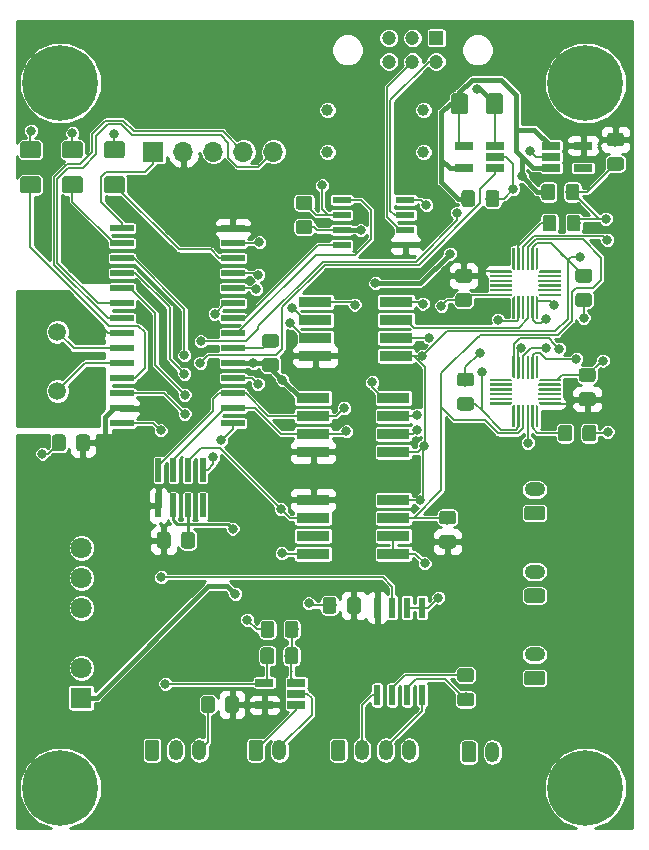
<source format=gtl>
G04 #@! TF.GenerationSoftware,KiCad,Pcbnew,(5.0.0-3-g5ebb6b6)*
G04 #@! TF.CreationDate,2018-11-15T12:51:39-05:00*
G04 #@! TF.ProjectId,sensors,73656E736F72732E6B696361645F7063,rev?*
G04 #@! TF.SameCoordinates,Original*
G04 #@! TF.FileFunction,Copper,L1,Top,Signal*
G04 #@! TF.FilePolarity,Positive*
%FSLAX46Y46*%
G04 Gerber Fmt 4.6, Leading zero omitted, Abs format (unit mm)*
G04 Created by KiCad (PCBNEW (5.0.0-3-g5ebb6b6)) date Thursday, November 15, 2018 at 12:51:39 PM*
%MOMM*%
%LPD*%
G01*
G04 APERTURE LIST*
G04 #@! TA.AperFunction,SMDPad,CuDef*
%ADD10R,2.800000X0.950000*%
G04 #@! TD*
G04 #@! TA.AperFunction,Conductor*
%ADD11C,0.100000*%
G04 #@! TD*
G04 #@! TA.AperFunction,SMDPad,CuDef*
%ADD12C,1.150000*%
G04 #@! TD*
G04 #@! TA.AperFunction,SMDPad,CuDef*
%ADD13R,2.000000X0.600000*%
G04 #@! TD*
G04 #@! TA.AperFunction,SMDPad,CuDef*
%ADD14R,0.550000X1.750000*%
G04 #@! TD*
G04 #@! TA.AperFunction,SMDPad,CuDef*
%ADD15C,0.115147*%
G04 #@! TD*
G04 #@! TA.AperFunction,SMDPad,CuDef*
%ADD16C,0.200000*%
G04 #@! TD*
G04 #@! TA.AperFunction,ComponentPad*
%ADD17C,1.000000*%
G04 #@! TD*
G04 #@! TA.AperFunction,SMDPad,CuDef*
%ADD18C,1.425000*%
G04 #@! TD*
G04 #@! TA.AperFunction,SMDPad,CuDef*
%ADD19R,1.560000X0.650000*%
G04 #@! TD*
G04 #@! TA.AperFunction,ComponentPad*
%ADD20C,1.200000*%
G04 #@! TD*
G04 #@! TA.AperFunction,ComponentPad*
%ADD21O,1.200000X1.750000*%
G04 #@! TD*
G04 #@! TA.AperFunction,ComponentPad*
%ADD22O,1.750000X1.200000*%
G04 #@! TD*
G04 #@! TA.AperFunction,ComponentPad*
%ADD23R,1.700000X1.700000*%
G04 #@! TD*
G04 #@! TA.AperFunction,ComponentPad*
%ADD24O,1.700000X1.700000*%
G04 #@! TD*
G04 #@! TA.AperFunction,ComponentPad*
%ADD25C,1.500000*%
G04 #@! TD*
G04 #@! TA.AperFunction,SMDPad,CuDef*
%ADD26R,0.530000X2.000000*%
G04 #@! TD*
G04 #@! TA.AperFunction,ComponentPad*
%ADD27R,1.800000X1.800000*%
G04 #@! TD*
G04 #@! TA.AperFunction,ComponentPad*
%ADD28C,1.800000*%
G04 #@! TD*
G04 #@! TA.AperFunction,SMDPad,CuDef*
%ADD29R,1.550000X0.600000*%
G04 #@! TD*
G04 #@! TA.AperFunction,ComponentPad*
%ADD30R,1.200000X1.200000*%
G04 #@! TD*
G04 #@! TA.AperFunction,ComponentPad*
%ADD31C,6.400000*%
G04 #@! TD*
G04 #@! TA.AperFunction,ViaPad*
%ADD32C,0.800000*%
G04 #@! TD*
G04 #@! TA.AperFunction,Conductor*
%ADD33C,0.152400*%
G04 #@! TD*
G04 #@! TA.AperFunction,Conductor*
%ADD34C,0.381000*%
G04 #@! TD*
G04 #@! TA.AperFunction,Conductor*
%ADD35C,0.254000*%
G04 #@! TD*
G04 APERTURE END LIST*
D10*
G04 #@! TO.P,U16,1*
G04 #@! TO.N,+1V8*
X164084000Y-83304000D03*
G04 #@! TO.P,U16,2*
G04 #@! TO.N,/Digital Sensor Suite/MOSI_1v8*
X164084000Y-81784000D03*
G04 #@! TO.P,U16,3*
G04 #@! TO.N,/Digital Sensor Suite/SCLK_1v8*
X164084000Y-80264000D03*
G04 #@! TO.P,U16,4*
G04 #@! TO.N,GND*
X164084000Y-78744000D03*
G04 #@! TO.P,U16,5*
X157284000Y-78744000D03*
G04 #@! TO.P,U16,6*
G04 #@! TO.N,/Digital Sensor Suite/SCLK*
X157284000Y-80264000D03*
G04 #@! TO.P,U16,7*
G04 #@! TO.N,/Digital Sensor Suite/MOSI*
X157284000Y-81784000D03*
G04 #@! TO.P,U16,8*
G04 #@! TO.N,+3V3*
X157284000Y-83304000D03*
G04 #@! TD*
D11*
G04 #@! TO.N,Net-(C13-Pad1)*
G04 #@! TO.C,C13*
G36*
X154144505Y-73340204D02*
X154168773Y-73343804D01*
X154192572Y-73349765D01*
X154215671Y-73358030D01*
X154237850Y-73368520D01*
X154258893Y-73381132D01*
X154278599Y-73395747D01*
X154296777Y-73412223D01*
X154313253Y-73430401D01*
X154327868Y-73450107D01*
X154340480Y-73471150D01*
X154350970Y-73493329D01*
X154359235Y-73516428D01*
X154365196Y-73540227D01*
X154368796Y-73564495D01*
X154370000Y-73588999D01*
X154370000Y-74239001D01*
X154368796Y-74263505D01*
X154365196Y-74287773D01*
X154359235Y-74311572D01*
X154350970Y-74334671D01*
X154340480Y-74356850D01*
X154327868Y-74377893D01*
X154313253Y-74397599D01*
X154296777Y-74415777D01*
X154278599Y-74432253D01*
X154258893Y-74446868D01*
X154237850Y-74459480D01*
X154215671Y-74469970D01*
X154192572Y-74478235D01*
X154168773Y-74484196D01*
X154144505Y-74487796D01*
X154120001Y-74489000D01*
X153219999Y-74489000D01*
X153195495Y-74487796D01*
X153171227Y-74484196D01*
X153147428Y-74478235D01*
X153124329Y-74469970D01*
X153102150Y-74459480D01*
X153081107Y-74446868D01*
X153061401Y-74432253D01*
X153043223Y-74415777D01*
X153026747Y-74397599D01*
X153012132Y-74377893D01*
X152999520Y-74356850D01*
X152989030Y-74334671D01*
X152980765Y-74311572D01*
X152974804Y-74287773D01*
X152971204Y-74263505D01*
X152970000Y-74239001D01*
X152970000Y-73588999D01*
X152971204Y-73564495D01*
X152974804Y-73540227D01*
X152980765Y-73516428D01*
X152989030Y-73493329D01*
X152999520Y-73471150D01*
X153012132Y-73450107D01*
X153026747Y-73430401D01*
X153043223Y-73412223D01*
X153061401Y-73395747D01*
X153081107Y-73381132D01*
X153102150Y-73368520D01*
X153124329Y-73358030D01*
X153147428Y-73349765D01*
X153171227Y-73343804D01*
X153195495Y-73340204D01*
X153219999Y-73339000D01*
X154120001Y-73339000D01*
X154144505Y-73340204D01*
X154144505Y-73340204D01*
G37*
D12*
G04 #@! TD*
G04 #@! TO.P,C13,1*
G04 #@! TO.N,Net-(C13-Pad1)*
X153670000Y-73914000D03*
D11*
G04 #@! TO.N,GND*
G04 #@! TO.C,C13*
G36*
X154144505Y-75390204D02*
X154168773Y-75393804D01*
X154192572Y-75399765D01*
X154215671Y-75408030D01*
X154237850Y-75418520D01*
X154258893Y-75431132D01*
X154278599Y-75445747D01*
X154296777Y-75462223D01*
X154313253Y-75480401D01*
X154327868Y-75500107D01*
X154340480Y-75521150D01*
X154350970Y-75543329D01*
X154359235Y-75566428D01*
X154365196Y-75590227D01*
X154368796Y-75614495D01*
X154370000Y-75638999D01*
X154370000Y-76289001D01*
X154368796Y-76313505D01*
X154365196Y-76337773D01*
X154359235Y-76361572D01*
X154350970Y-76384671D01*
X154340480Y-76406850D01*
X154327868Y-76427893D01*
X154313253Y-76447599D01*
X154296777Y-76465777D01*
X154278599Y-76482253D01*
X154258893Y-76496868D01*
X154237850Y-76509480D01*
X154215671Y-76519970D01*
X154192572Y-76528235D01*
X154168773Y-76534196D01*
X154144505Y-76537796D01*
X154120001Y-76539000D01*
X153219999Y-76539000D01*
X153195495Y-76537796D01*
X153171227Y-76534196D01*
X153147428Y-76528235D01*
X153124329Y-76519970D01*
X153102150Y-76509480D01*
X153081107Y-76496868D01*
X153061401Y-76482253D01*
X153043223Y-76465777D01*
X153026747Y-76447599D01*
X153012132Y-76427893D01*
X152999520Y-76406850D01*
X152989030Y-76384671D01*
X152980765Y-76361572D01*
X152974804Y-76337773D01*
X152971204Y-76313505D01*
X152970000Y-76289001D01*
X152970000Y-75638999D01*
X152971204Y-75614495D01*
X152974804Y-75590227D01*
X152980765Y-75566428D01*
X152989030Y-75543329D01*
X152999520Y-75521150D01*
X153012132Y-75500107D01*
X153026747Y-75480401D01*
X153043223Y-75462223D01*
X153061401Y-75445747D01*
X153081107Y-75431132D01*
X153102150Y-75418520D01*
X153124329Y-75408030D01*
X153147428Y-75399765D01*
X153171227Y-75393804D01*
X153195495Y-75390204D01*
X153219999Y-75389000D01*
X154120001Y-75389000D01*
X154144505Y-75390204D01*
X154144505Y-75390204D01*
G37*
D12*
G04 #@! TD*
G04 #@! TO.P,C13,2*
G04 #@! TO.N,GND*
X153670000Y-75964000D03*
D13*
G04 #@! TO.P,U7,28*
G04 #@! TO.N,+3V3*
X150496000Y-64389000D03*
G04 #@! TO.P,U7,27*
G04 #@! TO.N,GND*
X150496000Y-65659000D03*
G04 #@! TO.P,U7,26*
G04 #@! TO.N,Net-(D3-Pad1)*
X150496000Y-66929000D03*
G04 #@! TO.P,U7,25*
G04 #@! TO.N,/Digital Sensor Suite/IMU2_CS*
X150496000Y-68199000D03*
G04 #@! TO.P,U7,24*
G04 #@! TO.N,/Digital Sensor Suite/IMU1_CS*
X150496000Y-69469000D03*
G04 #@! TO.P,U7,23*
G04 #@! TO.N,/Digital Sensor Suite/BARO_CS*
X150496000Y-70739000D03*
G04 #@! TO.P,U7,22*
G04 #@! TO.N,/MCU/CAN_RX*
X150496000Y-72009000D03*
G04 #@! TO.P,U7,21*
G04 #@! TO.N,/MCU/CAN_TX*
X150496000Y-73279000D03*
G04 #@! TO.P,U7,20*
G04 #@! TO.N,Net-(C13-Pad1)*
X150496000Y-74549000D03*
G04 #@! TO.P,U7,19*
G04 #@! TO.N,GND*
X150496000Y-75819000D03*
G04 #@! TO.P,U7,18*
G04 #@! TO.N,/Digital Sensor Suite/MISO*
X150496000Y-77089000D03*
G04 #@! TO.P,U7,17*
G04 #@! TO.N,/Digital Sensor Suite/SCLK*
X150496000Y-78359000D03*
G04 #@! TO.P,U7,16*
G04 #@! TO.N,/Digital Sensor Suite/MOSI*
X150496000Y-79629000D03*
G04 #@! TO.P,U7,15*
G04 #@! TO.N,/Analog Sensor Suite/MUX_S2*
X150496000Y-80899000D03*
G04 #@! TO.P,U7,14*
G04 #@! TO.N,/Analog Sensor Suite/MUX_S0*
X141096000Y-80899000D03*
G04 #@! TO.P,U7,13*
G04 #@! TO.N,+3V3*
X141096000Y-79629000D03*
G04 #@! TO.P,U7,12*
G04 #@! TO.N,/Analog Sensor Suite/MUX_S1*
X141096000Y-78359000D03*
G04 #@! TO.P,U7,11*
G04 #@! TO.N,Net-(D1-Pad1)*
X141096000Y-77089000D03*
G04 #@! TO.P,U7,10*
G04 #@! TO.N,/MCU/OSC2*
X141096000Y-75819000D03*
G04 #@! TO.P,U7,9*
G04 #@! TO.N,/MCU/OSC1*
X141096000Y-74549000D03*
G04 #@! TO.P,U7,8*
G04 #@! TO.N,GND*
X141096000Y-73279000D03*
G04 #@! TO.P,U7,7*
G04 #@! TO.N,/MCU/ICSPDAT*
X141096000Y-72009000D03*
G04 #@! TO.P,U7,6*
G04 #@! TO.N,/MCU/ICSPCLK*
X141096000Y-70739000D03*
G04 #@! TO.P,U7,5*
G04 #@! TO.N,/Analog Sensor Suite/PRESSURE_STD*
X141096000Y-69469000D03*
G04 #@! TO.P,U7,4*
G04 #@! TO.N,/Analog Sensor Suite/DIFF_PRESSURE*
X141096000Y-68199000D03*
G04 #@! TO.P,U7,3*
G04 #@! TO.N,/MCU/ANALOG_MUX*
X141096000Y-66929000D03*
G04 #@! TO.P,U7,2*
G04 #@! TO.N,Net-(D2-Pad1)*
X141096000Y-65659000D03*
G04 #@! TO.P,U7,1*
G04 #@! TO.N,/MCU/~MCLR*
X141096000Y-64389000D03*
G04 #@! TD*
D14*
G04 #@! TO.P,U11,8*
G04 #@! TO.N,+3V3*
X162695000Y-96512000D03*
G04 #@! TO.P,U11,7*
G04 #@! TO.N,/Analog Sensor Suite/DIFF_PRESSURE*
X163965000Y-96512000D03*
G04 #@! TO.P,U11,6*
G04 #@! TO.N,GND*
X165235000Y-96512000D03*
G04 #@! TO.P,U11,5*
X166505000Y-96512000D03*
G04 #@! TO.P,U11,4*
G04 #@! TO.N,/Analog Sensor Suite/DIFF_S+*
X166505000Y-103912000D03*
G04 #@! TO.P,U11,3*
G04 #@! TO.N,Net-(R6-Pad2)*
X165235000Y-103912000D03*
G04 #@! TO.P,U11,2*
G04 #@! TO.N,Net-(R6-Pad1)*
X163965000Y-103912000D03*
G04 #@! TO.P,U11,1*
G04 #@! TO.N,/Analog Sensor Suite/DIFF_S-*
X162695000Y-103912000D03*
G04 #@! TD*
D11*
G04 #@! TO.N,Net-(C25-Pad1)*
G04 #@! TO.C,C25*
G36*
X177641505Y-63258404D02*
X177665773Y-63262004D01*
X177689572Y-63267965D01*
X177712671Y-63276230D01*
X177734850Y-63286720D01*
X177755893Y-63299332D01*
X177775599Y-63313947D01*
X177793777Y-63330423D01*
X177810253Y-63348601D01*
X177824868Y-63368307D01*
X177837480Y-63389350D01*
X177847970Y-63411529D01*
X177856235Y-63434628D01*
X177862196Y-63458427D01*
X177865796Y-63482695D01*
X177867000Y-63507199D01*
X177867000Y-64407201D01*
X177865796Y-64431705D01*
X177862196Y-64455973D01*
X177856235Y-64479772D01*
X177847970Y-64502871D01*
X177837480Y-64525050D01*
X177824868Y-64546093D01*
X177810253Y-64565799D01*
X177793777Y-64583977D01*
X177775599Y-64600453D01*
X177755893Y-64615068D01*
X177734850Y-64627680D01*
X177712671Y-64638170D01*
X177689572Y-64646435D01*
X177665773Y-64652396D01*
X177641505Y-64655996D01*
X177617001Y-64657200D01*
X176966999Y-64657200D01*
X176942495Y-64655996D01*
X176918227Y-64652396D01*
X176894428Y-64646435D01*
X176871329Y-64638170D01*
X176849150Y-64627680D01*
X176828107Y-64615068D01*
X176808401Y-64600453D01*
X176790223Y-64583977D01*
X176773747Y-64565799D01*
X176759132Y-64546093D01*
X176746520Y-64525050D01*
X176736030Y-64502871D01*
X176727765Y-64479772D01*
X176721804Y-64455973D01*
X176718204Y-64431705D01*
X176717000Y-64407201D01*
X176717000Y-63507199D01*
X176718204Y-63482695D01*
X176721804Y-63458427D01*
X176727765Y-63434628D01*
X176736030Y-63411529D01*
X176746520Y-63389350D01*
X176759132Y-63368307D01*
X176773747Y-63348601D01*
X176790223Y-63330423D01*
X176808401Y-63313947D01*
X176828107Y-63299332D01*
X176849150Y-63286720D01*
X176871329Y-63276230D01*
X176894428Y-63267965D01*
X176918227Y-63262004D01*
X176942495Y-63258404D01*
X176966999Y-63257200D01*
X177617001Y-63257200D01*
X177641505Y-63258404D01*
X177641505Y-63258404D01*
G37*
D12*
G04 #@! TD*
G04 #@! TO.P,C25,1*
G04 #@! TO.N,Net-(C25-Pad1)*
X177292000Y-63957200D03*
D11*
G04 #@! TO.N,GND*
G04 #@! TO.C,C25*
G36*
X179691505Y-63258404D02*
X179715773Y-63262004D01*
X179739572Y-63267965D01*
X179762671Y-63276230D01*
X179784850Y-63286720D01*
X179805893Y-63299332D01*
X179825599Y-63313947D01*
X179843777Y-63330423D01*
X179860253Y-63348601D01*
X179874868Y-63368307D01*
X179887480Y-63389350D01*
X179897970Y-63411529D01*
X179906235Y-63434628D01*
X179912196Y-63458427D01*
X179915796Y-63482695D01*
X179917000Y-63507199D01*
X179917000Y-64407201D01*
X179915796Y-64431705D01*
X179912196Y-64455973D01*
X179906235Y-64479772D01*
X179897970Y-64502871D01*
X179887480Y-64525050D01*
X179874868Y-64546093D01*
X179860253Y-64565799D01*
X179843777Y-64583977D01*
X179825599Y-64600453D01*
X179805893Y-64615068D01*
X179784850Y-64627680D01*
X179762671Y-64638170D01*
X179739572Y-64646435D01*
X179715773Y-64652396D01*
X179691505Y-64655996D01*
X179667001Y-64657200D01*
X179016999Y-64657200D01*
X178992495Y-64655996D01*
X178968227Y-64652396D01*
X178944428Y-64646435D01*
X178921329Y-64638170D01*
X178899150Y-64627680D01*
X178878107Y-64615068D01*
X178858401Y-64600453D01*
X178840223Y-64583977D01*
X178823747Y-64565799D01*
X178809132Y-64546093D01*
X178796520Y-64525050D01*
X178786030Y-64502871D01*
X178777765Y-64479772D01*
X178771804Y-64455973D01*
X178768204Y-64431705D01*
X178767000Y-64407201D01*
X178767000Y-63507199D01*
X178768204Y-63482695D01*
X178771804Y-63458427D01*
X178777765Y-63434628D01*
X178786030Y-63411529D01*
X178796520Y-63389350D01*
X178809132Y-63368307D01*
X178823747Y-63348601D01*
X178840223Y-63330423D01*
X178858401Y-63313947D01*
X178878107Y-63299332D01*
X178899150Y-63286720D01*
X178921329Y-63276230D01*
X178944428Y-63267965D01*
X178968227Y-63262004D01*
X178992495Y-63258404D01*
X179016999Y-63257200D01*
X179667001Y-63257200D01*
X179691505Y-63258404D01*
X179691505Y-63258404D01*
G37*
D12*
G04 #@! TD*
G04 #@! TO.P,C25,2*
G04 #@! TO.N,GND*
X179342000Y-63957200D03*
D15*
G04 #@! TO.P,U14,1*
G04 #@! TO.N,Net-(U14-Pad1)*
X176760000Y-70037200D03*
D11*
G04 #@! TD*
G04 #@! TO.N,Net-(U14-Pad1)*
G04 #@! TO.C,U14*
G36*
X176385000Y-70017200D02*
X176385000Y-69937200D01*
X178260000Y-69937200D01*
X178260000Y-70137200D01*
X176505000Y-70137200D01*
X176385000Y-70017200D01*
X176385000Y-70017200D01*
G37*
G04 #@! TO.N,Net-(U14-Pad2)*
G04 #@! TO.C,U14*
G36*
X178214901Y-69537441D02*
X178219755Y-69538161D01*
X178224514Y-69539353D01*
X178229134Y-69541006D01*
X178233570Y-69543104D01*
X178237779Y-69545627D01*
X178241720Y-69548549D01*
X178245355Y-69551845D01*
X178248651Y-69555480D01*
X178251573Y-69559421D01*
X178254096Y-69563630D01*
X178256194Y-69568066D01*
X178257847Y-69572686D01*
X178259039Y-69577445D01*
X178259759Y-69582299D01*
X178260000Y-69587200D01*
X178260000Y-69687200D01*
X178259759Y-69692101D01*
X178259039Y-69696955D01*
X178257847Y-69701714D01*
X178256194Y-69706334D01*
X178254096Y-69710770D01*
X178251573Y-69714979D01*
X178248651Y-69718920D01*
X178245355Y-69722555D01*
X178241720Y-69725851D01*
X178237779Y-69728773D01*
X178233570Y-69731296D01*
X178229134Y-69733394D01*
X178224514Y-69735047D01*
X178219755Y-69736239D01*
X178214901Y-69736959D01*
X178210000Y-69737200D01*
X176410000Y-69737200D01*
X176405099Y-69736959D01*
X176400245Y-69736239D01*
X176395486Y-69735047D01*
X176390866Y-69733394D01*
X176386430Y-69731296D01*
X176382221Y-69728773D01*
X176378280Y-69725851D01*
X176374645Y-69722555D01*
X176371349Y-69718920D01*
X176368427Y-69714979D01*
X176365904Y-69710770D01*
X176363806Y-69706334D01*
X176362153Y-69701714D01*
X176360961Y-69696955D01*
X176360241Y-69692101D01*
X176360000Y-69687200D01*
X176360000Y-69587200D01*
X176360241Y-69582299D01*
X176360961Y-69577445D01*
X176362153Y-69572686D01*
X176363806Y-69568066D01*
X176365904Y-69563630D01*
X176368427Y-69559421D01*
X176371349Y-69555480D01*
X176374645Y-69551845D01*
X176378280Y-69548549D01*
X176382221Y-69545627D01*
X176386430Y-69543104D01*
X176390866Y-69541006D01*
X176395486Y-69539353D01*
X176400245Y-69538161D01*
X176405099Y-69537441D01*
X176410000Y-69537200D01*
X178210000Y-69537200D01*
X178214901Y-69537441D01*
X178214901Y-69537441D01*
G37*
D16*
G04 #@! TD*
G04 #@! TO.P,U14,2*
G04 #@! TO.N,Net-(U14-Pad2)*
X177310000Y-69637200D03*
D11*
G04 #@! TO.N,Net-(U14-Pad3)*
G04 #@! TO.C,U14*
G36*
X178214901Y-69137441D02*
X178219755Y-69138161D01*
X178224514Y-69139353D01*
X178229134Y-69141006D01*
X178233570Y-69143104D01*
X178237779Y-69145627D01*
X178241720Y-69148549D01*
X178245355Y-69151845D01*
X178248651Y-69155480D01*
X178251573Y-69159421D01*
X178254096Y-69163630D01*
X178256194Y-69168066D01*
X178257847Y-69172686D01*
X178259039Y-69177445D01*
X178259759Y-69182299D01*
X178260000Y-69187200D01*
X178260000Y-69287200D01*
X178259759Y-69292101D01*
X178259039Y-69296955D01*
X178257847Y-69301714D01*
X178256194Y-69306334D01*
X178254096Y-69310770D01*
X178251573Y-69314979D01*
X178248651Y-69318920D01*
X178245355Y-69322555D01*
X178241720Y-69325851D01*
X178237779Y-69328773D01*
X178233570Y-69331296D01*
X178229134Y-69333394D01*
X178224514Y-69335047D01*
X178219755Y-69336239D01*
X178214901Y-69336959D01*
X178210000Y-69337200D01*
X176410000Y-69337200D01*
X176405099Y-69336959D01*
X176400245Y-69336239D01*
X176395486Y-69335047D01*
X176390866Y-69333394D01*
X176386430Y-69331296D01*
X176382221Y-69328773D01*
X176378280Y-69325851D01*
X176374645Y-69322555D01*
X176371349Y-69318920D01*
X176368427Y-69314979D01*
X176365904Y-69310770D01*
X176363806Y-69306334D01*
X176362153Y-69301714D01*
X176360961Y-69296955D01*
X176360241Y-69292101D01*
X176360000Y-69287200D01*
X176360000Y-69187200D01*
X176360241Y-69182299D01*
X176360961Y-69177445D01*
X176362153Y-69172686D01*
X176363806Y-69168066D01*
X176365904Y-69163630D01*
X176368427Y-69159421D01*
X176371349Y-69155480D01*
X176374645Y-69151845D01*
X176378280Y-69148549D01*
X176382221Y-69145627D01*
X176386430Y-69143104D01*
X176390866Y-69141006D01*
X176395486Y-69139353D01*
X176400245Y-69138161D01*
X176405099Y-69137441D01*
X176410000Y-69137200D01*
X178210000Y-69137200D01*
X178214901Y-69137441D01*
X178214901Y-69137441D01*
G37*
D16*
G04 #@! TD*
G04 #@! TO.P,U14,3*
G04 #@! TO.N,Net-(U14-Pad3)*
X177310000Y-69237200D03*
D11*
G04 #@! TO.N,Net-(U14-Pad4)*
G04 #@! TO.C,U14*
G36*
X178214901Y-68737441D02*
X178219755Y-68738161D01*
X178224514Y-68739353D01*
X178229134Y-68741006D01*
X178233570Y-68743104D01*
X178237779Y-68745627D01*
X178241720Y-68748549D01*
X178245355Y-68751845D01*
X178248651Y-68755480D01*
X178251573Y-68759421D01*
X178254096Y-68763630D01*
X178256194Y-68768066D01*
X178257847Y-68772686D01*
X178259039Y-68777445D01*
X178259759Y-68782299D01*
X178260000Y-68787200D01*
X178260000Y-68887200D01*
X178259759Y-68892101D01*
X178259039Y-68896955D01*
X178257847Y-68901714D01*
X178256194Y-68906334D01*
X178254096Y-68910770D01*
X178251573Y-68914979D01*
X178248651Y-68918920D01*
X178245355Y-68922555D01*
X178241720Y-68925851D01*
X178237779Y-68928773D01*
X178233570Y-68931296D01*
X178229134Y-68933394D01*
X178224514Y-68935047D01*
X178219755Y-68936239D01*
X178214901Y-68936959D01*
X178210000Y-68937200D01*
X176410000Y-68937200D01*
X176405099Y-68936959D01*
X176400245Y-68936239D01*
X176395486Y-68935047D01*
X176390866Y-68933394D01*
X176386430Y-68931296D01*
X176382221Y-68928773D01*
X176378280Y-68925851D01*
X176374645Y-68922555D01*
X176371349Y-68918920D01*
X176368427Y-68914979D01*
X176365904Y-68910770D01*
X176363806Y-68906334D01*
X176362153Y-68901714D01*
X176360961Y-68896955D01*
X176360241Y-68892101D01*
X176360000Y-68887200D01*
X176360000Y-68787200D01*
X176360241Y-68782299D01*
X176360961Y-68777445D01*
X176362153Y-68772686D01*
X176363806Y-68768066D01*
X176365904Y-68763630D01*
X176368427Y-68759421D01*
X176371349Y-68755480D01*
X176374645Y-68751845D01*
X176378280Y-68748549D01*
X176382221Y-68745627D01*
X176386430Y-68743104D01*
X176390866Y-68741006D01*
X176395486Y-68739353D01*
X176400245Y-68738161D01*
X176405099Y-68737441D01*
X176410000Y-68737200D01*
X178210000Y-68737200D01*
X178214901Y-68737441D01*
X178214901Y-68737441D01*
G37*
D16*
G04 #@! TD*
G04 #@! TO.P,U14,4*
G04 #@! TO.N,Net-(U14-Pad4)*
X177310000Y-68837200D03*
D11*
G04 #@! TO.N,Net-(U14-Pad5)*
G04 #@! TO.C,U14*
G36*
X178214901Y-68337441D02*
X178219755Y-68338161D01*
X178224514Y-68339353D01*
X178229134Y-68341006D01*
X178233570Y-68343104D01*
X178237779Y-68345627D01*
X178241720Y-68348549D01*
X178245355Y-68351845D01*
X178248651Y-68355480D01*
X178251573Y-68359421D01*
X178254096Y-68363630D01*
X178256194Y-68368066D01*
X178257847Y-68372686D01*
X178259039Y-68377445D01*
X178259759Y-68382299D01*
X178260000Y-68387200D01*
X178260000Y-68487200D01*
X178259759Y-68492101D01*
X178259039Y-68496955D01*
X178257847Y-68501714D01*
X178256194Y-68506334D01*
X178254096Y-68510770D01*
X178251573Y-68514979D01*
X178248651Y-68518920D01*
X178245355Y-68522555D01*
X178241720Y-68525851D01*
X178237779Y-68528773D01*
X178233570Y-68531296D01*
X178229134Y-68533394D01*
X178224514Y-68535047D01*
X178219755Y-68536239D01*
X178214901Y-68536959D01*
X178210000Y-68537200D01*
X176410000Y-68537200D01*
X176405099Y-68536959D01*
X176400245Y-68536239D01*
X176395486Y-68535047D01*
X176390866Y-68533394D01*
X176386430Y-68531296D01*
X176382221Y-68528773D01*
X176378280Y-68525851D01*
X176374645Y-68522555D01*
X176371349Y-68518920D01*
X176368427Y-68514979D01*
X176365904Y-68510770D01*
X176363806Y-68506334D01*
X176362153Y-68501714D01*
X176360961Y-68496955D01*
X176360241Y-68492101D01*
X176360000Y-68487200D01*
X176360000Y-68387200D01*
X176360241Y-68382299D01*
X176360961Y-68377445D01*
X176362153Y-68372686D01*
X176363806Y-68368066D01*
X176365904Y-68363630D01*
X176368427Y-68359421D01*
X176371349Y-68355480D01*
X176374645Y-68351845D01*
X176378280Y-68348549D01*
X176382221Y-68345627D01*
X176386430Y-68343104D01*
X176390866Y-68341006D01*
X176395486Y-68339353D01*
X176400245Y-68338161D01*
X176405099Y-68337441D01*
X176410000Y-68337200D01*
X178210000Y-68337200D01*
X178214901Y-68337441D01*
X178214901Y-68337441D01*
G37*
D16*
G04 #@! TD*
G04 #@! TO.P,U14,5*
G04 #@! TO.N,Net-(U14-Pad5)*
X177310000Y-68437200D03*
D15*
G04 #@! TO.P,U14,6*
G04 #@! TO.N,Net-(U14-Pad6)*
X176760000Y-68037200D03*
D11*
G04 #@! TD*
G04 #@! TO.N,Net-(U14-Pad6)*
G04 #@! TO.C,U14*
G36*
X176385000Y-68057200D02*
X176505000Y-67937200D01*
X178260000Y-67937200D01*
X178260000Y-68137200D01*
X176385000Y-68137200D01*
X176385000Y-68057200D01*
X176385000Y-68057200D01*
G37*
D15*
G04 #@! TO.P,U14,7*
G04 #@! TO.N,Net-(U14-Pad7)*
X176260000Y-67537200D03*
D11*
G04 #@! TD*
G04 #@! TO.N,Net-(U14-Pad7)*
G04 #@! TO.C,U14*
G36*
X176160000Y-66037200D02*
X176360000Y-66037200D01*
X176360000Y-67792200D01*
X176240000Y-67912200D01*
X176160000Y-67912200D01*
X176160000Y-66037200D01*
X176160000Y-66037200D01*
G37*
G04 #@! TO.N,+1V8*
G04 #@! TO.C,U14*
G36*
X175914901Y-66037441D02*
X175919755Y-66038161D01*
X175924514Y-66039353D01*
X175929134Y-66041006D01*
X175933570Y-66043104D01*
X175937779Y-66045627D01*
X175941720Y-66048549D01*
X175945355Y-66051845D01*
X175948651Y-66055480D01*
X175951573Y-66059421D01*
X175954096Y-66063630D01*
X175956194Y-66068066D01*
X175957847Y-66072686D01*
X175959039Y-66077445D01*
X175959759Y-66082299D01*
X175960000Y-66087200D01*
X175960000Y-67887200D01*
X175959759Y-67892101D01*
X175959039Y-67896955D01*
X175957847Y-67901714D01*
X175956194Y-67906334D01*
X175954096Y-67910770D01*
X175951573Y-67914979D01*
X175948651Y-67918920D01*
X175945355Y-67922555D01*
X175941720Y-67925851D01*
X175937779Y-67928773D01*
X175933570Y-67931296D01*
X175929134Y-67933394D01*
X175924514Y-67935047D01*
X175919755Y-67936239D01*
X175914901Y-67936959D01*
X175910000Y-67937200D01*
X175810000Y-67937200D01*
X175805099Y-67936959D01*
X175800245Y-67936239D01*
X175795486Y-67935047D01*
X175790866Y-67933394D01*
X175786430Y-67931296D01*
X175782221Y-67928773D01*
X175778280Y-67925851D01*
X175774645Y-67922555D01*
X175771349Y-67918920D01*
X175768427Y-67914979D01*
X175765904Y-67910770D01*
X175763806Y-67906334D01*
X175762153Y-67901714D01*
X175760961Y-67896955D01*
X175760241Y-67892101D01*
X175760000Y-67887200D01*
X175760000Y-66087200D01*
X175760241Y-66082299D01*
X175760961Y-66077445D01*
X175762153Y-66072686D01*
X175763806Y-66068066D01*
X175765904Y-66063630D01*
X175768427Y-66059421D01*
X175771349Y-66055480D01*
X175774645Y-66051845D01*
X175778280Y-66048549D01*
X175782221Y-66045627D01*
X175786430Y-66043104D01*
X175790866Y-66041006D01*
X175795486Y-66039353D01*
X175800245Y-66038161D01*
X175805099Y-66037441D01*
X175810000Y-66037200D01*
X175910000Y-66037200D01*
X175914901Y-66037441D01*
X175914901Y-66037441D01*
G37*
D16*
G04 #@! TD*
G04 #@! TO.P,U14,8*
G04 #@! TO.N,+1V8*
X175860000Y-66987200D03*
D11*
G04 #@! TO.N,/Digital Sensor Suite/MISO_1v8*
G04 #@! TO.C,U14*
G36*
X175514901Y-66037441D02*
X175519755Y-66038161D01*
X175524514Y-66039353D01*
X175529134Y-66041006D01*
X175533570Y-66043104D01*
X175537779Y-66045627D01*
X175541720Y-66048549D01*
X175545355Y-66051845D01*
X175548651Y-66055480D01*
X175551573Y-66059421D01*
X175554096Y-66063630D01*
X175556194Y-66068066D01*
X175557847Y-66072686D01*
X175559039Y-66077445D01*
X175559759Y-66082299D01*
X175560000Y-66087200D01*
X175560000Y-67887200D01*
X175559759Y-67892101D01*
X175559039Y-67896955D01*
X175557847Y-67901714D01*
X175556194Y-67906334D01*
X175554096Y-67910770D01*
X175551573Y-67914979D01*
X175548651Y-67918920D01*
X175545355Y-67922555D01*
X175541720Y-67925851D01*
X175537779Y-67928773D01*
X175533570Y-67931296D01*
X175529134Y-67933394D01*
X175524514Y-67935047D01*
X175519755Y-67936239D01*
X175514901Y-67936959D01*
X175510000Y-67937200D01*
X175410000Y-67937200D01*
X175405099Y-67936959D01*
X175400245Y-67936239D01*
X175395486Y-67935047D01*
X175390866Y-67933394D01*
X175386430Y-67931296D01*
X175382221Y-67928773D01*
X175378280Y-67925851D01*
X175374645Y-67922555D01*
X175371349Y-67918920D01*
X175368427Y-67914979D01*
X175365904Y-67910770D01*
X175363806Y-67906334D01*
X175362153Y-67901714D01*
X175360961Y-67896955D01*
X175360241Y-67892101D01*
X175360000Y-67887200D01*
X175360000Y-66087200D01*
X175360241Y-66082299D01*
X175360961Y-66077445D01*
X175362153Y-66072686D01*
X175363806Y-66068066D01*
X175365904Y-66063630D01*
X175368427Y-66059421D01*
X175371349Y-66055480D01*
X175374645Y-66051845D01*
X175378280Y-66048549D01*
X175382221Y-66045627D01*
X175386430Y-66043104D01*
X175390866Y-66041006D01*
X175395486Y-66039353D01*
X175400245Y-66038161D01*
X175405099Y-66037441D01*
X175410000Y-66037200D01*
X175510000Y-66037200D01*
X175514901Y-66037441D01*
X175514901Y-66037441D01*
G37*
D16*
G04 #@! TD*
G04 #@! TO.P,U14,9*
G04 #@! TO.N,/Digital Sensor Suite/MISO_1v8*
X175460000Y-66987200D03*
D11*
G04 #@! TO.N,GND*
G04 #@! TO.C,U14*
G36*
X175114901Y-66037441D02*
X175119755Y-66038161D01*
X175124514Y-66039353D01*
X175129134Y-66041006D01*
X175133570Y-66043104D01*
X175137779Y-66045627D01*
X175141720Y-66048549D01*
X175145355Y-66051845D01*
X175148651Y-66055480D01*
X175151573Y-66059421D01*
X175154096Y-66063630D01*
X175156194Y-66068066D01*
X175157847Y-66072686D01*
X175159039Y-66077445D01*
X175159759Y-66082299D01*
X175160000Y-66087200D01*
X175160000Y-67887200D01*
X175159759Y-67892101D01*
X175159039Y-67896955D01*
X175157847Y-67901714D01*
X175156194Y-67906334D01*
X175154096Y-67910770D01*
X175151573Y-67914979D01*
X175148651Y-67918920D01*
X175145355Y-67922555D01*
X175141720Y-67925851D01*
X175137779Y-67928773D01*
X175133570Y-67931296D01*
X175129134Y-67933394D01*
X175124514Y-67935047D01*
X175119755Y-67936239D01*
X175114901Y-67936959D01*
X175110000Y-67937200D01*
X175010000Y-67937200D01*
X175005099Y-67936959D01*
X175000245Y-67936239D01*
X174995486Y-67935047D01*
X174990866Y-67933394D01*
X174986430Y-67931296D01*
X174982221Y-67928773D01*
X174978280Y-67925851D01*
X174974645Y-67922555D01*
X174971349Y-67918920D01*
X174968427Y-67914979D01*
X174965904Y-67910770D01*
X174963806Y-67906334D01*
X174962153Y-67901714D01*
X174960961Y-67896955D01*
X174960241Y-67892101D01*
X174960000Y-67887200D01*
X174960000Y-66087200D01*
X174960241Y-66082299D01*
X174960961Y-66077445D01*
X174962153Y-66072686D01*
X174963806Y-66068066D01*
X174965904Y-66063630D01*
X174968427Y-66059421D01*
X174971349Y-66055480D01*
X174974645Y-66051845D01*
X174978280Y-66048549D01*
X174982221Y-66045627D01*
X174986430Y-66043104D01*
X174990866Y-66041006D01*
X174995486Y-66039353D01*
X175000245Y-66038161D01*
X175005099Y-66037441D01*
X175010000Y-66037200D01*
X175110000Y-66037200D01*
X175114901Y-66037441D01*
X175114901Y-66037441D01*
G37*
D16*
G04 #@! TD*
G04 #@! TO.P,U14,10*
G04 #@! TO.N,GND*
X175060000Y-66987200D03*
D11*
G04 #@! TO.N,Net-(C25-Pad1)*
G04 #@! TO.C,U14*
G36*
X174714901Y-66037441D02*
X174719755Y-66038161D01*
X174724514Y-66039353D01*
X174729134Y-66041006D01*
X174733570Y-66043104D01*
X174737779Y-66045627D01*
X174741720Y-66048549D01*
X174745355Y-66051845D01*
X174748651Y-66055480D01*
X174751573Y-66059421D01*
X174754096Y-66063630D01*
X174756194Y-66068066D01*
X174757847Y-66072686D01*
X174759039Y-66077445D01*
X174759759Y-66082299D01*
X174760000Y-66087200D01*
X174760000Y-67887200D01*
X174759759Y-67892101D01*
X174759039Y-67896955D01*
X174757847Y-67901714D01*
X174756194Y-67906334D01*
X174754096Y-67910770D01*
X174751573Y-67914979D01*
X174748651Y-67918920D01*
X174745355Y-67922555D01*
X174741720Y-67925851D01*
X174737779Y-67928773D01*
X174733570Y-67931296D01*
X174729134Y-67933394D01*
X174724514Y-67935047D01*
X174719755Y-67936239D01*
X174714901Y-67936959D01*
X174710000Y-67937200D01*
X174610000Y-67937200D01*
X174605099Y-67936959D01*
X174600245Y-67936239D01*
X174595486Y-67935047D01*
X174590866Y-67933394D01*
X174586430Y-67931296D01*
X174582221Y-67928773D01*
X174578280Y-67925851D01*
X174574645Y-67922555D01*
X174571349Y-67918920D01*
X174568427Y-67914979D01*
X174565904Y-67910770D01*
X174563806Y-67906334D01*
X174562153Y-67901714D01*
X174560961Y-67896955D01*
X174560241Y-67892101D01*
X174560000Y-67887200D01*
X174560000Y-66087200D01*
X174560241Y-66082299D01*
X174560961Y-66077445D01*
X174562153Y-66072686D01*
X174563806Y-66068066D01*
X174565904Y-66063630D01*
X174568427Y-66059421D01*
X174571349Y-66055480D01*
X174574645Y-66051845D01*
X174578280Y-66048549D01*
X174582221Y-66045627D01*
X174586430Y-66043104D01*
X174590866Y-66041006D01*
X174595486Y-66039353D01*
X174600245Y-66038161D01*
X174605099Y-66037441D01*
X174610000Y-66037200D01*
X174710000Y-66037200D01*
X174714901Y-66037441D01*
X174714901Y-66037441D01*
G37*
D16*
G04 #@! TD*
G04 #@! TO.P,U14,11*
G04 #@! TO.N,Net-(C25-Pad1)*
X174660000Y-66987200D03*
D15*
G04 #@! TO.P,U14,12*
G04 #@! TO.N,Net-(U14-Pad12)*
X174260000Y-67537200D03*
D11*
G04 #@! TD*
G04 #@! TO.N,Net-(U14-Pad12)*
G04 #@! TO.C,U14*
G36*
X174160000Y-67792200D02*
X174160000Y-66037200D01*
X174360000Y-66037200D01*
X174360000Y-67912200D01*
X174280000Y-67912200D01*
X174160000Y-67792200D01*
X174160000Y-67792200D01*
G37*
D15*
G04 #@! TO.P,U14,13*
G04 #@! TO.N,+3V3*
X173760000Y-68037200D03*
D11*
G04 #@! TD*
G04 #@! TO.N,+3V3*
G04 #@! TO.C,U14*
G36*
X172260000Y-67937200D02*
X174015000Y-67937200D01*
X174135000Y-68057200D01*
X174135000Y-68137200D01*
X172260000Y-68137200D01*
X172260000Y-67937200D01*
X172260000Y-67937200D01*
G37*
G04 #@! TO.N,Net-(U14-Pad14)*
G04 #@! TO.C,U14*
G36*
X174114901Y-68337441D02*
X174119755Y-68338161D01*
X174124514Y-68339353D01*
X174129134Y-68341006D01*
X174133570Y-68343104D01*
X174137779Y-68345627D01*
X174141720Y-68348549D01*
X174145355Y-68351845D01*
X174148651Y-68355480D01*
X174151573Y-68359421D01*
X174154096Y-68363630D01*
X174156194Y-68368066D01*
X174157847Y-68372686D01*
X174159039Y-68377445D01*
X174159759Y-68382299D01*
X174160000Y-68387200D01*
X174160000Y-68487200D01*
X174159759Y-68492101D01*
X174159039Y-68496955D01*
X174157847Y-68501714D01*
X174156194Y-68506334D01*
X174154096Y-68510770D01*
X174151573Y-68514979D01*
X174148651Y-68518920D01*
X174145355Y-68522555D01*
X174141720Y-68525851D01*
X174137779Y-68528773D01*
X174133570Y-68531296D01*
X174129134Y-68533394D01*
X174124514Y-68535047D01*
X174119755Y-68536239D01*
X174114901Y-68536959D01*
X174110000Y-68537200D01*
X172310000Y-68537200D01*
X172305099Y-68536959D01*
X172300245Y-68536239D01*
X172295486Y-68535047D01*
X172290866Y-68533394D01*
X172286430Y-68531296D01*
X172282221Y-68528773D01*
X172278280Y-68525851D01*
X172274645Y-68522555D01*
X172271349Y-68518920D01*
X172268427Y-68514979D01*
X172265904Y-68510770D01*
X172263806Y-68506334D01*
X172262153Y-68501714D01*
X172260961Y-68496955D01*
X172260241Y-68492101D01*
X172260000Y-68487200D01*
X172260000Y-68387200D01*
X172260241Y-68382299D01*
X172260961Y-68377445D01*
X172262153Y-68372686D01*
X172263806Y-68368066D01*
X172265904Y-68363630D01*
X172268427Y-68359421D01*
X172271349Y-68355480D01*
X172274645Y-68351845D01*
X172278280Y-68348549D01*
X172282221Y-68345627D01*
X172286430Y-68343104D01*
X172290866Y-68341006D01*
X172295486Y-68339353D01*
X172300245Y-68338161D01*
X172305099Y-68337441D01*
X172310000Y-68337200D01*
X174110000Y-68337200D01*
X174114901Y-68337441D01*
X174114901Y-68337441D01*
G37*
D16*
G04 #@! TD*
G04 #@! TO.P,U14,14*
G04 #@! TO.N,Net-(U14-Pad14)*
X173210000Y-68437200D03*
D11*
G04 #@! TO.N,Net-(U14-Pad15)*
G04 #@! TO.C,U14*
G36*
X174114901Y-68737441D02*
X174119755Y-68738161D01*
X174124514Y-68739353D01*
X174129134Y-68741006D01*
X174133570Y-68743104D01*
X174137779Y-68745627D01*
X174141720Y-68748549D01*
X174145355Y-68751845D01*
X174148651Y-68755480D01*
X174151573Y-68759421D01*
X174154096Y-68763630D01*
X174156194Y-68768066D01*
X174157847Y-68772686D01*
X174159039Y-68777445D01*
X174159759Y-68782299D01*
X174160000Y-68787200D01*
X174160000Y-68887200D01*
X174159759Y-68892101D01*
X174159039Y-68896955D01*
X174157847Y-68901714D01*
X174156194Y-68906334D01*
X174154096Y-68910770D01*
X174151573Y-68914979D01*
X174148651Y-68918920D01*
X174145355Y-68922555D01*
X174141720Y-68925851D01*
X174137779Y-68928773D01*
X174133570Y-68931296D01*
X174129134Y-68933394D01*
X174124514Y-68935047D01*
X174119755Y-68936239D01*
X174114901Y-68936959D01*
X174110000Y-68937200D01*
X172310000Y-68937200D01*
X172305099Y-68936959D01*
X172300245Y-68936239D01*
X172295486Y-68935047D01*
X172290866Y-68933394D01*
X172286430Y-68931296D01*
X172282221Y-68928773D01*
X172278280Y-68925851D01*
X172274645Y-68922555D01*
X172271349Y-68918920D01*
X172268427Y-68914979D01*
X172265904Y-68910770D01*
X172263806Y-68906334D01*
X172262153Y-68901714D01*
X172260961Y-68896955D01*
X172260241Y-68892101D01*
X172260000Y-68887200D01*
X172260000Y-68787200D01*
X172260241Y-68782299D01*
X172260961Y-68777445D01*
X172262153Y-68772686D01*
X172263806Y-68768066D01*
X172265904Y-68763630D01*
X172268427Y-68759421D01*
X172271349Y-68755480D01*
X172274645Y-68751845D01*
X172278280Y-68748549D01*
X172282221Y-68745627D01*
X172286430Y-68743104D01*
X172290866Y-68741006D01*
X172295486Y-68739353D01*
X172300245Y-68738161D01*
X172305099Y-68737441D01*
X172310000Y-68737200D01*
X174110000Y-68737200D01*
X174114901Y-68737441D01*
X174114901Y-68737441D01*
G37*
D16*
G04 #@! TD*
G04 #@! TO.P,U14,15*
G04 #@! TO.N,Net-(U14-Pad15)*
X173210000Y-68837200D03*
D11*
G04 #@! TO.N,Net-(U14-Pad16)*
G04 #@! TO.C,U14*
G36*
X174114901Y-69137441D02*
X174119755Y-69138161D01*
X174124514Y-69139353D01*
X174129134Y-69141006D01*
X174133570Y-69143104D01*
X174137779Y-69145627D01*
X174141720Y-69148549D01*
X174145355Y-69151845D01*
X174148651Y-69155480D01*
X174151573Y-69159421D01*
X174154096Y-69163630D01*
X174156194Y-69168066D01*
X174157847Y-69172686D01*
X174159039Y-69177445D01*
X174159759Y-69182299D01*
X174160000Y-69187200D01*
X174160000Y-69287200D01*
X174159759Y-69292101D01*
X174159039Y-69296955D01*
X174157847Y-69301714D01*
X174156194Y-69306334D01*
X174154096Y-69310770D01*
X174151573Y-69314979D01*
X174148651Y-69318920D01*
X174145355Y-69322555D01*
X174141720Y-69325851D01*
X174137779Y-69328773D01*
X174133570Y-69331296D01*
X174129134Y-69333394D01*
X174124514Y-69335047D01*
X174119755Y-69336239D01*
X174114901Y-69336959D01*
X174110000Y-69337200D01*
X172310000Y-69337200D01*
X172305099Y-69336959D01*
X172300245Y-69336239D01*
X172295486Y-69335047D01*
X172290866Y-69333394D01*
X172286430Y-69331296D01*
X172282221Y-69328773D01*
X172278280Y-69325851D01*
X172274645Y-69322555D01*
X172271349Y-69318920D01*
X172268427Y-69314979D01*
X172265904Y-69310770D01*
X172263806Y-69306334D01*
X172262153Y-69301714D01*
X172260961Y-69296955D01*
X172260241Y-69292101D01*
X172260000Y-69287200D01*
X172260000Y-69187200D01*
X172260241Y-69182299D01*
X172260961Y-69177445D01*
X172262153Y-69172686D01*
X172263806Y-69168066D01*
X172265904Y-69163630D01*
X172268427Y-69159421D01*
X172271349Y-69155480D01*
X172274645Y-69151845D01*
X172278280Y-69148549D01*
X172282221Y-69145627D01*
X172286430Y-69143104D01*
X172290866Y-69141006D01*
X172295486Y-69139353D01*
X172300245Y-69138161D01*
X172305099Y-69137441D01*
X172310000Y-69137200D01*
X174110000Y-69137200D01*
X174114901Y-69137441D01*
X174114901Y-69137441D01*
G37*
D16*
G04 #@! TD*
G04 #@! TO.P,U14,16*
G04 #@! TO.N,Net-(U14-Pad16)*
X173210000Y-69237200D03*
D11*
G04 #@! TO.N,Net-(U14-Pad17)*
G04 #@! TO.C,U14*
G36*
X174114901Y-69537441D02*
X174119755Y-69538161D01*
X174124514Y-69539353D01*
X174129134Y-69541006D01*
X174133570Y-69543104D01*
X174137779Y-69545627D01*
X174141720Y-69548549D01*
X174145355Y-69551845D01*
X174148651Y-69555480D01*
X174151573Y-69559421D01*
X174154096Y-69563630D01*
X174156194Y-69568066D01*
X174157847Y-69572686D01*
X174159039Y-69577445D01*
X174159759Y-69582299D01*
X174160000Y-69587200D01*
X174160000Y-69687200D01*
X174159759Y-69692101D01*
X174159039Y-69696955D01*
X174157847Y-69701714D01*
X174156194Y-69706334D01*
X174154096Y-69710770D01*
X174151573Y-69714979D01*
X174148651Y-69718920D01*
X174145355Y-69722555D01*
X174141720Y-69725851D01*
X174137779Y-69728773D01*
X174133570Y-69731296D01*
X174129134Y-69733394D01*
X174124514Y-69735047D01*
X174119755Y-69736239D01*
X174114901Y-69736959D01*
X174110000Y-69737200D01*
X172310000Y-69737200D01*
X172305099Y-69736959D01*
X172300245Y-69736239D01*
X172295486Y-69735047D01*
X172290866Y-69733394D01*
X172286430Y-69731296D01*
X172282221Y-69728773D01*
X172278280Y-69725851D01*
X172274645Y-69722555D01*
X172271349Y-69718920D01*
X172268427Y-69714979D01*
X172265904Y-69710770D01*
X172263806Y-69706334D01*
X172262153Y-69701714D01*
X172260961Y-69696955D01*
X172260241Y-69692101D01*
X172260000Y-69687200D01*
X172260000Y-69587200D01*
X172260241Y-69582299D01*
X172260961Y-69577445D01*
X172262153Y-69572686D01*
X172263806Y-69568066D01*
X172265904Y-69563630D01*
X172268427Y-69559421D01*
X172271349Y-69555480D01*
X172274645Y-69551845D01*
X172278280Y-69548549D01*
X172282221Y-69545627D01*
X172286430Y-69543104D01*
X172290866Y-69541006D01*
X172295486Y-69539353D01*
X172300245Y-69538161D01*
X172305099Y-69537441D01*
X172310000Y-69537200D01*
X174110000Y-69537200D01*
X174114901Y-69537441D01*
X174114901Y-69537441D01*
G37*
D16*
G04 #@! TD*
G04 #@! TO.P,U14,17*
G04 #@! TO.N,Net-(U14-Pad17)*
X173210000Y-69637200D03*
D15*
G04 #@! TO.P,U14,18*
G04 #@! TO.N,GND*
X173760000Y-70037200D03*
D11*
G04 #@! TD*
G04 #@! TO.N,GND*
G04 #@! TO.C,U14*
G36*
X172260000Y-69937200D02*
X174135000Y-69937200D01*
X174135000Y-70017200D01*
X174015000Y-70137200D01*
X172260000Y-70137200D01*
X172260000Y-69937200D01*
X172260000Y-69937200D01*
G37*
D15*
G04 #@! TO.P,U14,19*
G04 #@! TO.N,Net-(U14-Pad19)*
X174260000Y-70537200D03*
D11*
G04 #@! TD*
G04 #@! TO.N,Net-(U14-Pad19)*
G04 #@! TO.C,U14*
G36*
X174160000Y-70282200D02*
X174280000Y-70162200D01*
X174360000Y-70162200D01*
X174360000Y-72037200D01*
X174160000Y-72037200D01*
X174160000Y-70282200D01*
X174160000Y-70282200D01*
G37*
G04 #@! TO.N,GND*
G04 #@! TO.C,U14*
G36*
X174714901Y-70137441D02*
X174719755Y-70138161D01*
X174724514Y-70139353D01*
X174729134Y-70141006D01*
X174733570Y-70143104D01*
X174737779Y-70145627D01*
X174741720Y-70148549D01*
X174745355Y-70151845D01*
X174748651Y-70155480D01*
X174751573Y-70159421D01*
X174754096Y-70163630D01*
X174756194Y-70168066D01*
X174757847Y-70172686D01*
X174759039Y-70177445D01*
X174759759Y-70182299D01*
X174760000Y-70187200D01*
X174760000Y-71987200D01*
X174759759Y-71992101D01*
X174759039Y-71996955D01*
X174757847Y-72001714D01*
X174756194Y-72006334D01*
X174754096Y-72010770D01*
X174751573Y-72014979D01*
X174748651Y-72018920D01*
X174745355Y-72022555D01*
X174741720Y-72025851D01*
X174737779Y-72028773D01*
X174733570Y-72031296D01*
X174729134Y-72033394D01*
X174724514Y-72035047D01*
X174719755Y-72036239D01*
X174714901Y-72036959D01*
X174710000Y-72037200D01*
X174610000Y-72037200D01*
X174605099Y-72036959D01*
X174600245Y-72036239D01*
X174595486Y-72035047D01*
X174590866Y-72033394D01*
X174586430Y-72031296D01*
X174582221Y-72028773D01*
X174578280Y-72025851D01*
X174574645Y-72022555D01*
X174571349Y-72018920D01*
X174568427Y-72014979D01*
X174565904Y-72010770D01*
X174563806Y-72006334D01*
X174562153Y-72001714D01*
X174560961Y-71996955D01*
X174560241Y-71992101D01*
X174560000Y-71987200D01*
X174560000Y-70187200D01*
X174560241Y-70182299D01*
X174560961Y-70177445D01*
X174562153Y-70172686D01*
X174563806Y-70168066D01*
X174565904Y-70163630D01*
X174568427Y-70159421D01*
X174571349Y-70155480D01*
X174574645Y-70151845D01*
X174578280Y-70148549D01*
X174582221Y-70145627D01*
X174586430Y-70143104D01*
X174590866Y-70141006D01*
X174595486Y-70139353D01*
X174600245Y-70138161D01*
X174605099Y-70137441D01*
X174610000Y-70137200D01*
X174710000Y-70137200D01*
X174714901Y-70137441D01*
X174714901Y-70137441D01*
G37*
D16*
G04 #@! TD*
G04 #@! TO.P,U14,20*
G04 #@! TO.N,GND*
X174660000Y-71087200D03*
D11*
G04 #@! TO.N,Net-(U14-Pad21)*
G04 #@! TO.C,U14*
G36*
X175114901Y-70137441D02*
X175119755Y-70138161D01*
X175124514Y-70139353D01*
X175129134Y-70141006D01*
X175133570Y-70143104D01*
X175137779Y-70145627D01*
X175141720Y-70148549D01*
X175145355Y-70151845D01*
X175148651Y-70155480D01*
X175151573Y-70159421D01*
X175154096Y-70163630D01*
X175156194Y-70168066D01*
X175157847Y-70172686D01*
X175159039Y-70177445D01*
X175159759Y-70182299D01*
X175160000Y-70187200D01*
X175160000Y-71987200D01*
X175159759Y-71992101D01*
X175159039Y-71996955D01*
X175157847Y-72001714D01*
X175156194Y-72006334D01*
X175154096Y-72010770D01*
X175151573Y-72014979D01*
X175148651Y-72018920D01*
X175145355Y-72022555D01*
X175141720Y-72025851D01*
X175137779Y-72028773D01*
X175133570Y-72031296D01*
X175129134Y-72033394D01*
X175124514Y-72035047D01*
X175119755Y-72036239D01*
X175114901Y-72036959D01*
X175110000Y-72037200D01*
X175010000Y-72037200D01*
X175005099Y-72036959D01*
X175000245Y-72036239D01*
X174995486Y-72035047D01*
X174990866Y-72033394D01*
X174986430Y-72031296D01*
X174982221Y-72028773D01*
X174978280Y-72025851D01*
X174974645Y-72022555D01*
X174971349Y-72018920D01*
X174968427Y-72014979D01*
X174965904Y-72010770D01*
X174963806Y-72006334D01*
X174962153Y-72001714D01*
X174960961Y-71996955D01*
X174960241Y-71992101D01*
X174960000Y-71987200D01*
X174960000Y-70187200D01*
X174960241Y-70182299D01*
X174960961Y-70177445D01*
X174962153Y-70172686D01*
X174963806Y-70168066D01*
X174965904Y-70163630D01*
X174968427Y-70159421D01*
X174971349Y-70155480D01*
X174974645Y-70151845D01*
X174978280Y-70148549D01*
X174982221Y-70145627D01*
X174986430Y-70143104D01*
X174990866Y-70141006D01*
X174995486Y-70139353D01*
X175000245Y-70138161D01*
X175005099Y-70137441D01*
X175010000Y-70137200D01*
X175110000Y-70137200D01*
X175114901Y-70137441D01*
X175114901Y-70137441D01*
G37*
D16*
G04 #@! TD*
G04 #@! TO.P,U14,21*
G04 #@! TO.N,Net-(U14-Pad21)*
X175060000Y-71087200D03*
D11*
G04 #@! TO.N,/Digital Sensor Suite/IMU2_CS_1v8*
G04 #@! TO.C,U14*
G36*
X175514901Y-70137441D02*
X175519755Y-70138161D01*
X175524514Y-70139353D01*
X175529134Y-70141006D01*
X175533570Y-70143104D01*
X175537779Y-70145627D01*
X175541720Y-70148549D01*
X175545355Y-70151845D01*
X175548651Y-70155480D01*
X175551573Y-70159421D01*
X175554096Y-70163630D01*
X175556194Y-70168066D01*
X175557847Y-70172686D01*
X175559039Y-70177445D01*
X175559759Y-70182299D01*
X175560000Y-70187200D01*
X175560000Y-71987200D01*
X175559759Y-71992101D01*
X175559039Y-71996955D01*
X175557847Y-72001714D01*
X175556194Y-72006334D01*
X175554096Y-72010770D01*
X175551573Y-72014979D01*
X175548651Y-72018920D01*
X175545355Y-72022555D01*
X175541720Y-72025851D01*
X175537779Y-72028773D01*
X175533570Y-72031296D01*
X175529134Y-72033394D01*
X175524514Y-72035047D01*
X175519755Y-72036239D01*
X175514901Y-72036959D01*
X175510000Y-72037200D01*
X175410000Y-72037200D01*
X175405099Y-72036959D01*
X175400245Y-72036239D01*
X175395486Y-72035047D01*
X175390866Y-72033394D01*
X175386430Y-72031296D01*
X175382221Y-72028773D01*
X175378280Y-72025851D01*
X175374645Y-72022555D01*
X175371349Y-72018920D01*
X175368427Y-72014979D01*
X175365904Y-72010770D01*
X175363806Y-72006334D01*
X175362153Y-72001714D01*
X175360961Y-71996955D01*
X175360241Y-71992101D01*
X175360000Y-71987200D01*
X175360000Y-70187200D01*
X175360241Y-70182299D01*
X175360961Y-70177445D01*
X175362153Y-70172686D01*
X175363806Y-70168066D01*
X175365904Y-70163630D01*
X175368427Y-70159421D01*
X175371349Y-70155480D01*
X175374645Y-70151845D01*
X175378280Y-70148549D01*
X175382221Y-70145627D01*
X175386430Y-70143104D01*
X175390866Y-70141006D01*
X175395486Y-70139353D01*
X175400245Y-70138161D01*
X175405099Y-70137441D01*
X175410000Y-70137200D01*
X175510000Y-70137200D01*
X175514901Y-70137441D01*
X175514901Y-70137441D01*
G37*
D16*
G04 #@! TD*
G04 #@! TO.P,U14,22*
G04 #@! TO.N,/Digital Sensor Suite/IMU2_CS_1v8*
X175460000Y-71087200D03*
D11*
G04 #@! TO.N,/Digital Sensor Suite/SCLK_1v8*
G04 #@! TO.C,U14*
G36*
X175914901Y-70137441D02*
X175919755Y-70138161D01*
X175924514Y-70139353D01*
X175929134Y-70141006D01*
X175933570Y-70143104D01*
X175937779Y-70145627D01*
X175941720Y-70148549D01*
X175945355Y-70151845D01*
X175948651Y-70155480D01*
X175951573Y-70159421D01*
X175954096Y-70163630D01*
X175956194Y-70168066D01*
X175957847Y-70172686D01*
X175959039Y-70177445D01*
X175959759Y-70182299D01*
X175960000Y-70187200D01*
X175960000Y-71987200D01*
X175959759Y-71992101D01*
X175959039Y-71996955D01*
X175957847Y-72001714D01*
X175956194Y-72006334D01*
X175954096Y-72010770D01*
X175951573Y-72014979D01*
X175948651Y-72018920D01*
X175945355Y-72022555D01*
X175941720Y-72025851D01*
X175937779Y-72028773D01*
X175933570Y-72031296D01*
X175929134Y-72033394D01*
X175924514Y-72035047D01*
X175919755Y-72036239D01*
X175914901Y-72036959D01*
X175910000Y-72037200D01*
X175810000Y-72037200D01*
X175805099Y-72036959D01*
X175800245Y-72036239D01*
X175795486Y-72035047D01*
X175790866Y-72033394D01*
X175786430Y-72031296D01*
X175782221Y-72028773D01*
X175778280Y-72025851D01*
X175774645Y-72022555D01*
X175771349Y-72018920D01*
X175768427Y-72014979D01*
X175765904Y-72010770D01*
X175763806Y-72006334D01*
X175762153Y-72001714D01*
X175760961Y-71996955D01*
X175760241Y-71992101D01*
X175760000Y-71987200D01*
X175760000Y-70187200D01*
X175760241Y-70182299D01*
X175760961Y-70177445D01*
X175762153Y-70172686D01*
X175763806Y-70168066D01*
X175765904Y-70163630D01*
X175768427Y-70159421D01*
X175771349Y-70155480D01*
X175774645Y-70151845D01*
X175778280Y-70148549D01*
X175782221Y-70145627D01*
X175786430Y-70143104D01*
X175790866Y-70141006D01*
X175795486Y-70139353D01*
X175800245Y-70138161D01*
X175805099Y-70137441D01*
X175810000Y-70137200D01*
X175910000Y-70137200D01*
X175914901Y-70137441D01*
X175914901Y-70137441D01*
G37*
D16*
G04 #@! TD*
G04 #@! TO.P,U14,23*
G04 #@! TO.N,/Digital Sensor Suite/SCLK_1v8*
X175860000Y-71087200D03*
D15*
G04 #@! TO.P,U14,24*
G04 #@! TO.N,/Digital Sensor Suite/MOSI_1v8*
X176260000Y-70537200D03*
D11*
G04 #@! TD*
G04 #@! TO.N,/Digital Sensor Suite/MOSI_1v8*
G04 #@! TO.C,U14*
G36*
X176160000Y-70162200D02*
X176240000Y-70162200D01*
X176360000Y-70282200D01*
X176360000Y-72037200D01*
X176160000Y-72037200D01*
X176160000Y-70162200D01*
X176160000Y-70162200D01*
G37*
D17*
G04 #@! TO.P,TP4,1*
G04 #@! TO.N,Net-(F2-Pad1)*
X166624000Y-54356000D03*
G04 #@! TD*
G04 #@! TO.P,TP3,1*
G04 #@! TO.N,Net-(F2-Pad2)*
X158496000Y-54356000D03*
G04 #@! TD*
G04 #@! TO.P,TP2,1*
G04 #@! TO.N,Net-(F1-Pad1)*
X166624000Y-57912000D03*
G04 #@! TD*
G04 #@! TO.P,TP1,1*
G04 #@! TO.N,Net-(F1-Pad2)*
X158496000Y-57912000D03*
G04 #@! TD*
D11*
G04 #@! TO.N,+5V*
G04 #@! TO.C,R2*
G36*
X170159004Y-52974204D02*
X170183273Y-52977804D01*
X170207071Y-52983765D01*
X170230171Y-52992030D01*
X170252349Y-53002520D01*
X170273393Y-53015133D01*
X170293098Y-53029747D01*
X170311277Y-53046223D01*
X170327753Y-53064402D01*
X170342367Y-53084107D01*
X170354980Y-53105151D01*
X170365470Y-53127329D01*
X170373735Y-53150429D01*
X170379696Y-53174227D01*
X170383296Y-53198496D01*
X170384500Y-53223000D01*
X170384500Y-54473000D01*
X170383296Y-54497504D01*
X170379696Y-54521773D01*
X170373735Y-54545571D01*
X170365470Y-54568671D01*
X170354980Y-54590849D01*
X170342367Y-54611893D01*
X170327753Y-54631598D01*
X170311277Y-54649777D01*
X170293098Y-54666253D01*
X170273393Y-54680867D01*
X170252349Y-54693480D01*
X170230171Y-54703970D01*
X170207071Y-54712235D01*
X170183273Y-54718196D01*
X170159004Y-54721796D01*
X170134500Y-54723000D01*
X169209500Y-54723000D01*
X169184996Y-54721796D01*
X169160727Y-54718196D01*
X169136929Y-54712235D01*
X169113829Y-54703970D01*
X169091651Y-54693480D01*
X169070607Y-54680867D01*
X169050902Y-54666253D01*
X169032723Y-54649777D01*
X169016247Y-54631598D01*
X169001633Y-54611893D01*
X168989020Y-54590849D01*
X168978530Y-54568671D01*
X168970265Y-54545571D01*
X168964304Y-54521773D01*
X168960704Y-54497504D01*
X168959500Y-54473000D01*
X168959500Y-53223000D01*
X168960704Y-53198496D01*
X168964304Y-53174227D01*
X168970265Y-53150429D01*
X168978530Y-53127329D01*
X168989020Y-53105151D01*
X169001633Y-53084107D01*
X169016247Y-53064402D01*
X169032723Y-53046223D01*
X169050902Y-53029747D01*
X169070607Y-53015133D01*
X169091651Y-53002520D01*
X169113829Y-52992030D01*
X169136929Y-52983765D01*
X169160727Y-52977804D01*
X169184996Y-52974204D01*
X169209500Y-52973000D01*
X170134500Y-52973000D01*
X170159004Y-52974204D01*
X170159004Y-52974204D01*
G37*
D18*
G04 #@! TD*
G04 #@! TO.P,R2,1*
G04 #@! TO.N,+5V*
X169672000Y-53848000D03*
D11*
G04 #@! TO.N,Net-(F2-Pad1)*
G04 #@! TO.C,R2*
G36*
X173134004Y-52974204D02*
X173158273Y-52977804D01*
X173182071Y-52983765D01*
X173205171Y-52992030D01*
X173227349Y-53002520D01*
X173248393Y-53015133D01*
X173268098Y-53029747D01*
X173286277Y-53046223D01*
X173302753Y-53064402D01*
X173317367Y-53084107D01*
X173329980Y-53105151D01*
X173340470Y-53127329D01*
X173348735Y-53150429D01*
X173354696Y-53174227D01*
X173358296Y-53198496D01*
X173359500Y-53223000D01*
X173359500Y-54473000D01*
X173358296Y-54497504D01*
X173354696Y-54521773D01*
X173348735Y-54545571D01*
X173340470Y-54568671D01*
X173329980Y-54590849D01*
X173317367Y-54611893D01*
X173302753Y-54631598D01*
X173286277Y-54649777D01*
X173268098Y-54666253D01*
X173248393Y-54680867D01*
X173227349Y-54693480D01*
X173205171Y-54703970D01*
X173182071Y-54712235D01*
X173158273Y-54718196D01*
X173134004Y-54721796D01*
X173109500Y-54723000D01*
X172184500Y-54723000D01*
X172159996Y-54721796D01*
X172135727Y-54718196D01*
X172111929Y-54712235D01*
X172088829Y-54703970D01*
X172066651Y-54693480D01*
X172045607Y-54680867D01*
X172025902Y-54666253D01*
X172007723Y-54649777D01*
X171991247Y-54631598D01*
X171976633Y-54611893D01*
X171964020Y-54590849D01*
X171953530Y-54568671D01*
X171945265Y-54545571D01*
X171939304Y-54521773D01*
X171935704Y-54497504D01*
X171934500Y-54473000D01*
X171934500Y-53223000D01*
X171935704Y-53198496D01*
X171939304Y-53174227D01*
X171945265Y-53150429D01*
X171953530Y-53127329D01*
X171964020Y-53105151D01*
X171976633Y-53084107D01*
X171991247Y-53064402D01*
X172007723Y-53046223D01*
X172025902Y-53029747D01*
X172045607Y-53015133D01*
X172066651Y-53002520D01*
X172088829Y-52992030D01*
X172111929Y-52983765D01*
X172135727Y-52977804D01*
X172159996Y-52974204D01*
X172184500Y-52973000D01*
X173109500Y-52973000D01*
X173134004Y-52974204D01*
X173134004Y-52974204D01*
G37*
D18*
G04 #@! TD*
G04 #@! TO.P,R2,2*
G04 #@! TO.N,Net-(F2-Pad1)*
X172647000Y-53848000D03*
D11*
G04 #@! TO.N,GND*
G04 #@! TO.C,C19*
G36*
X148718305Y-104000004D02*
X148742573Y-104003604D01*
X148766372Y-104009565D01*
X148789471Y-104017830D01*
X148811650Y-104028320D01*
X148832693Y-104040932D01*
X148852399Y-104055547D01*
X148870577Y-104072023D01*
X148887053Y-104090201D01*
X148901668Y-104109907D01*
X148914280Y-104130950D01*
X148924770Y-104153129D01*
X148933035Y-104176228D01*
X148938996Y-104200027D01*
X148942596Y-104224295D01*
X148943800Y-104248799D01*
X148943800Y-105148801D01*
X148942596Y-105173305D01*
X148938996Y-105197573D01*
X148933035Y-105221372D01*
X148924770Y-105244471D01*
X148914280Y-105266650D01*
X148901668Y-105287693D01*
X148887053Y-105307399D01*
X148870577Y-105325577D01*
X148852399Y-105342053D01*
X148832693Y-105356668D01*
X148811650Y-105369280D01*
X148789471Y-105379770D01*
X148766372Y-105388035D01*
X148742573Y-105393996D01*
X148718305Y-105397596D01*
X148693801Y-105398800D01*
X148043799Y-105398800D01*
X148019295Y-105397596D01*
X147995027Y-105393996D01*
X147971228Y-105388035D01*
X147948129Y-105379770D01*
X147925950Y-105369280D01*
X147904907Y-105356668D01*
X147885201Y-105342053D01*
X147867023Y-105325577D01*
X147850547Y-105307399D01*
X147835932Y-105287693D01*
X147823320Y-105266650D01*
X147812830Y-105244471D01*
X147804565Y-105221372D01*
X147798604Y-105197573D01*
X147795004Y-105173305D01*
X147793800Y-105148801D01*
X147793800Y-104248799D01*
X147795004Y-104224295D01*
X147798604Y-104200027D01*
X147804565Y-104176228D01*
X147812830Y-104153129D01*
X147823320Y-104130950D01*
X147835932Y-104109907D01*
X147850547Y-104090201D01*
X147867023Y-104072023D01*
X147885201Y-104055547D01*
X147904907Y-104040932D01*
X147925950Y-104028320D01*
X147948129Y-104017830D01*
X147971228Y-104009565D01*
X147995027Y-104003604D01*
X148019295Y-104000004D01*
X148043799Y-103998800D01*
X148693801Y-103998800D01*
X148718305Y-104000004D01*
X148718305Y-104000004D01*
G37*
D12*
G04 #@! TD*
G04 #@! TO.P,C19,1*
G04 #@! TO.N,GND*
X148368800Y-104698800D03*
D11*
G04 #@! TO.N,+3V3*
G04 #@! TO.C,C19*
G36*
X150768305Y-104000004D02*
X150792573Y-104003604D01*
X150816372Y-104009565D01*
X150839471Y-104017830D01*
X150861650Y-104028320D01*
X150882693Y-104040932D01*
X150902399Y-104055547D01*
X150920577Y-104072023D01*
X150937053Y-104090201D01*
X150951668Y-104109907D01*
X150964280Y-104130950D01*
X150974770Y-104153129D01*
X150983035Y-104176228D01*
X150988996Y-104200027D01*
X150992596Y-104224295D01*
X150993800Y-104248799D01*
X150993800Y-105148801D01*
X150992596Y-105173305D01*
X150988996Y-105197573D01*
X150983035Y-105221372D01*
X150974770Y-105244471D01*
X150964280Y-105266650D01*
X150951668Y-105287693D01*
X150937053Y-105307399D01*
X150920577Y-105325577D01*
X150902399Y-105342053D01*
X150882693Y-105356668D01*
X150861650Y-105369280D01*
X150839471Y-105379770D01*
X150816372Y-105388035D01*
X150792573Y-105393996D01*
X150768305Y-105397596D01*
X150743801Y-105398800D01*
X150093799Y-105398800D01*
X150069295Y-105397596D01*
X150045027Y-105393996D01*
X150021228Y-105388035D01*
X149998129Y-105379770D01*
X149975950Y-105369280D01*
X149954907Y-105356668D01*
X149935201Y-105342053D01*
X149917023Y-105325577D01*
X149900547Y-105307399D01*
X149885932Y-105287693D01*
X149873320Y-105266650D01*
X149862830Y-105244471D01*
X149854565Y-105221372D01*
X149848604Y-105197573D01*
X149845004Y-105173305D01*
X149843800Y-105148801D01*
X149843800Y-104248799D01*
X149845004Y-104224295D01*
X149848604Y-104200027D01*
X149854565Y-104176228D01*
X149862830Y-104153129D01*
X149873320Y-104130950D01*
X149885932Y-104109907D01*
X149900547Y-104090201D01*
X149917023Y-104072023D01*
X149935201Y-104055547D01*
X149954907Y-104040932D01*
X149975950Y-104028320D01*
X149998129Y-104017830D01*
X150021228Y-104009565D01*
X150045027Y-104003604D01*
X150069295Y-104000004D01*
X150093799Y-103998800D01*
X150743801Y-103998800D01*
X150768305Y-104000004D01*
X150768305Y-104000004D01*
G37*
D12*
G04 #@! TD*
G04 #@! TO.P,C19,2*
G04 #@! TO.N,+3V3*
X150418800Y-104698800D03*
D11*
G04 #@! TO.N,/Analog Sensor Suite/RTD*
G04 #@! TO.C,R19*
G36*
X153747505Y-99885204D02*
X153771773Y-99888804D01*
X153795572Y-99894765D01*
X153818671Y-99903030D01*
X153840850Y-99913520D01*
X153861893Y-99926132D01*
X153881599Y-99940747D01*
X153899777Y-99957223D01*
X153916253Y-99975401D01*
X153930868Y-99995107D01*
X153943480Y-100016150D01*
X153953970Y-100038329D01*
X153962235Y-100061428D01*
X153968196Y-100085227D01*
X153971796Y-100109495D01*
X153973000Y-100133999D01*
X153973000Y-101034001D01*
X153971796Y-101058505D01*
X153968196Y-101082773D01*
X153962235Y-101106572D01*
X153953970Y-101129671D01*
X153943480Y-101151850D01*
X153930868Y-101172893D01*
X153916253Y-101192599D01*
X153899777Y-101210777D01*
X153881599Y-101227253D01*
X153861893Y-101241868D01*
X153840850Y-101254480D01*
X153818671Y-101264970D01*
X153795572Y-101273235D01*
X153771773Y-101279196D01*
X153747505Y-101282796D01*
X153723001Y-101284000D01*
X153072999Y-101284000D01*
X153048495Y-101282796D01*
X153024227Y-101279196D01*
X153000428Y-101273235D01*
X152977329Y-101264970D01*
X152955150Y-101254480D01*
X152934107Y-101241868D01*
X152914401Y-101227253D01*
X152896223Y-101210777D01*
X152879747Y-101192599D01*
X152865132Y-101172893D01*
X152852520Y-101151850D01*
X152842030Y-101129671D01*
X152833765Y-101106572D01*
X152827804Y-101082773D01*
X152824204Y-101058505D01*
X152823000Y-101034001D01*
X152823000Y-100133999D01*
X152824204Y-100109495D01*
X152827804Y-100085227D01*
X152833765Y-100061428D01*
X152842030Y-100038329D01*
X152852520Y-100016150D01*
X152865132Y-99995107D01*
X152879747Y-99975401D01*
X152896223Y-99957223D01*
X152914401Y-99940747D01*
X152934107Y-99926132D01*
X152955150Y-99913520D01*
X152977329Y-99903030D01*
X153000428Y-99894765D01*
X153024227Y-99888804D01*
X153048495Y-99885204D01*
X153072999Y-99884000D01*
X153723001Y-99884000D01*
X153747505Y-99885204D01*
X153747505Y-99885204D01*
G37*
D12*
G04 #@! TD*
G04 #@! TO.P,R19,1*
G04 #@! TO.N,/Analog Sensor Suite/RTD*
X153398000Y-100584000D03*
D11*
G04 #@! TO.N,Net-(R19-Pad2)*
G04 #@! TO.C,R19*
G36*
X155797505Y-99885204D02*
X155821773Y-99888804D01*
X155845572Y-99894765D01*
X155868671Y-99903030D01*
X155890850Y-99913520D01*
X155911893Y-99926132D01*
X155931599Y-99940747D01*
X155949777Y-99957223D01*
X155966253Y-99975401D01*
X155980868Y-99995107D01*
X155993480Y-100016150D01*
X156003970Y-100038329D01*
X156012235Y-100061428D01*
X156018196Y-100085227D01*
X156021796Y-100109495D01*
X156023000Y-100133999D01*
X156023000Y-101034001D01*
X156021796Y-101058505D01*
X156018196Y-101082773D01*
X156012235Y-101106572D01*
X156003970Y-101129671D01*
X155993480Y-101151850D01*
X155980868Y-101172893D01*
X155966253Y-101192599D01*
X155949777Y-101210777D01*
X155931599Y-101227253D01*
X155911893Y-101241868D01*
X155890850Y-101254480D01*
X155868671Y-101264970D01*
X155845572Y-101273235D01*
X155821773Y-101279196D01*
X155797505Y-101282796D01*
X155773001Y-101284000D01*
X155122999Y-101284000D01*
X155098495Y-101282796D01*
X155074227Y-101279196D01*
X155050428Y-101273235D01*
X155027329Y-101264970D01*
X155005150Y-101254480D01*
X154984107Y-101241868D01*
X154964401Y-101227253D01*
X154946223Y-101210777D01*
X154929747Y-101192599D01*
X154915132Y-101172893D01*
X154902520Y-101151850D01*
X154892030Y-101129671D01*
X154883765Y-101106572D01*
X154877804Y-101082773D01*
X154874204Y-101058505D01*
X154873000Y-101034001D01*
X154873000Y-100133999D01*
X154874204Y-100109495D01*
X154877804Y-100085227D01*
X154883765Y-100061428D01*
X154892030Y-100038329D01*
X154902520Y-100016150D01*
X154915132Y-99995107D01*
X154929747Y-99975401D01*
X154946223Y-99957223D01*
X154964401Y-99940747D01*
X154984107Y-99926132D01*
X155005150Y-99913520D01*
X155027329Y-99903030D01*
X155050428Y-99894765D01*
X155074227Y-99888804D01*
X155098495Y-99885204D01*
X155122999Y-99884000D01*
X155773001Y-99884000D01*
X155797505Y-99885204D01*
X155797505Y-99885204D01*
G37*
D12*
G04 #@! TD*
G04 #@! TO.P,R19,2*
G04 #@! TO.N,Net-(R19-Pad2)*
X155448000Y-100584000D03*
D19*
G04 #@! TO.P,U13,5*
G04 #@! TO.N,+3V3*
X153154400Y-104749600D03*
G04 #@! TO.P,U13,4*
G04 #@! TO.N,/Analog Sensor Suite/RTD*
X153154400Y-102849600D03*
G04 #@! TO.P,U13,3*
G04 #@! TO.N,Net-(R19-Pad2)*
X155854400Y-102849600D03*
G04 #@! TO.P,U13,2*
G04 #@! TO.N,GND*
X155854400Y-103799600D03*
G04 #@! TO.P,U13,1*
G04 #@! TO.N,/Analog Sensor Suite/RTD_DIVIDER*
X155854400Y-104749600D03*
G04 #@! TD*
D11*
G04 #@! TO.N,+5V*
G04 #@! TO.C,C6*
G36*
X170765505Y-61175604D02*
X170789773Y-61179204D01*
X170813572Y-61185165D01*
X170836671Y-61193430D01*
X170858850Y-61203920D01*
X170879893Y-61216532D01*
X170899599Y-61231147D01*
X170917777Y-61247623D01*
X170934253Y-61265801D01*
X170948868Y-61285507D01*
X170961480Y-61306550D01*
X170971970Y-61328729D01*
X170980235Y-61351828D01*
X170986196Y-61375627D01*
X170989796Y-61399895D01*
X170991000Y-61424399D01*
X170991000Y-62324401D01*
X170989796Y-62348905D01*
X170986196Y-62373173D01*
X170980235Y-62396972D01*
X170971970Y-62420071D01*
X170961480Y-62442250D01*
X170948868Y-62463293D01*
X170934253Y-62482999D01*
X170917777Y-62501177D01*
X170899599Y-62517653D01*
X170879893Y-62532268D01*
X170858850Y-62544880D01*
X170836671Y-62555370D01*
X170813572Y-62563635D01*
X170789773Y-62569596D01*
X170765505Y-62573196D01*
X170741001Y-62574400D01*
X170090999Y-62574400D01*
X170066495Y-62573196D01*
X170042227Y-62569596D01*
X170018428Y-62563635D01*
X169995329Y-62555370D01*
X169973150Y-62544880D01*
X169952107Y-62532268D01*
X169932401Y-62517653D01*
X169914223Y-62501177D01*
X169897747Y-62482999D01*
X169883132Y-62463293D01*
X169870520Y-62442250D01*
X169860030Y-62420071D01*
X169851765Y-62396972D01*
X169845804Y-62373173D01*
X169842204Y-62348905D01*
X169841000Y-62324401D01*
X169841000Y-61424399D01*
X169842204Y-61399895D01*
X169845804Y-61375627D01*
X169851765Y-61351828D01*
X169860030Y-61328729D01*
X169870520Y-61306550D01*
X169883132Y-61285507D01*
X169897747Y-61265801D01*
X169914223Y-61247623D01*
X169932401Y-61231147D01*
X169952107Y-61216532D01*
X169973150Y-61203920D01*
X169995329Y-61193430D01*
X170018428Y-61185165D01*
X170042227Y-61179204D01*
X170066495Y-61175604D01*
X170090999Y-61174400D01*
X170741001Y-61174400D01*
X170765505Y-61175604D01*
X170765505Y-61175604D01*
G37*
D12*
G04 #@! TD*
G04 #@! TO.P,C6,2*
G04 #@! TO.N,+5V*
X170416000Y-61874400D03*
D11*
G04 #@! TO.N,GND*
G04 #@! TO.C,C6*
G36*
X172815505Y-61175604D02*
X172839773Y-61179204D01*
X172863572Y-61185165D01*
X172886671Y-61193430D01*
X172908850Y-61203920D01*
X172929893Y-61216532D01*
X172949599Y-61231147D01*
X172967777Y-61247623D01*
X172984253Y-61265801D01*
X172998868Y-61285507D01*
X173011480Y-61306550D01*
X173021970Y-61328729D01*
X173030235Y-61351828D01*
X173036196Y-61375627D01*
X173039796Y-61399895D01*
X173041000Y-61424399D01*
X173041000Y-62324401D01*
X173039796Y-62348905D01*
X173036196Y-62373173D01*
X173030235Y-62396972D01*
X173021970Y-62420071D01*
X173011480Y-62442250D01*
X172998868Y-62463293D01*
X172984253Y-62482999D01*
X172967777Y-62501177D01*
X172949599Y-62517653D01*
X172929893Y-62532268D01*
X172908850Y-62544880D01*
X172886671Y-62555370D01*
X172863572Y-62563635D01*
X172839773Y-62569596D01*
X172815505Y-62573196D01*
X172791001Y-62574400D01*
X172140999Y-62574400D01*
X172116495Y-62573196D01*
X172092227Y-62569596D01*
X172068428Y-62563635D01*
X172045329Y-62555370D01*
X172023150Y-62544880D01*
X172002107Y-62532268D01*
X171982401Y-62517653D01*
X171964223Y-62501177D01*
X171947747Y-62482999D01*
X171933132Y-62463293D01*
X171920520Y-62442250D01*
X171910030Y-62420071D01*
X171901765Y-62396972D01*
X171895804Y-62373173D01*
X171892204Y-62348905D01*
X171891000Y-62324401D01*
X171891000Y-61424399D01*
X171892204Y-61399895D01*
X171895804Y-61375627D01*
X171901765Y-61351828D01*
X171910030Y-61328729D01*
X171920520Y-61306550D01*
X171933132Y-61285507D01*
X171947747Y-61265801D01*
X171964223Y-61247623D01*
X171982401Y-61231147D01*
X172002107Y-61216532D01*
X172023150Y-61203920D01*
X172045329Y-61193430D01*
X172068428Y-61185165D01*
X172092227Y-61179204D01*
X172116495Y-61175604D01*
X172140999Y-61174400D01*
X172791001Y-61174400D01*
X172815505Y-61175604D01*
X172815505Y-61175604D01*
G37*
D12*
G04 #@! TD*
G04 #@! TO.P,C6,1*
G04 #@! TO.N,GND*
X172466000Y-61874400D03*
D11*
G04 #@! TO.N,+5V*
G04 #@! TO.C,C7*
G36*
X177539905Y-60616804D02*
X177564173Y-60620404D01*
X177587972Y-60626365D01*
X177611071Y-60634630D01*
X177633250Y-60645120D01*
X177654293Y-60657732D01*
X177673999Y-60672347D01*
X177692177Y-60688823D01*
X177708653Y-60707001D01*
X177723268Y-60726707D01*
X177735880Y-60747750D01*
X177746370Y-60769929D01*
X177754635Y-60793028D01*
X177760596Y-60816827D01*
X177764196Y-60841095D01*
X177765400Y-60865599D01*
X177765400Y-61765601D01*
X177764196Y-61790105D01*
X177760596Y-61814373D01*
X177754635Y-61838172D01*
X177746370Y-61861271D01*
X177735880Y-61883450D01*
X177723268Y-61904493D01*
X177708653Y-61924199D01*
X177692177Y-61942377D01*
X177673999Y-61958853D01*
X177654293Y-61973468D01*
X177633250Y-61986080D01*
X177611071Y-61996570D01*
X177587972Y-62004835D01*
X177564173Y-62010796D01*
X177539905Y-62014396D01*
X177515401Y-62015600D01*
X176865399Y-62015600D01*
X176840895Y-62014396D01*
X176816627Y-62010796D01*
X176792828Y-62004835D01*
X176769729Y-61996570D01*
X176747550Y-61986080D01*
X176726507Y-61973468D01*
X176706801Y-61958853D01*
X176688623Y-61942377D01*
X176672147Y-61924199D01*
X176657532Y-61904493D01*
X176644920Y-61883450D01*
X176634430Y-61861271D01*
X176626165Y-61838172D01*
X176620204Y-61814373D01*
X176616604Y-61790105D01*
X176615400Y-61765601D01*
X176615400Y-60865599D01*
X176616604Y-60841095D01*
X176620204Y-60816827D01*
X176626165Y-60793028D01*
X176634430Y-60769929D01*
X176644920Y-60747750D01*
X176657532Y-60726707D01*
X176672147Y-60707001D01*
X176688623Y-60688823D01*
X176706801Y-60672347D01*
X176726507Y-60657732D01*
X176747550Y-60645120D01*
X176769729Y-60634630D01*
X176792828Y-60626365D01*
X176816627Y-60620404D01*
X176840895Y-60616804D01*
X176865399Y-60615600D01*
X177515401Y-60615600D01*
X177539905Y-60616804D01*
X177539905Y-60616804D01*
G37*
D12*
G04 #@! TD*
G04 #@! TO.P,C7,1*
G04 #@! TO.N,+5V*
X177190400Y-61315600D03*
D11*
G04 #@! TO.N,GND*
G04 #@! TO.C,C7*
G36*
X179589905Y-60616804D02*
X179614173Y-60620404D01*
X179637972Y-60626365D01*
X179661071Y-60634630D01*
X179683250Y-60645120D01*
X179704293Y-60657732D01*
X179723999Y-60672347D01*
X179742177Y-60688823D01*
X179758653Y-60707001D01*
X179773268Y-60726707D01*
X179785880Y-60747750D01*
X179796370Y-60769929D01*
X179804635Y-60793028D01*
X179810596Y-60816827D01*
X179814196Y-60841095D01*
X179815400Y-60865599D01*
X179815400Y-61765601D01*
X179814196Y-61790105D01*
X179810596Y-61814373D01*
X179804635Y-61838172D01*
X179796370Y-61861271D01*
X179785880Y-61883450D01*
X179773268Y-61904493D01*
X179758653Y-61924199D01*
X179742177Y-61942377D01*
X179723999Y-61958853D01*
X179704293Y-61973468D01*
X179683250Y-61986080D01*
X179661071Y-61996570D01*
X179637972Y-62004835D01*
X179614173Y-62010796D01*
X179589905Y-62014396D01*
X179565401Y-62015600D01*
X178915399Y-62015600D01*
X178890895Y-62014396D01*
X178866627Y-62010796D01*
X178842828Y-62004835D01*
X178819729Y-61996570D01*
X178797550Y-61986080D01*
X178776507Y-61973468D01*
X178756801Y-61958853D01*
X178738623Y-61942377D01*
X178722147Y-61924199D01*
X178707532Y-61904493D01*
X178694920Y-61883450D01*
X178684430Y-61861271D01*
X178676165Y-61838172D01*
X178670204Y-61814373D01*
X178666604Y-61790105D01*
X178665400Y-61765601D01*
X178665400Y-60865599D01*
X178666604Y-60841095D01*
X178670204Y-60816827D01*
X178676165Y-60793028D01*
X178684430Y-60769929D01*
X178694920Y-60747750D01*
X178707532Y-60726707D01*
X178722147Y-60707001D01*
X178738623Y-60688823D01*
X178756801Y-60672347D01*
X178776507Y-60657732D01*
X178797550Y-60645120D01*
X178819729Y-60634630D01*
X178842828Y-60626365D01*
X178866627Y-60620404D01*
X178890895Y-60616804D01*
X178915399Y-60615600D01*
X179565401Y-60615600D01*
X179589905Y-60616804D01*
X179589905Y-60616804D01*
G37*
D12*
G04 #@! TD*
G04 #@! TO.P,C7,2*
G04 #@! TO.N,GND*
X179240400Y-61315600D03*
D11*
G04 #@! TO.N,GND*
G04 #@! TO.C,C8*
G36*
X183354505Y-58354204D02*
X183378773Y-58357804D01*
X183402572Y-58363765D01*
X183425671Y-58372030D01*
X183447850Y-58382520D01*
X183468893Y-58395132D01*
X183488599Y-58409747D01*
X183506777Y-58426223D01*
X183523253Y-58444401D01*
X183537868Y-58464107D01*
X183550480Y-58485150D01*
X183560970Y-58507329D01*
X183569235Y-58530428D01*
X183575196Y-58554227D01*
X183578796Y-58578495D01*
X183580000Y-58602999D01*
X183580000Y-59253001D01*
X183578796Y-59277505D01*
X183575196Y-59301773D01*
X183569235Y-59325572D01*
X183560970Y-59348671D01*
X183550480Y-59370850D01*
X183537868Y-59391893D01*
X183523253Y-59411599D01*
X183506777Y-59429777D01*
X183488599Y-59446253D01*
X183468893Y-59460868D01*
X183447850Y-59473480D01*
X183425671Y-59483970D01*
X183402572Y-59492235D01*
X183378773Y-59498196D01*
X183354505Y-59501796D01*
X183330001Y-59503000D01*
X182429999Y-59503000D01*
X182405495Y-59501796D01*
X182381227Y-59498196D01*
X182357428Y-59492235D01*
X182334329Y-59483970D01*
X182312150Y-59473480D01*
X182291107Y-59460868D01*
X182271401Y-59446253D01*
X182253223Y-59429777D01*
X182236747Y-59411599D01*
X182222132Y-59391893D01*
X182209520Y-59370850D01*
X182199030Y-59348671D01*
X182190765Y-59325572D01*
X182184804Y-59301773D01*
X182181204Y-59277505D01*
X182180000Y-59253001D01*
X182180000Y-58602999D01*
X182181204Y-58578495D01*
X182184804Y-58554227D01*
X182190765Y-58530428D01*
X182199030Y-58507329D01*
X182209520Y-58485150D01*
X182222132Y-58464107D01*
X182236747Y-58444401D01*
X182253223Y-58426223D01*
X182271401Y-58409747D01*
X182291107Y-58395132D01*
X182312150Y-58382520D01*
X182334329Y-58372030D01*
X182357428Y-58363765D01*
X182381227Y-58357804D01*
X182405495Y-58354204D01*
X182429999Y-58353000D01*
X183330001Y-58353000D01*
X183354505Y-58354204D01*
X183354505Y-58354204D01*
G37*
D12*
G04 #@! TD*
G04 #@! TO.P,C8,2*
G04 #@! TO.N,GND*
X182880000Y-58928000D03*
D11*
G04 #@! TO.N,+3V3*
G04 #@! TO.C,C8*
G36*
X183354505Y-56304204D02*
X183378773Y-56307804D01*
X183402572Y-56313765D01*
X183425671Y-56322030D01*
X183447850Y-56332520D01*
X183468893Y-56345132D01*
X183488599Y-56359747D01*
X183506777Y-56376223D01*
X183523253Y-56394401D01*
X183537868Y-56414107D01*
X183550480Y-56435150D01*
X183560970Y-56457329D01*
X183569235Y-56480428D01*
X183575196Y-56504227D01*
X183578796Y-56528495D01*
X183580000Y-56552999D01*
X183580000Y-57203001D01*
X183578796Y-57227505D01*
X183575196Y-57251773D01*
X183569235Y-57275572D01*
X183560970Y-57298671D01*
X183550480Y-57320850D01*
X183537868Y-57341893D01*
X183523253Y-57361599D01*
X183506777Y-57379777D01*
X183488599Y-57396253D01*
X183468893Y-57410868D01*
X183447850Y-57423480D01*
X183425671Y-57433970D01*
X183402572Y-57442235D01*
X183378773Y-57448196D01*
X183354505Y-57451796D01*
X183330001Y-57453000D01*
X182429999Y-57453000D01*
X182405495Y-57451796D01*
X182381227Y-57448196D01*
X182357428Y-57442235D01*
X182334329Y-57433970D01*
X182312150Y-57423480D01*
X182291107Y-57410868D01*
X182271401Y-57396253D01*
X182253223Y-57379777D01*
X182236747Y-57361599D01*
X182222132Y-57341893D01*
X182209520Y-57320850D01*
X182199030Y-57298671D01*
X182190765Y-57275572D01*
X182184804Y-57251773D01*
X182181204Y-57227505D01*
X182180000Y-57203001D01*
X182180000Y-56552999D01*
X182181204Y-56528495D01*
X182184804Y-56504227D01*
X182190765Y-56480428D01*
X182199030Y-56457329D01*
X182209520Y-56435150D01*
X182222132Y-56414107D01*
X182236747Y-56394401D01*
X182253223Y-56376223D01*
X182271401Y-56359747D01*
X182291107Y-56345132D01*
X182312150Y-56332520D01*
X182334329Y-56322030D01*
X182357428Y-56313765D01*
X182381227Y-56307804D01*
X182405495Y-56304204D01*
X182429999Y-56303000D01*
X183330001Y-56303000D01*
X183354505Y-56304204D01*
X183354505Y-56304204D01*
G37*
D12*
G04 #@! TD*
G04 #@! TO.P,C8,1*
G04 #@! TO.N,+3V3*
X182880000Y-56878000D03*
D11*
G04 #@! TO.N,+3V3*
G04 #@! TO.C,C11*
G36*
X138144505Y-81851204D02*
X138168773Y-81854804D01*
X138192572Y-81860765D01*
X138215671Y-81869030D01*
X138237850Y-81879520D01*
X138258893Y-81892132D01*
X138278599Y-81906747D01*
X138296777Y-81923223D01*
X138313253Y-81941401D01*
X138327868Y-81961107D01*
X138340480Y-81982150D01*
X138350970Y-82004329D01*
X138359235Y-82027428D01*
X138365196Y-82051227D01*
X138368796Y-82075495D01*
X138370000Y-82099999D01*
X138370000Y-83000001D01*
X138368796Y-83024505D01*
X138365196Y-83048773D01*
X138359235Y-83072572D01*
X138350970Y-83095671D01*
X138340480Y-83117850D01*
X138327868Y-83138893D01*
X138313253Y-83158599D01*
X138296777Y-83176777D01*
X138278599Y-83193253D01*
X138258893Y-83207868D01*
X138237850Y-83220480D01*
X138215671Y-83230970D01*
X138192572Y-83239235D01*
X138168773Y-83245196D01*
X138144505Y-83248796D01*
X138120001Y-83250000D01*
X137469999Y-83250000D01*
X137445495Y-83248796D01*
X137421227Y-83245196D01*
X137397428Y-83239235D01*
X137374329Y-83230970D01*
X137352150Y-83220480D01*
X137331107Y-83207868D01*
X137311401Y-83193253D01*
X137293223Y-83176777D01*
X137276747Y-83158599D01*
X137262132Y-83138893D01*
X137249520Y-83117850D01*
X137239030Y-83095671D01*
X137230765Y-83072572D01*
X137224804Y-83048773D01*
X137221204Y-83024505D01*
X137220000Y-83000001D01*
X137220000Y-82099999D01*
X137221204Y-82075495D01*
X137224804Y-82051227D01*
X137230765Y-82027428D01*
X137239030Y-82004329D01*
X137249520Y-81982150D01*
X137262132Y-81961107D01*
X137276747Y-81941401D01*
X137293223Y-81923223D01*
X137311401Y-81906747D01*
X137331107Y-81892132D01*
X137352150Y-81879520D01*
X137374329Y-81869030D01*
X137397428Y-81860765D01*
X137421227Y-81854804D01*
X137445495Y-81851204D01*
X137469999Y-81850000D01*
X138120001Y-81850000D01*
X138144505Y-81851204D01*
X138144505Y-81851204D01*
G37*
D12*
G04 #@! TD*
G04 #@! TO.P,C11,1*
G04 #@! TO.N,+3V3*
X137795000Y-82550000D03*
D11*
G04 #@! TO.N,GND*
G04 #@! TO.C,C11*
G36*
X136094505Y-81851204D02*
X136118773Y-81854804D01*
X136142572Y-81860765D01*
X136165671Y-81869030D01*
X136187850Y-81879520D01*
X136208893Y-81892132D01*
X136228599Y-81906747D01*
X136246777Y-81923223D01*
X136263253Y-81941401D01*
X136277868Y-81961107D01*
X136290480Y-81982150D01*
X136300970Y-82004329D01*
X136309235Y-82027428D01*
X136315196Y-82051227D01*
X136318796Y-82075495D01*
X136320000Y-82099999D01*
X136320000Y-83000001D01*
X136318796Y-83024505D01*
X136315196Y-83048773D01*
X136309235Y-83072572D01*
X136300970Y-83095671D01*
X136290480Y-83117850D01*
X136277868Y-83138893D01*
X136263253Y-83158599D01*
X136246777Y-83176777D01*
X136228599Y-83193253D01*
X136208893Y-83207868D01*
X136187850Y-83220480D01*
X136165671Y-83230970D01*
X136142572Y-83239235D01*
X136118773Y-83245196D01*
X136094505Y-83248796D01*
X136070001Y-83250000D01*
X135419999Y-83250000D01*
X135395495Y-83248796D01*
X135371227Y-83245196D01*
X135347428Y-83239235D01*
X135324329Y-83230970D01*
X135302150Y-83220480D01*
X135281107Y-83207868D01*
X135261401Y-83193253D01*
X135243223Y-83176777D01*
X135226747Y-83158599D01*
X135212132Y-83138893D01*
X135199520Y-83117850D01*
X135189030Y-83095671D01*
X135180765Y-83072572D01*
X135174804Y-83048773D01*
X135171204Y-83024505D01*
X135170000Y-83000001D01*
X135170000Y-82099999D01*
X135171204Y-82075495D01*
X135174804Y-82051227D01*
X135180765Y-82027428D01*
X135189030Y-82004329D01*
X135199520Y-81982150D01*
X135212132Y-81961107D01*
X135226747Y-81941401D01*
X135243223Y-81923223D01*
X135261401Y-81906747D01*
X135281107Y-81892132D01*
X135302150Y-81879520D01*
X135324329Y-81869030D01*
X135347428Y-81860765D01*
X135371227Y-81854804D01*
X135395495Y-81851204D01*
X135419999Y-81850000D01*
X136070001Y-81850000D01*
X136094505Y-81851204D01*
X136094505Y-81851204D01*
G37*
D12*
G04 #@! TD*
G04 #@! TO.P,C11,2*
G04 #@! TO.N,GND*
X135745000Y-82550000D03*
D11*
G04 #@! TO.N,GND*
G04 #@! TO.C,C14*
G36*
X156989305Y-61656204D02*
X157013573Y-61659804D01*
X157037372Y-61665765D01*
X157060471Y-61674030D01*
X157082650Y-61684520D01*
X157103693Y-61697132D01*
X157123399Y-61711747D01*
X157141577Y-61728223D01*
X157158053Y-61746401D01*
X157172668Y-61766107D01*
X157185280Y-61787150D01*
X157195770Y-61809329D01*
X157204035Y-61832428D01*
X157209996Y-61856227D01*
X157213596Y-61880495D01*
X157214800Y-61904999D01*
X157214800Y-62555001D01*
X157213596Y-62579505D01*
X157209996Y-62603773D01*
X157204035Y-62627572D01*
X157195770Y-62650671D01*
X157185280Y-62672850D01*
X157172668Y-62693893D01*
X157158053Y-62713599D01*
X157141577Y-62731777D01*
X157123399Y-62748253D01*
X157103693Y-62762868D01*
X157082650Y-62775480D01*
X157060471Y-62785970D01*
X157037372Y-62794235D01*
X157013573Y-62800196D01*
X156989305Y-62803796D01*
X156964801Y-62805000D01*
X156064799Y-62805000D01*
X156040295Y-62803796D01*
X156016027Y-62800196D01*
X155992228Y-62794235D01*
X155969129Y-62785970D01*
X155946950Y-62775480D01*
X155925907Y-62762868D01*
X155906201Y-62748253D01*
X155888023Y-62731777D01*
X155871547Y-62713599D01*
X155856932Y-62693893D01*
X155844320Y-62672850D01*
X155833830Y-62650671D01*
X155825565Y-62627572D01*
X155819604Y-62603773D01*
X155816004Y-62579505D01*
X155814800Y-62555001D01*
X155814800Y-61904999D01*
X155816004Y-61880495D01*
X155819604Y-61856227D01*
X155825565Y-61832428D01*
X155833830Y-61809329D01*
X155844320Y-61787150D01*
X155856932Y-61766107D01*
X155871547Y-61746401D01*
X155888023Y-61728223D01*
X155906201Y-61711747D01*
X155925907Y-61697132D01*
X155946950Y-61684520D01*
X155969129Y-61674030D01*
X155992228Y-61665765D01*
X156016027Y-61659804D01*
X156040295Y-61656204D01*
X156064799Y-61655000D01*
X156964801Y-61655000D01*
X156989305Y-61656204D01*
X156989305Y-61656204D01*
G37*
D12*
G04 #@! TD*
G04 #@! TO.P,C14,2*
G04 #@! TO.N,GND*
X156514800Y-62230000D03*
D11*
G04 #@! TO.N,+5V*
G04 #@! TO.C,C14*
G36*
X156989305Y-63706204D02*
X157013573Y-63709804D01*
X157037372Y-63715765D01*
X157060471Y-63724030D01*
X157082650Y-63734520D01*
X157103693Y-63747132D01*
X157123399Y-63761747D01*
X157141577Y-63778223D01*
X157158053Y-63796401D01*
X157172668Y-63816107D01*
X157185280Y-63837150D01*
X157195770Y-63859329D01*
X157204035Y-63882428D01*
X157209996Y-63906227D01*
X157213596Y-63930495D01*
X157214800Y-63954999D01*
X157214800Y-64605001D01*
X157213596Y-64629505D01*
X157209996Y-64653773D01*
X157204035Y-64677572D01*
X157195770Y-64700671D01*
X157185280Y-64722850D01*
X157172668Y-64743893D01*
X157158053Y-64763599D01*
X157141577Y-64781777D01*
X157123399Y-64798253D01*
X157103693Y-64812868D01*
X157082650Y-64825480D01*
X157060471Y-64835970D01*
X157037372Y-64844235D01*
X157013573Y-64850196D01*
X156989305Y-64853796D01*
X156964801Y-64855000D01*
X156064799Y-64855000D01*
X156040295Y-64853796D01*
X156016027Y-64850196D01*
X155992228Y-64844235D01*
X155969129Y-64835970D01*
X155946950Y-64825480D01*
X155925907Y-64812868D01*
X155906201Y-64798253D01*
X155888023Y-64781777D01*
X155871547Y-64763599D01*
X155856932Y-64743893D01*
X155844320Y-64722850D01*
X155833830Y-64700671D01*
X155825565Y-64677572D01*
X155819604Y-64653773D01*
X155816004Y-64629505D01*
X155814800Y-64605001D01*
X155814800Y-63954999D01*
X155816004Y-63930495D01*
X155819604Y-63906227D01*
X155825565Y-63882428D01*
X155833830Y-63859329D01*
X155844320Y-63837150D01*
X155856932Y-63816107D01*
X155871547Y-63796401D01*
X155888023Y-63778223D01*
X155906201Y-63761747D01*
X155925907Y-63747132D01*
X155946950Y-63734520D01*
X155969129Y-63724030D01*
X155992228Y-63715765D01*
X156016027Y-63709804D01*
X156040295Y-63706204D01*
X156064799Y-63705000D01*
X156964801Y-63705000D01*
X156989305Y-63706204D01*
X156989305Y-63706204D01*
G37*
D12*
G04 #@! TD*
G04 #@! TO.P,C14,1*
G04 #@! TO.N,+5V*
X156514800Y-64280000D03*
D11*
G04 #@! TO.N,GND*
G04 #@! TO.C,C17*
G36*
X147034505Y-90106204D02*
X147058773Y-90109804D01*
X147082572Y-90115765D01*
X147105671Y-90124030D01*
X147127850Y-90134520D01*
X147148893Y-90147132D01*
X147168599Y-90161747D01*
X147186777Y-90178223D01*
X147203253Y-90196401D01*
X147217868Y-90216107D01*
X147230480Y-90237150D01*
X147240970Y-90259329D01*
X147249235Y-90282428D01*
X147255196Y-90306227D01*
X147258796Y-90330495D01*
X147260000Y-90354999D01*
X147260000Y-91255001D01*
X147258796Y-91279505D01*
X147255196Y-91303773D01*
X147249235Y-91327572D01*
X147240970Y-91350671D01*
X147230480Y-91372850D01*
X147217868Y-91393893D01*
X147203253Y-91413599D01*
X147186777Y-91431777D01*
X147168599Y-91448253D01*
X147148893Y-91462868D01*
X147127850Y-91475480D01*
X147105671Y-91485970D01*
X147082572Y-91494235D01*
X147058773Y-91500196D01*
X147034505Y-91503796D01*
X147010001Y-91505000D01*
X146359999Y-91505000D01*
X146335495Y-91503796D01*
X146311227Y-91500196D01*
X146287428Y-91494235D01*
X146264329Y-91485970D01*
X146242150Y-91475480D01*
X146221107Y-91462868D01*
X146201401Y-91448253D01*
X146183223Y-91431777D01*
X146166747Y-91413599D01*
X146152132Y-91393893D01*
X146139520Y-91372850D01*
X146129030Y-91350671D01*
X146120765Y-91327572D01*
X146114804Y-91303773D01*
X146111204Y-91279505D01*
X146110000Y-91255001D01*
X146110000Y-90354999D01*
X146111204Y-90330495D01*
X146114804Y-90306227D01*
X146120765Y-90282428D01*
X146129030Y-90259329D01*
X146139520Y-90237150D01*
X146152132Y-90216107D01*
X146166747Y-90196401D01*
X146183223Y-90178223D01*
X146201401Y-90161747D01*
X146221107Y-90147132D01*
X146242150Y-90134520D01*
X146264329Y-90124030D01*
X146287428Y-90115765D01*
X146311227Y-90109804D01*
X146335495Y-90106204D01*
X146359999Y-90105000D01*
X147010001Y-90105000D01*
X147034505Y-90106204D01*
X147034505Y-90106204D01*
G37*
D12*
G04 #@! TD*
G04 #@! TO.P,C17,1*
G04 #@! TO.N,GND*
X146685000Y-90805000D03*
D11*
G04 #@! TO.N,+3V3*
G04 #@! TO.C,C17*
G36*
X144984505Y-90106204D02*
X145008773Y-90109804D01*
X145032572Y-90115765D01*
X145055671Y-90124030D01*
X145077850Y-90134520D01*
X145098893Y-90147132D01*
X145118599Y-90161747D01*
X145136777Y-90178223D01*
X145153253Y-90196401D01*
X145167868Y-90216107D01*
X145180480Y-90237150D01*
X145190970Y-90259329D01*
X145199235Y-90282428D01*
X145205196Y-90306227D01*
X145208796Y-90330495D01*
X145210000Y-90354999D01*
X145210000Y-91255001D01*
X145208796Y-91279505D01*
X145205196Y-91303773D01*
X145199235Y-91327572D01*
X145190970Y-91350671D01*
X145180480Y-91372850D01*
X145167868Y-91393893D01*
X145153253Y-91413599D01*
X145136777Y-91431777D01*
X145118599Y-91448253D01*
X145098893Y-91462868D01*
X145077850Y-91475480D01*
X145055671Y-91485970D01*
X145032572Y-91494235D01*
X145008773Y-91500196D01*
X144984505Y-91503796D01*
X144960001Y-91505000D01*
X144309999Y-91505000D01*
X144285495Y-91503796D01*
X144261227Y-91500196D01*
X144237428Y-91494235D01*
X144214329Y-91485970D01*
X144192150Y-91475480D01*
X144171107Y-91462868D01*
X144151401Y-91448253D01*
X144133223Y-91431777D01*
X144116747Y-91413599D01*
X144102132Y-91393893D01*
X144089520Y-91372850D01*
X144079030Y-91350671D01*
X144070765Y-91327572D01*
X144064804Y-91303773D01*
X144061204Y-91279505D01*
X144060000Y-91255001D01*
X144060000Y-90354999D01*
X144061204Y-90330495D01*
X144064804Y-90306227D01*
X144070765Y-90282428D01*
X144079030Y-90259329D01*
X144089520Y-90237150D01*
X144102132Y-90216107D01*
X144116747Y-90196401D01*
X144133223Y-90178223D01*
X144151401Y-90161747D01*
X144171107Y-90147132D01*
X144192150Y-90134520D01*
X144214329Y-90124030D01*
X144237428Y-90115765D01*
X144261227Y-90109804D01*
X144285495Y-90106204D01*
X144309999Y-90105000D01*
X144960001Y-90105000D01*
X144984505Y-90106204D01*
X144984505Y-90106204D01*
G37*
D12*
G04 #@! TD*
G04 #@! TO.P,C17,2*
G04 #@! TO.N,+3V3*
X144635000Y-90805000D03*
D11*
G04 #@! TO.N,+3V3*
G04 #@! TO.C,C18*
G36*
X161080705Y-95618004D02*
X161104973Y-95621604D01*
X161128772Y-95627565D01*
X161151871Y-95635830D01*
X161174050Y-95646320D01*
X161195093Y-95658932D01*
X161214799Y-95673547D01*
X161232977Y-95690023D01*
X161249453Y-95708201D01*
X161264068Y-95727907D01*
X161276680Y-95748950D01*
X161287170Y-95771129D01*
X161295435Y-95794228D01*
X161301396Y-95818027D01*
X161304996Y-95842295D01*
X161306200Y-95866799D01*
X161306200Y-96766801D01*
X161304996Y-96791305D01*
X161301396Y-96815573D01*
X161295435Y-96839372D01*
X161287170Y-96862471D01*
X161276680Y-96884650D01*
X161264068Y-96905693D01*
X161249453Y-96925399D01*
X161232977Y-96943577D01*
X161214799Y-96960053D01*
X161195093Y-96974668D01*
X161174050Y-96987280D01*
X161151871Y-96997770D01*
X161128772Y-97006035D01*
X161104973Y-97011996D01*
X161080705Y-97015596D01*
X161056201Y-97016800D01*
X160406199Y-97016800D01*
X160381695Y-97015596D01*
X160357427Y-97011996D01*
X160333628Y-97006035D01*
X160310529Y-96997770D01*
X160288350Y-96987280D01*
X160267307Y-96974668D01*
X160247601Y-96960053D01*
X160229423Y-96943577D01*
X160212947Y-96925399D01*
X160198332Y-96905693D01*
X160185720Y-96884650D01*
X160175230Y-96862471D01*
X160166965Y-96839372D01*
X160161004Y-96815573D01*
X160157404Y-96791305D01*
X160156200Y-96766801D01*
X160156200Y-95866799D01*
X160157404Y-95842295D01*
X160161004Y-95818027D01*
X160166965Y-95794228D01*
X160175230Y-95771129D01*
X160185720Y-95748950D01*
X160198332Y-95727907D01*
X160212947Y-95708201D01*
X160229423Y-95690023D01*
X160247601Y-95673547D01*
X160267307Y-95658932D01*
X160288350Y-95646320D01*
X160310529Y-95635830D01*
X160333628Y-95627565D01*
X160357427Y-95621604D01*
X160381695Y-95618004D01*
X160406199Y-95616800D01*
X161056201Y-95616800D01*
X161080705Y-95618004D01*
X161080705Y-95618004D01*
G37*
D12*
G04 #@! TD*
G04 #@! TO.P,C18,2*
G04 #@! TO.N,+3V3*
X160731200Y-96316800D03*
D11*
G04 #@! TO.N,GND*
G04 #@! TO.C,C18*
G36*
X159030705Y-95618004D02*
X159054973Y-95621604D01*
X159078772Y-95627565D01*
X159101871Y-95635830D01*
X159124050Y-95646320D01*
X159145093Y-95658932D01*
X159164799Y-95673547D01*
X159182977Y-95690023D01*
X159199453Y-95708201D01*
X159214068Y-95727907D01*
X159226680Y-95748950D01*
X159237170Y-95771129D01*
X159245435Y-95794228D01*
X159251396Y-95818027D01*
X159254996Y-95842295D01*
X159256200Y-95866799D01*
X159256200Y-96766801D01*
X159254996Y-96791305D01*
X159251396Y-96815573D01*
X159245435Y-96839372D01*
X159237170Y-96862471D01*
X159226680Y-96884650D01*
X159214068Y-96905693D01*
X159199453Y-96925399D01*
X159182977Y-96943577D01*
X159164799Y-96960053D01*
X159145093Y-96974668D01*
X159124050Y-96987280D01*
X159101871Y-96997770D01*
X159078772Y-97006035D01*
X159054973Y-97011996D01*
X159030705Y-97015596D01*
X159006201Y-97016800D01*
X158356199Y-97016800D01*
X158331695Y-97015596D01*
X158307427Y-97011996D01*
X158283628Y-97006035D01*
X158260529Y-96997770D01*
X158238350Y-96987280D01*
X158217307Y-96974668D01*
X158197601Y-96960053D01*
X158179423Y-96943577D01*
X158162947Y-96925399D01*
X158148332Y-96905693D01*
X158135720Y-96884650D01*
X158125230Y-96862471D01*
X158116965Y-96839372D01*
X158111004Y-96815573D01*
X158107404Y-96791305D01*
X158106200Y-96766801D01*
X158106200Y-95866799D01*
X158107404Y-95842295D01*
X158111004Y-95818027D01*
X158116965Y-95794228D01*
X158125230Y-95771129D01*
X158135720Y-95748950D01*
X158148332Y-95727907D01*
X158162947Y-95708201D01*
X158179423Y-95690023D01*
X158197601Y-95673547D01*
X158217307Y-95658932D01*
X158238350Y-95646320D01*
X158260529Y-95635830D01*
X158283628Y-95627565D01*
X158307427Y-95621604D01*
X158331695Y-95618004D01*
X158356199Y-95616800D01*
X159006201Y-95616800D01*
X159030705Y-95618004D01*
X159030705Y-95618004D01*
G37*
D12*
G04 #@! TD*
G04 #@! TO.P,C18,1*
G04 #@! TO.N,GND*
X158681200Y-96316800D03*
D11*
G04 #@! TO.N,GND*
G04 #@! TO.C,C20*
G36*
X170654505Y-76624204D02*
X170678773Y-76627804D01*
X170702572Y-76633765D01*
X170725671Y-76642030D01*
X170747850Y-76652520D01*
X170768893Y-76665132D01*
X170788599Y-76679747D01*
X170806777Y-76696223D01*
X170823253Y-76714401D01*
X170837868Y-76734107D01*
X170850480Y-76755150D01*
X170860970Y-76777329D01*
X170869235Y-76800428D01*
X170875196Y-76824227D01*
X170878796Y-76848495D01*
X170880000Y-76872999D01*
X170880000Y-77523001D01*
X170878796Y-77547505D01*
X170875196Y-77571773D01*
X170869235Y-77595572D01*
X170860970Y-77618671D01*
X170850480Y-77640850D01*
X170837868Y-77661893D01*
X170823253Y-77681599D01*
X170806777Y-77699777D01*
X170788599Y-77716253D01*
X170768893Y-77730868D01*
X170747850Y-77743480D01*
X170725671Y-77753970D01*
X170702572Y-77762235D01*
X170678773Y-77768196D01*
X170654505Y-77771796D01*
X170630001Y-77773000D01*
X169729999Y-77773000D01*
X169705495Y-77771796D01*
X169681227Y-77768196D01*
X169657428Y-77762235D01*
X169634329Y-77753970D01*
X169612150Y-77743480D01*
X169591107Y-77730868D01*
X169571401Y-77716253D01*
X169553223Y-77699777D01*
X169536747Y-77681599D01*
X169522132Y-77661893D01*
X169509520Y-77640850D01*
X169499030Y-77618671D01*
X169490765Y-77595572D01*
X169484804Y-77571773D01*
X169481204Y-77547505D01*
X169480000Y-77523001D01*
X169480000Y-76872999D01*
X169481204Y-76848495D01*
X169484804Y-76824227D01*
X169490765Y-76800428D01*
X169499030Y-76777329D01*
X169509520Y-76755150D01*
X169522132Y-76734107D01*
X169536747Y-76714401D01*
X169553223Y-76696223D01*
X169571401Y-76679747D01*
X169591107Y-76665132D01*
X169612150Y-76652520D01*
X169634329Y-76642030D01*
X169657428Y-76633765D01*
X169681227Y-76627804D01*
X169705495Y-76624204D01*
X169729999Y-76623000D01*
X170630001Y-76623000D01*
X170654505Y-76624204D01*
X170654505Y-76624204D01*
G37*
D12*
G04 #@! TD*
G04 #@! TO.P,C20,2*
G04 #@! TO.N,GND*
X170180000Y-77198000D03*
D11*
G04 #@! TO.N,+1V8*
G04 #@! TO.C,C20*
G36*
X170654505Y-78674204D02*
X170678773Y-78677804D01*
X170702572Y-78683765D01*
X170725671Y-78692030D01*
X170747850Y-78702520D01*
X170768893Y-78715132D01*
X170788599Y-78729747D01*
X170806777Y-78746223D01*
X170823253Y-78764401D01*
X170837868Y-78784107D01*
X170850480Y-78805150D01*
X170860970Y-78827329D01*
X170869235Y-78850428D01*
X170875196Y-78874227D01*
X170878796Y-78898495D01*
X170880000Y-78922999D01*
X170880000Y-79573001D01*
X170878796Y-79597505D01*
X170875196Y-79621773D01*
X170869235Y-79645572D01*
X170860970Y-79668671D01*
X170850480Y-79690850D01*
X170837868Y-79711893D01*
X170823253Y-79731599D01*
X170806777Y-79749777D01*
X170788599Y-79766253D01*
X170768893Y-79780868D01*
X170747850Y-79793480D01*
X170725671Y-79803970D01*
X170702572Y-79812235D01*
X170678773Y-79818196D01*
X170654505Y-79821796D01*
X170630001Y-79823000D01*
X169729999Y-79823000D01*
X169705495Y-79821796D01*
X169681227Y-79818196D01*
X169657428Y-79812235D01*
X169634329Y-79803970D01*
X169612150Y-79793480D01*
X169591107Y-79780868D01*
X169571401Y-79766253D01*
X169553223Y-79749777D01*
X169536747Y-79731599D01*
X169522132Y-79711893D01*
X169509520Y-79690850D01*
X169499030Y-79668671D01*
X169490765Y-79645572D01*
X169484804Y-79621773D01*
X169481204Y-79597505D01*
X169480000Y-79573001D01*
X169480000Y-78922999D01*
X169481204Y-78898495D01*
X169484804Y-78874227D01*
X169490765Y-78850428D01*
X169499030Y-78827329D01*
X169509520Y-78805150D01*
X169522132Y-78784107D01*
X169536747Y-78764401D01*
X169553223Y-78746223D01*
X169571401Y-78729747D01*
X169591107Y-78715132D01*
X169612150Y-78702520D01*
X169634329Y-78692030D01*
X169657428Y-78683765D01*
X169681227Y-78677804D01*
X169705495Y-78674204D01*
X169729999Y-78673000D01*
X170630001Y-78673000D01*
X170654505Y-78674204D01*
X170654505Y-78674204D01*
G37*
D12*
G04 #@! TD*
G04 #@! TO.P,C20,1*
G04 #@! TO.N,+1V8*
X170180000Y-79248000D03*
D11*
G04 #@! TO.N,+3V3*
G04 #@! TO.C,C21*
G36*
X180966905Y-78285804D02*
X180991173Y-78289404D01*
X181014972Y-78295365D01*
X181038071Y-78303630D01*
X181060250Y-78314120D01*
X181081293Y-78326732D01*
X181100999Y-78341347D01*
X181119177Y-78357823D01*
X181135653Y-78376001D01*
X181150268Y-78395707D01*
X181162880Y-78416750D01*
X181173370Y-78438929D01*
X181181635Y-78462028D01*
X181187596Y-78485827D01*
X181191196Y-78510095D01*
X181192400Y-78534599D01*
X181192400Y-79184601D01*
X181191196Y-79209105D01*
X181187596Y-79233373D01*
X181181635Y-79257172D01*
X181173370Y-79280271D01*
X181162880Y-79302450D01*
X181150268Y-79323493D01*
X181135653Y-79343199D01*
X181119177Y-79361377D01*
X181100999Y-79377853D01*
X181081293Y-79392468D01*
X181060250Y-79405080D01*
X181038071Y-79415570D01*
X181014972Y-79423835D01*
X180991173Y-79429796D01*
X180966905Y-79433396D01*
X180942401Y-79434600D01*
X180042399Y-79434600D01*
X180017895Y-79433396D01*
X179993627Y-79429796D01*
X179969828Y-79423835D01*
X179946729Y-79415570D01*
X179924550Y-79405080D01*
X179903507Y-79392468D01*
X179883801Y-79377853D01*
X179865623Y-79361377D01*
X179849147Y-79343199D01*
X179834532Y-79323493D01*
X179821920Y-79302450D01*
X179811430Y-79280271D01*
X179803165Y-79257172D01*
X179797204Y-79233373D01*
X179793604Y-79209105D01*
X179792400Y-79184601D01*
X179792400Y-78534599D01*
X179793604Y-78510095D01*
X179797204Y-78485827D01*
X179803165Y-78462028D01*
X179811430Y-78438929D01*
X179821920Y-78416750D01*
X179834532Y-78395707D01*
X179849147Y-78376001D01*
X179865623Y-78357823D01*
X179883801Y-78341347D01*
X179903507Y-78326732D01*
X179924550Y-78314120D01*
X179946729Y-78303630D01*
X179969828Y-78295365D01*
X179993627Y-78289404D01*
X180017895Y-78285804D01*
X180042399Y-78284600D01*
X180942401Y-78284600D01*
X180966905Y-78285804D01*
X180966905Y-78285804D01*
G37*
D12*
G04 #@! TD*
G04 #@! TO.P,C21,1*
G04 #@! TO.N,+3V3*
X180492400Y-78859600D03*
D11*
G04 #@! TO.N,GND*
G04 #@! TO.C,C21*
G36*
X180966905Y-76235804D02*
X180991173Y-76239404D01*
X181014972Y-76245365D01*
X181038071Y-76253630D01*
X181060250Y-76264120D01*
X181081293Y-76276732D01*
X181100999Y-76291347D01*
X181119177Y-76307823D01*
X181135653Y-76326001D01*
X181150268Y-76345707D01*
X181162880Y-76366750D01*
X181173370Y-76388929D01*
X181181635Y-76412028D01*
X181187596Y-76435827D01*
X181191196Y-76460095D01*
X181192400Y-76484599D01*
X181192400Y-77134601D01*
X181191196Y-77159105D01*
X181187596Y-77183373D01*
X181181635Y-77207172D01*
X181173370Y-77230271D01*
X181162880Y-77252450D01*
X181150268Y-77273493D01*
X181135653Y-77293199D01*
X181119177Y-77311377D01*
X181100999Y-77327853D01*
X181081293Y-77342468D01*
X181060250Y-77355080D01*
X181038071Y-77365570D01*
X181014972Y-77373835D01*
X180991173Y-77379796D01*
X180966905Y-77383396D01*
X180942401Y-77384600D01*
X180042399Y-77384600D01*
X180017895Y-77383396D01*
X179993627Y-77379796D01*
X179969828Y-77373835D01*
X179946729Y-77365570D01*
X179924550Y-77355080D01*
X179903507Y-77342468D01*
X179883801Y-77327853D01*
X179865623Y-77311377D01*
X179849147Y-77293199D01*
X179834532Y-77273493D01*
X179821920Y-77252450D01*
X179811430Y-77230271D01*
X179803165Y-77207172D01*
X179797204Y-77183373D01*
X179793604Y-77159105D01*
X179792400Y-77134601D01*
X179792400Y-76484599D01*
X179793604Y-76460095D01*
X179797204Y-76435827D01*
X179803165Y-76412028D01*
X179811430Y-76388929D01*
X179821920Y-76366750D01*
X179834532Y-76345707D01*
X179849147Y-76326001D01*
X179865623Y-76307823D01*
X179883801Y-76291347D01*
X179903507Y-76276732D01*
X179924550Y-76264120D01*
X179946729Y-76253630D01*
X179969828Y-76245365D01*
X179993627Y-76239404D01*
X180017895Y-76235804D01*
X180042399Y-76234600D01*
X180942401Y-76234600D01*
X180966905Y-76235804D01*
X180966905Y-76235804D01*
G37*
D12*
G04 #@! TD*
G04 #@! TO.P,C21,2*
G04 #@! TO.N,GND*
X180492400Y-76809600D03*
D11*
G04 #@! TO.N,GND*
G04 #@! TO.C,C22*
G36*
X180662105Y-69885804D02*
X180686373Y-69889404D01*
X180710172Y-69895365D01*
X180733271Y-69903630D01*
X180755450Y-69914120D01*
X180776493Y-69926732D01*
X180796199Y-69941347D01*
X180814377Y-69957823D01*
X180830853Y-69976001D01*
X180845468Y-69995707D01*
X180858080Y-70016750D01*
X180868570Y-70038929D01*
X180876835Y-70062028D01*
X180882796Y-70085827D01*
X180886396Y-70110095D01*
X180887600Y-70134599D01*
X180887600Y-70784601D01*
X180886396Y-70809105D01*
X180882796Y-70833373D01*
X180876835Y-70857172D01*
X180868570Y-70880271D01*
X180858080Y-70902450D01*
X180845468Y-70923493D01*
X180830853Y-70943199D01*
X180814377Y-70961377D01*
X180796199Y-70977853D01*
X180776493Y-70992468D01*
X180755450Y-71005080D01*
X180733271Y-71015570D01*
X180710172Y-71023835D01*
X180686373Y-71029796D01*
X180662105Y-71033396D01*
X180637601Y-71034600D01*
X179737599Y-71034600D01*
X179713095Y-71033396D01*
X179688827Y-71029796D01*
X179665028Y-71023835D01*
X179641929Y-71015570D01*
X179619750Y-71005080D01*
X179598707Y-70992468D01*
X179579001Y-70977853D01*
X179560823Y-70961377D01*
X179544347Y-70943199D01*
X179529732Y-70923493D01*
X179517120Y-70902450D01*
X179506630Y-70880271D01*
X179498365Y-70857172D01*
X179492404Y-70833373D01*
X179488804Y-70809105D01*
X179487600Y-70784601D01*
X179487600Y-70134599D01*
X179488804Y-70110095D01*
X179492404Y-70085827D01*
X179498365Y-70062028D01*
X179506630Y-70038929D01*
X179517120Y-70016750D01*
X179529732Y-69995707D01*
X179544347Y-69976001D01*
X179560823Y-69957823D01*
X179579001Y-69941347D01*
X179598707Y-69926732D01*
X179619750Y-69914120D01*
X179641929Y-69903630D01*
X179665028Y-69895365D01*
X179688827Y-69889404D01*
X179713095Y-69885804D01*
X179737599Y-69884600D01*
X180637601Y-69884600D01*
X180662105Y-69885804D01*
X180662105Y-69885804D01*
G37*
D12*
G04 #@! TD*
G04 #@! TO.P,C22,2*
G04 #@! TO.N,GND*
X180187600Y-70459600D03*
D11*
G04 #@! TO.N,+1V8*
G04 #@! TO.C,C22*
G36*
X180662105Y-67835804D02*
X180686373Y-67839404D01*
X180710172Y-67845365D01*
X180733271Y-67853630D01*
X180755450Y-67864120D01*
X180776493Y-67876732D01*
X180796199Y-67891347D01*
X180814377Y-67907823D01*
X180830853Y-67926001D01*
X180845468Y-67945707D01*
X180858080Y-67966750D01*
X180868570Y-67988929D01*
X180876835Y-68012028D01*
X180882796Y-68035827D01*
X180886396Y-68060095D01*
X180887600Y-68084599D01*
X180887600Y-68734601D01*
X180886396Y-68759105D01*
X180882796Y-68783373D01*
X180876835Y-68807172D01*
X180868570Y-68830271D01*
X180858080Y-68852450D01*
X180845468Y-68873493D01*
X180830853Y-68893199D01*
X180814377Y-68911377D01*
X180796199Y-68927853D01*
X180776493Y-68942468D01*
X180755450Y-68955080D01*
X180733271Y-68965570D01*
X180710172Y-68973835D01*
X180686373Y-68979796D01*
X180662105Y-68983396D01*
X180637601Y-68984600D01*
X179737599Y-68984600D01*
X179713095Y-68983396D01*
X179688827Y-68979796D01*
X179665028Y-68973835D01*
X179641929Y-68965570D01*
X179619750Y-68955080D01*
X179598707Y-68942468D01*
X179579001Y-68927853D01*
X179560823Y-68911377D01*
X179544347Y-68893199D01*
X179529732Y-68873493D01*
X179517120Y-68852450D01*
X179506630Y-68830271D01*
X179498365Y-68807172D01*
X179492404Y-68783373D01*
X179488804Y-68759105D01*
X179487600Y-68734601D01*
X179487600Y-68084599D01*
X179488804Y-68060095D01*
X179492404Y-68035827D01*
X179498365Y-68012028D01*
X179506630Y-67988929D01*
X179517120Y-67966750D01*
X179529732Y-67945707D01*
X179544347Y-67926001D01*
X179560823Y-67907823D01*
X179579001Y-67891347D01*
X179598707Y-67876732D01*
X179619750Y-67864120D01*
X179641929Y-67853630D01*
X179665028Y-67845365D01*
X179688827Y-67839404D01*
X179713095Y-67835804D01*
X179737599Y-67834600D01*
X180637601Y-67834600D01*
X180662105Y-67835804D01*
X180662105Y-67835804D01*
G37*
D12*
G04 #@! TD*
G04 #@! TO.P,C22,1*
G04 #@! TO.N,+1V8*
X180187600Y-68409600D03*
D11*
G04 #@! TO.N,+3V3*
G04 #@! TO.C,C23*
G36*
X170502105Y-67835804D02*
X170526373Y-67839404D01*
X170550172Y-67845365D01*
X170573271Y-67853630D01*
X170595450Y-67864120D01*
X170616493Y-67876732D01*
X170636199Y-67891347D01*
X170654377Y-67907823D01*
X170670853Y-67926001D01*
X170685468Y-67945707D01*
X170698080Y-67966750D01*
X170708570Y-67988929D01*
X170716835Y-68012028D01*
X170722796Y-68035827D01*
X170726396Y-68060095D01*
X170727600Y-68084599D01*
X170727600Y-68734601D01*
X170726396Y-68759105D01*
X170722796Y-68783373D01*
X170716835Y-68807172D01*
X170708570Y-68830271D01*
X170698080Y-68852450D01*
X170685468Y-68873493D01*
X170670853Y-68893199D01*
X170654377Y-68911377D01*
X170636199Y-68927853D01*
X170616493Y-68942468D01*
X170595450Y-68955080D01*
X170573271Y-68965570D01*
X170550172Y-68973835D01*
X170526373Y-68979796D01*
X170502105Y-68983396D01*
X170477601Y-68984600D01*
X169577599Y-68984600D01*
X169553095Y-68983396D01*
X169528827Y-68979796D01*
X169505028Y-68973835D01*
X169481929Y-68965570D01*
X169459750Y-68955080D01*
X169438707Y-68942468D01*
X169419001Y-68927853D01*
X169400823Y-68911377D01*
X169384347Y-68893199D01*
X169369732Y-68873493D01*
X169357120Y-68852450D01*
X169346630Y-68830271D01*
X169338365Y-68807172D01*
X169332404Y-68783373D01*
X169328804Y-68759105D01*
X169327600Y-68734601D01*
X169327600Y-68084599D01*
X169328804Y-68060095D01*
X169332404Y-68035827D01*
X169338365Y-68012028D01*
X169346630Y-67988929D01*
X169357120Y-67966750D01*
X169369732Y-67945707D01*
X169384347Y-67926001D01*
X169400823Y-67907823D01*
X169419001Y-67891347D01*
X169438707Y-67876732D01*
X169459750Y-67864120D01*
X169481929Y-67853630D01*
X169505028Y-67845365D01*
X169528827Y-67839404D01*
X169553095Y-67835804D01*
X169577599Y-67834600D01*
X170477601Y-67834600D01*
X170502105Y-67835804D01*
X170502105Y-67835804D01*
G37*
D12*
G04 #@! TD*
G04 #@! TO.P,C23,1*
G04 #@! TO.N,+3V3*
X170027600Y-68409600D03*
D11*
G04 #@! TO.N,GND*
G04 #@! TO.C,C23*
G36*
X170502105Y-69885804D02*
X170526373Y-69889404D01*
X170550172Y-69895365D01*
X170573271Y-69903630D01*
X170595450Y-69914120D01*
X170616493Y-69926732D01*
X170636199Y-69941347D01*
X170654377Y-69957823D01*
X170670853Y-69976001D01*
X170685468Y-69995707D01*
X170698080Y-70016750D01*
X170708570Y-70038929D01*
X170716835Y-70062028D01*
X170722796Y-70085827D01*
X170726396Y-70110095D01*
X170727600Y-70134599D01*
X170727600Y-70784601D01*
X170726396Y-70809105D01*
X170722796Y-70833373D01*
X170716835Y-70857172D01*
X170708570Y-70880271D01*
X170698080Y-70902450D01*
X170685468Y-70923493D01*
X170670853Y-70943199D01*
X170654377Y-70961377D01*
X170636199Y-70977853D01*
X170616493Y-70992468D01*
X170595450Y-71005080D01*
X170573271Y-71015570D01*
X170550172Y-71023835D01*
X170526373Y-71029796D01*
X170502105Y-71033396D01*
X170477601Y-71034600D01*
X169577599Y-71034600D01*
X169553095Y-71033396D01*
X169528827Y-71029796D01*
X169505028Y-71023835D01*
X169481929Y-71015570D01*
X169459750Y-71005080D01*
X169438707Y-70992468D01*
X169419001Y-70977853D01*
X169400823Y-70961377D01*
X169384347Y-70943199D01*
X169369732Y-70923493D01*
X169357120Y-70902450D01*
X169346630Y-70880271D01*
X169338365Y-70857172D01*
X169332404Y-70833373D01*
X169328804Y-70809105D01*
X169327600Y-70784601D01*
X169327600Y-70134599D01*
X169328804Y-70110095D01*
X169332404Y-70085827D01*
X169338365Y-70062028D01*
X169346630Y-70038929D01*
X169357120Y-70016750D01*
X169369732Y-69995707D01*
X169384347Y-69976001D01*
X169400823Y-69957823D01*
X169419001Y-69941347D01*
X169438707Y-69926732D01*
X169459750Y-69914120D01*
X169481929Y-69903630D01*
X169505028Y-69895365D01*
X169528827Y-69889404D01*
X169553095Y-69885804D01*
X169577599Y-69884600D01*
X170477601Y-69884600D01*
X170502105Y-69885804D01*
X170502105Y-69885804D01*
G37*
D12*
G04 #@! TD*
G04 #@! TO.P,C23,2*
G04 #@! TO.N,GND*
X170027600Y-70459600D03*
D11*
G04 #@! TO.N,GND*
G04 #@! TO.C,C24*
G36*
X181012305Y-81038404D02*
X181036573Y-81042004D01*
X181060372Y-81047965D01*
X181083471Y-81056230D01*
X181105650Y-81066720D01*
X181126693Y-81079332D01*
X181146399Y-81093947D01*
X181164577Y-81110423D01*
X181181053Y-81128601D01*
X181195668Y-81148307D01*
X181208280Y-81169350D01*
X181218770Y-81191529D01*
X181227035Y-81214628D01*
X181232996Y-81238427D01*
X181236596Y-81262695D01*
X181237800Y-81287199D01*
X181237800Y-82187201D01*
X181236596Y-82211705D01*
X181232996Y-82235973D01*
X181227035Y-82259772D01*
X181218770Y-82282871D01*
X181208280Y-82305050D01*
X181195668Y-82326093D01*
X181181053Y-82345799D01*
X181164577Y-82363977D01*
X181146399Y-82380453D01*
X181126693Y-82395068D01*
X181105650Y-82407680D01*
X181083471Y-82418170D01*
X181060372Y-82426435D01*
X181036573Y-82432396D01*
X181012305Y-82435996D01*
X180987801Y-82437200D01*
X180337799Y-82437200D01*
X180313295Y-82435996D01*
X180289027Y-82432396D01*
X180265228Y-82426435D01*
X180242129Y-82418170D01*
X180219950Y-82407680D01*
X180198907Y-82395068D01*
X180179201Y-82380453D01*
X180161023Y-82363977D01*
X180144547Y-82345799D01*
X180129932Y-82326093D01*
X180117320Y-82305050D01*
X180106830Y-82282871D01*
X180098565Y-82259772D01*
X180092604Y-82235973D01*
X180089004Y-82211705D01*
X180087800Y-82187201D01*
X180087800Y-81287199D01*
X180089004Y-81262695D01*
X180092604Y-81238427D01*
X180098565Y-81214628D01*
X180106830Y-81191529D01*
X180117320Y-81169350D01*
X180129932Y-81148307D01*
X180144547Y-81128601D01*
X180161023Y-81110423D01*
X180179201Y-81093947D01*
X180198907Y-81079332D01*
X180219950Y-81066720D01*
X180242129Y-81056230D01*
X180265228Y-81047965D01*
X180289027Y-81042004D01*
X180313295Y-81038404D01*
X180337799Y-81037200D01*
X180987801Y-81037200D01*
X181012305Y-81038404D01*
X181012305Y-81038404D01*
G37*
D12*
G04 #@! TD*
G04 #@! TO.P,C24,2*
G04 #@! TO.N,GND*
X180662800Y-81737200D03*
D11*
G04 #@! TO.N,Net-(C24-Pad1)*
G04 #@! TO.C,C24*
G36*
X178962305Y-81038404D02*
X178986573Y-81042004D01*
X179010372Y-81047965D01*
X179033471Y-81056230D01*
X179055650Y-81066720D01*
X179076693Y-81079332D01*
X179096399Y-81093947D01*
X179114577Y-81110423D01*
X179131053Y-81128601D01*
X179145668Y-81148307D01*
X179158280Y-81169350D01*
X179168770Y-81191529D01*
X179177035Y-81214628D01*
X179182996Y-81238427D01*
X179186596Y-81262695D01*
X179187800Y-81287199D01*
X179187800Y-82187201D01*
X179186596Y-82211705D01*
X179182996Y-82235973D01*
X179177035Y-82259772D01*
X179168770Y-82282871D01*
X179158280Y-82305050D01*
X179145668Y-82326093D01*
X179131053Y-82345799D01*
X179114577Y-82363977D01*
X179096399Y-82380453D01*
X179076693Y-82395068D01*
X179055650Y-82407680D01*
X179033471Y-82418170D01*
X179010372Y-82426435D01*
X178986573Y-82432396D01*
X178962305Y-82435996D01*
X178937801Y-82437200D01*
X178287799Y-82437200D01*
X178263295Y-82435996D01*
X178239027Y-82432396D01*
X178215228Y-82426435D01*
X178192129Y-82418170D01*
X178169950Y-82407680D01*
X178148907Y-82395068D01*
X178129201Y-82380453D01*
X178111023Y-82363977D01*
X178094547Y-82345799D01*
X178079932Y-82326093D01*
X178067320Y-82305050D01*
X178056830Y-82282871D01*
X178048565Y-82259772D01*
X178042604Y-82235973D01*
X178039004Y-82211705D01*
X178037800Y-82187201D01*
X178037800Y-81287199D01*
X178039004Y-81262695D01*
X178042604Y-81238427D01*
X178048565Y-81214628D01*
X178056830Y-81191529D01*
X178067320Y-81169350D01*
X178079932Y-81148307D01*
X178094547Y-81128601D01*
X178111023Y-81110423D01*
X178129201Y-81093947D01*
X178148907Y-81079332D01*
X178169950Y-81066720D01*
X178192129Y-81056230D01*
X178215228Y-81047965D01*
X178239027Y-81042004D01*
X178263295Y-81038404D01*
X178287799Y-81037200D01*
X178937801Y-81037200D01*
X178962305Y-81038404D01*
X178962305Y-81038404D01*
G37*
D12*
G04 #@! TD*
G04 #@! TO.P,C24,1*
G04 #@! TO.N,Net-(C24-Pad1)*
X178612800Y-81737200D03*
D11*
G04 #@! TO.N,/Analog Sensor Suite/RTD_DIVIDER*
G04 #@! TO.C,J4*
G36*
X152806505Y-107711204D02*
X152830773Y-107714804D01*
X152854572Y-107720765D01*
X152877671Y-107729030D01*
X152899850Y-107739520D01*
X152920893Y-107752132D01*
X152940599Y-107766747D01*
X152958777Y-107783223D01*
X152975253Y-107801401D01*
X152989868Y-107821107D01*
X153002480Y-107842150D01*
X153012970Y-107864329D01*
X153021235Y-107887428D01*
X153027196Y-107911227D01*
X153030796Y-107935495D01*
X153032000Y-107959999D01*
X153032000Y-109210001D01*
X153030796Y-109234505D01*
X153027196Y-109258773D01*
X153021235Y-109282572D01*
X153012970Y-109305671D01*
X153002480Y-109327850D01*
X152989868Y-109348893D01*
X152975253Y-109368599D01*
X152958777Y-109386777D01*
X152940599Y-109403253D01*
X152920893Y-109417868D01*
X152899850Y-109430480D01*
X152877671Y-109440970D01*
X152854572Y-109449235D01*
X152830773Y-109455196D01*
X152806505Y-109458796D01*
X152782001Y-109460000D01*
X152081999Y-109460000D01*
X152057495Y-109458796D01*
X152033227Y-109455196D01*
X152009428Y-109449235D01*
X151986329Y-109440970D01*
X151964150Y-109430480D01*
X151943107Y-109417868D01*
X151923401Y-109403253D01*
X151905223Y-109386777D01*
X151888747Y-109368599D01*
X151874132Y-109348893D01*
X151861520Y-109327850D01*
X151851030Y-109305671D01*
X151842765Y-109282572D01*
X151836804Y-109258773D01*
X151833204Y-109234505D01*
X151832000Y-109210001D01*
X151832000Y-107959999D01*
X151833204Y-107935495D01*
X151836804Y-107911227D01*
X151842765Y-107887428D01*
X151851030Y-107864329D01*
X151861520Y-107842150D01*
X151874132Y-107821107D01*
X151888747Y-107801401D01*
X151905223Y-107783223D01*
X151923401Y-107766747D01*
X151943107Y-107752132D01*
X151964150Y-107739520D01*
X151986329Y-107729030D01*
X152009428Y-107720765D01*
X152033227Y-107714804D01*
X152057495Y-107711204D01*
X152081999Y-107710000D01*
X152782001Y-107710000D01*
X152806505Y-107711204D01*
X152806505Y-107711204D01*
G37*
D20*
G04 #@! TD*
G04 #@! TO.P,J4,1*
G04 #@! TO.N,/Analog Sensor Suite/RTD_DIVIDER*
X152432000Y-108585000D03*
D21*
G04 #@! TO.P,J4,2*
G04 #@! TO.N,GND*
X154432000Y-108585000D03*
G04 #@! TD*
D22*
G04 #@! TO.P,J9,2*
G04 #@! TO.N,GND*
X176026979Y-86498420D03*
D11*
G04 #@! TD*
G04 #@! TO.N,/Analog Sensor Suite/THERM_3*
G04 #@! TO.C,J9*
G36*
X176676484Y-87899624D02*
X176700752Y-87903224D01*
X176724551Y-87909185D01*
X176747650Y-87917450D01*
X176769829Y-87927940D01*
X176790872Y-87940552D01*
X176810578Y-87955167D01*
X176828756Y-87971643D01*
X176845232Y-87989821D01*
X176859847Y-88009527D01*
X176872459Y-88030570D01*
X176882949Y-88052749D01*
X176891214Y-88075848D01*
X176897175Y-88099647D01*
X176900775Y-88123915D01*
X176901979Y-88148419D01*
X176901979Y-88848421D01*
X176900775Y-88872925D01*
X176897175Y-88897193D01*
X176891214Y-88920992D01*
X176882949Y-88944091D01*
X176872459Y-88966270D01*
X176859847Y-88987313D01*
X176845232Y-89007019D01*
X176828756Y-89025197D01*
X176810578Y-89041673D01*
X176790872Y-89056288D01*
X176769829Y-89068900D01*
X176747650Y-89079390D01*
X176724551Y-89087655D01*
X176700752Y-89093616D01*
X176676484Y-89097216D01*
X176651980Y-89098420D01*
X175401978Y-89098420D01*
X175377474Y-89097216D01*
X175353206Y-89093616D01*
X175329407Y-89087655D01*
X175306308Y-89079390D01*
X175284129Y-89068900D01*
X175263086Y-89056288D01*
X175243380Y-89041673D01*
X175225202Y-89025197D01*
X175208726Y-89007019D01*
X175194111Y-88987313D01*
X175181499Y-88966270D01*
X175171009Y-88944091D01*
X175162744Y-88920992D01*
X175156783Y-88897193D01*
X175153183Y-88872925D01*
X175151979Y-88848421D01*
X175151979Y-88148419D01*
X175153183Y-88123915D01*
X175156783Y-88099647D01*
X175162744Y-88075848D01*
X175171009Y-88052749D01*
X175181499Y-88030570D01*
X175194111Y-88009527D01*
X175208726Y-87989821D01*
X175225202Y-87971643D01*
X175243380Y-87955167D01*
X175263086Y-87940552D01*
X175284129Y-87927940D01*
X175306308Y-87917450D01*
X175329407Y-87909185D01*
X175353206Y-87903224D01*
X175377474Y-87899624D01*
X175401978Y-87898420D01*
X176651980Y-87898420D01*
X176676484Y-87899624D01*
X176676484Y-87899624D01*
G37*
D20*
G04 #@! TO.P,J9,1*
G04 #@! TO.N,/Analog Sensor Suite/THERM_3*
X176026979Y-88498420D03*
G04 #@! TD*
D11*
G04 #@! TO.N,/Analog Sensor Suite/THERM_0*
G04 #@! TO.C,J6*
G36*
X170829085Y-107843183D02*
X170853353Y-107846783D01*
X170877152Y-107852744D01*
X170900251Y-107861009D01*
X170922430Y-107871499D01*
X170943473Y-107884111D01*
X170963179Y-107898726D01*
X170981357Y-107915202D01*
X170997833Y-107933380D01*
X171012448Y-107953086D01*
X171025060Y-107974129D01*
X171035550Y-107996308D01*
X171043815Y-108019407D01*
X171049776Y-108043206D01*
X171053376Y-108067474D01*
X171054580Y-108091978D01*
X171054580Y-109341980D01*
X171053376Y-109366484D01*
X171049776Y-109390752D01*
X171043815Y-109414551D01*
X171035550Y-109437650D01*
X171025060Y-109459829D01*
X171012448Y-109480872D01*
X170997833Y-109500578D01*
X170981357Y-109518756D01*
X170963179Y-109535232D01*
X170943473Y-109549847D01*
X170922430Y-109562459D01*
X170900251Y-109572949D01*
X170877152Y-109581214D01*
X170853353Y-109587175D01*
X170829085Y-109590775D01*
X170804581Y-109591979D01*
X170104579Y-109591979D01*
X170080075Y-109590775D01*
X170055807Y-109587175D01*
X170032008Y-109581214D01*
X170008909Y-109572949D01*
X169986730Y-109562459D01*
X169965687Y-109549847D01*
X169945981Y-109535232D01*
X169927803Y-109518756D01*
X169911327Y-109500578D01*
X169896712Y-109480872D01*
X169884100Y-109459829D01*
X169873610Y-109437650D01*
X169865345Y-109414551D01*
X169859384Y-109390752D01*
X169855784Y-109366484D01*
X169854580Y-109341980D01*
X169854580Y-108091978D01*
X169855784Y-108067474D01*
X169859384Y-108043206D01*
X169865345Y-108019407D01*
X169873610Y-107996308D01*
X169884100Y-107974129D01*
X169896712Y-107953086D01*
X169911327Y-107933380D01*
X169927803Y-107915202D01*
X169945981Y-107898726D01*
X169965687Y-107884111D01*
X169986730Y-107871499D01*
X170008909Y-107861009D01*
X170032008Y-107852744D01*
X170055807Y-107846783D01*
X170080075Y-107843183D01*
X170104579Y-107841979D01*
X170804581Y-107841979D01*
X170829085Y-107843183D01*
X170829085Y-107843183D01*
G37*
D20*
G04 #@! TD*
G04 #@! TO.P,J6,1*
G04 #@! TO.N,/Analog Sensor Suite/THERM_0*
X170454580Y-108716979D03*
D21*
G04 #@! TO.P,J6,2*
G04 #@! TO.N,GND*
X172454580Y-108716979D03*
G04 #@! TD*
D22*
G04 #@! TO.P,J7,2*
G04 #@! TO.N,GND*
X176026979Y-100468420D03*
D11*
G04 #@! TD*
G04 #@! TO.N,/Analog Sensor Suite/THERM_1*
G04 #@! TO.C,J7*
G36*
X176676484Y-101869624D02*
X176700752Y-101873224D01*
X176724551Y-101879185D01*
X176747650Y-101887450D01*
X176769829Y-101897940D01*
X176790872Y-101910552D01*
X176810578Y-101925167D01*
X176828756Y-101941643D01*
X176845232Y-101959821D01*
X176859847Y-101979527D01*
X176872459Y-102000570D01*
X176882949Y-102022749D01*
X176891214Y-102045848D01*
X176897175Y-102069647D01*
X176900775Y-102093915D01*
X176901979Y-102118419D01*
X176901979Y-102818421D01*
X176900775Y-102842925D01*
X176897175Y-102867193D01*
X176891214Y-102890992D01*
X176882949Y-102914091D01*
X176872459Y-102936270D01*
X176859847Y-102957313D01*
X176845232Y-102977019D01*
X176828756Y-102995197D01*
X176810578Y-103011673D01*
X176790872Y-103026288D01*
X176769829Y-103038900D01*
X176747650Y-103049390D01*
X176724551Y-103057655D01*
X176700752Y-103063616D01*
X176676484Y-103067216D01*
X176651980Y-103068420D01*
X175401978Y-103068420D01*
X175377474Y-103067216D01*
X175353206Y-103063616D01*
X175329407Y-103057655D01*
X175306308Y-103049390D01*
X175284129Y-103038900D01*
X175263086Y-103026288D01*
X175243380Y-103011673D01*
X175225202Y-102995197D01*
X175208726Y-102977019D01*
X175194111Y-102957313D01*
X175181499Y-102936270D01*
X175171009Y-102914091D01*
X175162744Y-102890992D01*
X175156783Y-102867193D01*
X175153183Y-102842925D01*
X175151979Y-102818421D01*
X175151979Y-102118419D01*
X175153183Y-102093915D01*
X175156783Y-102069647D01*
X175162744Y-102045848D01*
X175171009Y-102022749D01*
X175181499Y-102000570D01*
X175194111Y-101979527D01*
X175208726Y-101959821D01*
X175225202Y-101941643D01*
X175243380Y-101925167D01*
X175263086Y-101910552D01*
X175284129Y-101897940D01*
X175306308Y-101887450D01*
X175329407Y-101879185D01*
X175353206Y-101873224D01*
X175377474Y-101869624D01*
X175401978Y-101868420D01*
X176651980Y-101868420D01*
X176676484Y-101869624D01*
X176676484Y-101869624D01*
G37*
D20*
G04 #@! TO.P,J7,1*
G04 #@! TO.N,/Analog Sensor Suite/THERM_1*
X176026979Y-102468420D03*
G04 #@! TD*
D11*
G04 #@! TO.N,/Analog Sensor Suite/THERM_2*
G04 #@! TO.C,J8*
G36*
X176676484Y-94884624D02*
X176700752Y-94888224D01*
X176724551Y-94894185D01*
X176747650Y-94902450D01*
X176769829Y-94912940D01*
X176790872Y-94925552D01*
X176810578Y-94940167D01*
X176828756Y-94956643D01*
X176845232Y-94974821D01*
X176859847Y-94994527D01*
X176872459Y-95015570D01*
X176882949Y-95037749D01*
X176891214Y-95060848D01*
X176897175Y-95084647D01*
X176900775Y-95108915D01*
X176901979Y-95133419D01*
X176901979Y-95833421D01*
X176900775Y-95857925D01*
X176897175Y-95882193D01*
X176891214Y-95905992D01*
X176882949Y-95929091D01*
X176872459Y-95951270D01*
X176859847Y-95972313D01*
X176845232Y-95992019D01*
X176828756Y-96010197D01*
X176810578Y-96026673D01*
X176790872Y-96041288D01*
X176769829Y-96053900D01*
X176747650Y-96064390D01*
X176724551Y-96072655D01*
X176700752Y-96078616D01*
X176676484Y-96082216D01*
X176651980Y-96083420D01*
X175401978Y-96083420D01*
X175377474Y-96082216D01*
X175353206Y-96078616D01*
X175329407Y-96072655D01*
X175306308Y-96064390D01*
X175284129Y-96053900D01*
X175263086Y-96041288D01*
X175243380Y-96026673D01*
X175225202Y-96010197D01*
X175208726Y-95992019D01*
X175194111Y-95972313D01*
X175181499Y-95951270D01*
X175171009Y-95929091D01*
X175162744Y-95905992D01*
X175156783Y-95882193D01*
X175153183Y-95857925D01*
X175151979Y-95833421D01*
X175151979Y-95133419D01*
X175153183Y-95108915D01*
X175156783Y-95084647D01*
X175162744Y-95060848D01*
X175171009Y-95037749D01*
X175181499Y-95015570D01*
X175194111Y-94994527D01*
X175208726Y-94974821D01*
X175225202Y-94956643D01*
X175243380Y-94940167D01*
X175263086Y-94925552D01*
X175284129Y-94912940D01*
X175306308Y-94902450D01*
X175329407Y-94894185D01*
X175353206Y-94888224D01*
X175377474Y-94884624D01*
X175401978Y-94883420D01*
X176651980Y-94883420D01*
X176676484Y-94884624D01*
X176676484Y-94884624D01*
G37*
D20*
G04 #@! TD*
G04 #@! TO.P,J8,1*
G04 #@! TO.N,/Analog Sensor Suite/THERM_2*
X176026979Y-95483420D03*
D22*
G04 #@! TO.P,J8,2*
G04 #@! TO.N,GND*
X176026979Y-93483420D03*
G04 #@! TD*
D11*
G04 #@! TO.N,+15V*
G04 #@! TO.C,J5*
G36*
X144011505Y-107711204D02*
X144035773Y-107714804D01*
X144059572Y-107720765D01*
X144082671Y-107729030D01*
X144104850Y-107739520D01*
X144125893Y-107752132D01*
X144145599Y-107766747D01*
X144163777Y-107783223D01*
X144180253Y-107801401D01*
X144194868Y-107821107D01*
X144207480Y-107842150D01*
X144217970Y-107864329D01*
X144226235Y-107887428D01*
X144232196Y-107911227D01*
X144235796Y-107935495D01*
X144237000Y-107959999D01*
X144237000Y-109210001D01*
X144235796Y-109234505D01*
X144232196Y-109258773D01*
X144226235Y-109282572D01*
X144217970Y-109305671D01*
X144207480Y-109327850D01*
X144194868Y-109348893D01*
X144180253Y-109368599D01*
X144163777Y-109386777D01*
X144145599Y-109403253D01*
X144125893Y-109417868D01*
X144104850Y-109430480D01*
X144082671Y-109440970D01*
X144059572Y-109449235D01*
X144035773Y-109455196D01*
X144011505Y-109458796D01*
X143987001Y-109460000D01*
X143286999Y-109460000D01*
X143262495Y-109458796D01*
X143238227Y-109455196D01*
X143214428Y-109449235D01*
X143191329Y-109440970D01*
X143169150Y-109430480D01*
X143148107Y-109417868D01*
X143128401Y-109403253D01*
X143110223Y-109386777D01*
X143093747Y-109368599D01*
X143079132Y-109348893D01*
X143066520Y-109327850D01*
X143056030Y-109305671D01*
X143047765Y-109282572D01*
X143041804Y-109258773D01*
X143038204Y-109234505D01*
X143037000Y-109210001D01*
X143037000Y-107959999D01*
X143038204Y-107935495D01*
X143041804Y-107911227D01*
X143047765Y-107887428D01*
X143056030Y-107864329D01*
X143066520Y-107842150D01*
X143079132Y-107821107D01*
X143093747Y-107801401D01*
X143110223Y-107783223D01*
X143128401Y-107766747D01*
X143148107Y-107752132D01*
X143169150Y-107739520D01*
X143191329Y-107729030D01*
X143214428Y-107720765D01*
X143238227Y-107714804D01*
X143262495Y-107711204D01*
X143286999Y-107710000D01*
X143987001Y-107710000D01*
X144011505Y-107711204D01*
X144011505Y-107711204D01*
G37*
D20*
G04 #@! TD*
G04 #@! TO.P,J5,1*
G04 #@! TO.N,+15V*
X143637000Y-108585000D03*
D21*
G04 #@! TO.P,J5,2*
G04 #@! TO.N,/Analog Sensor Suite/PRESSURE_STD*
X145637000Y-108585000D03*
G04 #@! TO.P,J5,3*
G04 #@! TO.N,GND*
X147637000Y-108585000D03*
G04 #@! TD*
D11*
G04 #@! TO.N,+10V*
G04 #@! TO.C,J3*
G36*
X159791505Y-107711204D02*
X159815773Y-107714804D01*
X159839572Y-107720765D01*
X159862671Y-107729030D01*
X159884850Y-107739520D01*
X159905893Y-107752132D01*
X159925599Y-107766747D01*
X159943777Y-107783223D01*
X159960253Y-107801401D01*
X159974868Y-107821107D01*
X159987480Y-107842150D01*
X159997970Y-107864329D01*
X160006235Y-107887428D01*
X160012196Y-107911227D01*
X160015796Y-107935495D01*
X160017000Y-107959999D01*
X160017000Y-109210001D01*
X160015796Y-109234505D01*
X160012196Y-109258773D01*
X160006235Y-109282572D01*
X159997970Y-109305671D01*
X159987480Y-109327850D01*
X159974868Y-109348893D01*
X159960253Y-109368599D01*
X159943777Y-109386777D01*
X159925599Y-109403253D01*
X159905893Y-109417868D01*
X159884850Y-109430480D01*
X159862671Y-109440970D01*
X159839572Y-109449235D01*
X159815773Y-109455196D01*
X159791505Y-109458796D01*
X159767001Y-109460000D01*
X159066999Y-109460000D01*
X159042495Y-109458796D01*
X159018227Y-109455196D01*
X158994428Y-109449235D01*
X158971329Y-109440970D01*
X158949150Y-109430480D01*
X158928107Y-109417868D01*
X158908401Y-109403253D01*
X158890223Y-109386777D01*
X158873747Y-109368599D01*
X158859132Y-109348893D01*
X158846520Y-109327850D01*
X158836030Y-109305671D01*
X158827765Y-109282572D01*
X158821804Y-109258773D01*
X158818204Y-109234505D01*
X158817000Y-109210001D01*
X158817000Y-107959999D01*
X158818204Y-107935495D01*
X158821804Y-107911227D01*
X158827765Y-107887428D01*
X158836030Y-107864329D01*
X158846520Y-107842150D01*
X158859132Y-107821107D01*
X158873747Y-107801401D01*
X158890223Y-107783223D01*
X158908401Y-107766747D01*
X158928107Y-107752132D01*
X158949150Y-107739520D01*
X158971329Y-107729030D01*
X158994428Y-107720765D01*
X159018227Y-107714804D01*
X159042495Y-107711204D01*
X159066999Y-107710000D01*
X159767001Y-107710000D01*
X159791505Y-107711204D01*
X159791505Y-107711204D01*
G37*
D20*
G04 #@! TD*
G04 #@! TO.P,J3,1*
G04 #@! TO.N,+10V*
X159417000Y-108585000D03*
D21*
G04 #@! TO.P,J3,2*
G04 #@! TO.N,/Analog Sensor Suite/DIFF_S-*
X161417000Y-108585000D03*
G04 #@! TO.P,J3,3*
G04 #@! TO.N,/Analog Sensor Suite/DIFF_S+*
X163417000Y-108585000D03*
G04 #@! TO.P,J3,4*
G04 #@! TO.N,GND*
X165417000Y-108585000D03*
G04 #@! TD*
D23*
G04 #@! TO.P,J2,1*
G04 #@! TO.N,/MCU/~MCLR*
X143764000Y-57912000D03*
D24*
G04 #@! TO.P,J2,2*
G04 #@! TO.N,+3V3*
X146304000Y-57912000D03*
G04 #@! TO.P,J2,3*
G04 #@! TO.N,GND*
X148844000Y-57912000D03*
G04 #@! TO.P,J2,4*
G04 #@! TO.N,/MCU/ICSPDAT*
X151384000Y-57912000D03*
G04 #@! TO.P,J2,5*
G04 #@! TO.N,/MCU/ICSPCLK*
X153924000Y-57912000D03*
G04 #@! TD*
D25*
G04 #@! TO.P,Y1,1*
G04 #@! TO.N,/MCU/OSC1*
X135636000Y-73152000D03*
G04 #@! TO.P,Y1,2*
G04 #@! TO.N,/MCU/OSC2*
X135636000Y-78152000D03*
G04 #@! TD*
D26*
G04 #@! TO.P,U10,1*
G04 #@! TO.N,+3V3*
X144175000Y-87860000D03*
G04 #@! TO.P,U10,8*
G04 #@! TO.N,/Digital Sensor Suite/SCLK*
X144175000Y-84860000D03*
G04 #@! TO.P,U10,2*
G04 #@! TO.N,GND*
X145425000Y-87860000D03*
G04 #@! TO.P,U10,3*
X146675000Y-87860000D03*
G04 #@! TO.P,U10,4*
G04 #@! TO.N,Net-(U10-Pad4)*
X147925000Y-87860000D03*
G04 #@! TO.P,U10,5*
G04 #@! TO.N,/Digital Sensor Suite/BARO_CS*
X147925000Y-84860000D03*
G04 #@! TO.P,U10,6*
G04 #@! TO.N,/Digital Sensor Suite/MISO*
X146675000Y-84860000D03*
G04 #@! TO.P,U10,7*
G04 #@! TO.N,/Digital Sensor Suite/MOSI*
X145425000Y-84860000D03*
G04 #@! TD*
D27*
G04 #@! TO.P,U1,1*
G04 #@! TO.N,+12V*
X137668000Y-104140000D03*
D28*
G04 #@! TO.P,U1,2*
G04 #@! TO.N,GND*
X137668000Y-101600000D03*
G04 #@! TO.P,U1,4*
X137668000Y-96520000D03*
G04 #@! TO.P,U1,5*
G04 #@! TO.N,N/C*
X137668000Y-93980000D03*
G04 #@! TO.P,U1,6*
G04 #@! TO.N,+15V*
X137668000Y-91440000D03*
G04 #@! TD*
D29*
G04 #@! TO.P,U6,8*
G04 #@! TO.N,GND*
X165100000Y-61976000D03*
G04 #@! TO.P,U6,7*
G04 #@! TO.N,CANH*
X165100000Y-63246000D03*
G04 #@! TO.P,U6,6*
G04 #@! TO.N,CANL*
X165100000Y-64516000D03*
G04 #@! TO.P,U6,5*
G04 #@! TO.N,+3V3*
X165100000Y-65786000D03*
G04 #@! TO.P,U6,4*
G04 #@! TO.N,/MCU/CAN_RX*
X159700000Y-65786000D03*
G04 #@! TO.P,U6,3*
G04 #@! TO.N,+5V*
X159700000Y-64516000D03*
G04 #@! TO.P,U6,2*
G04 #@! TO.N,GND*
X159700000Y-63246000D03*
G04 #@! TO.P,U6,1*
G04 #@! TO.N,/MCU/CAN_TX*
X159700000Y-61976000D03*
G04 #@! TD*
D10*
G04 #@! TO.P,U17,8*
G04 #@! TO.N,+1V8*
X164084000Y-87380000D03*
G04 #@! TO.P,U17,7*
G04 #@! TO.N,/Digital Sensor Suite/MISO_1v8*
X164084000Y-88900000D03*
G04 #@! TO.P,U17,6*
G04 #@! TO.N,GND*
X164084000Y-90420000D03*
G04 #@! TO.P,U17,5*
X164084000Y-91940000D03*
G04 #@! TO.P,U17,4*
X157284000Y-91940000D03*
G04 #@! TO.P,U17,3*
G04 #@! TO.N,Net-(U17-Pad3)*
X157284000Y-90420000D03*
G04 #@! TO.P,U17,2*
G04 #@! TO.N,/Digital Sensor Suite/MISO*
X157284000Y-88900000D03*
G04 #@! TO.P,U17,1*
G04 #@! TO.N,+3V3*
X157284000Y-87380000D03*
G04 #@! TD*
G04 #@! TO.P,U15,8*
G04 #@! TO.N,+3V3*
X157480000Y-75180000D03*
G04 #@! TO.P,U15,7*
G04 #@! TO.N,/Digital Sensor Suite/IMU1_CS*
X157480000Y-73660000D03*
G04 #@! TO.P,U15,6*
G04 #@! TO.N,/Digital Sensor Suite/IMU2_CS*
X157480000Y-72140000D03*
G04 #@! TO.P,U15,5*
G04 #@! TO.N,GND*
X157480000Y-70620000D03*
G04 #@! TO.P,U15,4*
X164280000Y-70620000D03*
G04 #@! TO.P,U15,3*
G04 #@! TO.N,/Digital Sensor Suite/IMU2_CS_1v8*
X164280000Y-72140000D03*
G04 #@! TO.P,U15,2*
G04 #@! TO.N,/Digital Sensor Suite/IMU1_CS_1v8*
X164280000Y-73660000D03*
G04 #@! TO.P,U15,1*
G04 #@! TO.N,+1V8*
X164280000Y-75180000D03*
G04 #@! TD*
D11*
G04 #@! TO.N,Net-(D3-Pad1)*
G04 #@! TO.C,D3*
G36*
X141111504Y-59994704D02*
X141135773Y-59998304D01*
X141159571Y-60004265D01*
X141182671Y-60012530D01*
X141204849Y-60023020D01*
X141225893Y-60035633D01*
X141245598Y-60050247D01*
X141263777Y-60066723D01*
X141280253Y-60084902D01*
X141294867Y-60104607D01*
X141307480Y-60125651D01*
X141317970Y-60147829D01*
X141326235Y-60170929D01*
X141332196Y-60194727D01*
X141335796Y-60218996D01*
X141337000Y-60243500D01*
X141337000Y-61168500D01*
X141335796Y-61193004D01*
X141332196Y-61217273D01*
X141326235Y-61241071D01*
X141317970Y-61264171D01*
X141307480Y-61286349D01*
X141294867Y-61307393D01*
X141280253Y-61327098D01*
X141263777Y-61345277D01*
X141245598Y-61361753D01*
X141225893Y-61376367D01*
X141204849Y-61388980D01*
X141182671Y-61399470D01*
X141159571Y-61407735D01*
X141135773Y-61413696D01*
X141111504Y-61417296D01*
X141087000Y-61418500D01*
X139837000Y-61418500D01*
X139812496Y-61417296D01*
X139788227Y-61413696D01*
X139764429Y-61407735D01*
X139741329Y-61399470D01*
X139719151Y-61388980D01*
X139698107Y-61376367D01*
X139678402Y-61361753D01*
X139660223Y-61345277D01*
X139643747Y-61327098D01*
X139629133Y-61307393D01*
X139616520Y-61286349D01*
X139606030Y-61264171D01*
X139597765Y-61241071D01*
X139591804Y-61217273D01*
X139588204Y-61193004D01*
X139587000Y-61168500D01*
X139587000Y-60243500D01*
X139588204Y-60218996D01*
X139591804Y-60194727D01*
X139597765Y-60170929D01*
X139606030Y-60147829D01*
X139616520Y-60125651D01*
X139629133Y-60104607D01*
X139643747Y-60084902D01*
X139660223Y-60066723D01*
X139678402Y-60050247D01*
X139698107Y-60035633D01*
X139719151Y-60023020D01*
X139741329Y-60012530D01*
X139764429Y-60004265D01*
X139788227Y-59998304D01*
X139812496Y-59994704D01*
X139837000Y-59993500D01*
X141087000Y-59993500D01*
X141111504Y-59994704D01*
X141111504Y-59994704D01*
G37*
D18*
G04 #@! TD*
G04 #@! TO.P,D3,1*
G04 #@! TO.N,Net-(D3-Pad1)*
X140462000Y-60706000D03*
D11*
G04 #@! TO.N,Net-(D3-Pad2)*
G04 #@! TO.C,D3*
G36*
X141111504Y-57019704D02*
X141135773Y-57023304D01*
X141159571Y-57029265D01*
X141182671Y-57037530D01*
X141204849Y-57048020D01*
X141225893Y-57060633D01*
X141245598Y-57075247D01*
X141263777Y-57091723D01*
X141280253Y-57109902D01*
X141294867Y-57129607D01*
X141307480Y-57150651D01*
X141317970Y-57172829D01*
X141326235Y-57195929D01*
X141332196Y-57219727D01*
X141335796Y-57243996D01*
X141337000Y-57268500D01*
X141337000Y-58193500D01*
X141335796Y-58218004D01*
X141332196Y-58242273D01*
X141326235Y-58266071D01*
X141317970Y-58289171D01*
X141307480Y-58311349D01*
X141294867Y-58332393D01*
X141280253Y-58352098D01*
X141263777Y-58370277D01*
X141245598Y-58386753D01*
X141225893Y-58401367D01*
X141204849Y-58413980D01*
X141182671Y-58424470D01*
X141159571Y-58432735D01*
X141135773Y-58438696D01*
X141111504Y-58442296D01*
X141087000Y-58443500D01*
X139837000Y-58443500D01*
X139812496Y-58442296D01*
X139788227Y-58438696D01*
X139764429Y-58432735D01*
X139741329Y-58424470D01*
X139719151Y-58413980D01*
X139698107Y-58401367D01*
X139678402Y-58386753D01*
X139660223Y-58370277D01*
X139643747Y-58352098D01*
X139629133Y-58332393D01*
X139616520Y-58311349D01*
X139606030Y-58289171D01*
X139597765Y-58266071D01*
X139591804Y-58242273D01*
X139588204Y-58218004D01*
X139587000Y-58193500D01*
X139587000Y-57268500D01*
X139588204Y-57243996D01*
X139591804Y-57219727D01*
X139597765Y-57195929D01*
X139606030Y-57172829D01*
X139616520Y-57150651D01*
X139629133Y-57129607D01*
X139643747Y-57109902D01*
X139660223Y-57091723D01*
X139678402Y-57075247D01*
X139698107Y-57060633D01*
X139719151Y-57048020D01*
X139741329Y-57037530D01*
X139764429Y-57029265D01*
X139788227Y-57023304D01*
X139812496Y-57019704D01*
X139837000Y-57018500D01*
X141087000Y-57018500D01*
X141111504Y-57019704D01*
X141111504Y-57019704D01*
G37*
D18*
G04 #@! TD*
G04 #@! TO.P,D3,2*
G04 #@! TO.N,Net-(D3-Pad2)*
X140462000Y-57731000D03*
D11*
G04 #@! TO.N,Net-(D2-Pad2)*
G04 #@! TO.C,D2*
G36*
X137555504Y-57019704D02*
X137579773Y-57023304D01*
X137603571Y-57029265D01*
X137626671Y-57037530D01*
X137648849Y-57048020D01*
X137669893Y-57060633D01*
X137689598Y-57075247D01*
X137707777Y-57091723D01*
X137724253Y-57109902D01*
X137738867Y-57129607D01*
X137751480Y-57150651D01*
X137761970Y-57172829D01*
X137770235Y-57195929D01*
X137776196Y-57219727D01*
X137779796Y-57243996D01*
X137781000Y-57268500D01*
X137781000Y-58193500D01*
X137779796Y-58218004D01*
X137776196Y-58242273D01*
X137770235Y-58266071D01*
X137761970Y-58289171D01*
X137751480Y-58311349D01*
X137738867Y-58332393D01*
X137724253Y-58352098D01*
X137707777Y-58370277D01*
X137689598Y-58386753D01*
X137669893Y-58401367D01*
X137648849Y-58413980D01*
X137626671Y-58424470D01*
X137603571Y-58432735D01*
X137579773Y-58438696D01*
X137555504Y-58442296D01*
X137531000Y-58443500D01*
X136281000Y-58443500D01*
X136256496Y-58442296D01*
X136232227Y-58438696D01*
X136208429Y-58432735D01*
X136185329Y-58424470D01*
X136163151Y-58413980D01*
X136142107Y-58401367D01*
X136122402Y-58386753D01*
X136104223Y-58370277D01*
X136087747Y-58352098D01*
X136073133Y-58332393D01*
X136060520Y-58311349D01*
X136050030Y-58289171D01*
X136041765Y-58266071D01*
X136035804Y-58242273D01*
X136032204Y-58218004D01*
X136031000Y-58193500D01*
X136031000Y-57268500D01*
X136032204Y-57243996D01*
X136035804Y-57219727D01*
X136041765Y-57195929D01*
X136050030Y-57172829D01*
X136060520Y-57150651D01*
X136073133Y-57129607D01*
X136087747Y-57109902D01*
X136104223Y-57091723D01*
X136122402Y-57075247D01*
X136142107Y-57060633D01*
X136163151Y-57048020D01*
X136185329Y-57037530D01*
X136208429Y-57029265D01*
X136232227Y-57023304D01*
X136256496Y-57019704D01*
X136281000Y-57018500D01*
X137531000Y-57018500D01*
X137555504Y-57019704D01*
X137555504Y-57019704D01*
G37*
D18*
G04 #@! TD*
G04 #@! TO.P,D2,2*
G04 #@! TO.N,Net-(D2-Pad2)*
X136906000Y-57731000D03*
D11*
G04 #@! TO.N,Net-(D2-Pad1)*
G04 #@! TO.C,D2*
G36*
X137555504Y-59994704D02*
X137579773Y-59998304D01*
X137603571Y-60004265D01*
X137626671Y-60012530D01*
X137648849Y-60023020D01*
X137669893Y-60035633D01*
X137689598Y-60050247D01*
X137707777Y-60066723D01*
X137724253Y-60084902D01*
X137738867Y-60104607D01*
X137751480Y-60125651D01*
X137761970Y-60147829D01*
X137770235Y-60170929D01*
X137776196Y-60194727D01*
X137779796Y-60218996D01*
X137781000Y-60243500D01*
X137781000Y-61168500D01*
X137779796Y-61193004D01*
X137776196Y-61217273D01*
X137770235Y-61241071D01*
X137761970Y-61264171D01*
X137751480Y-61286349D01*
X137738867Y-61307393D01*
X137724253Y-61327098D01*
X137707777Y-61345277D01*
X137689598Y-61361753D01*
X137669893Y-61376367D01*
X137648849Y-61388980D01*
X137626671Y-61399470D01*
X137603571Y-61407735D01*
X137579773Y-61413696D01*
X137555504Y-61417296D01*
X137531000Y-61418500D01*
X136281000Y-61418500D01*
X136256496Y-61417296D01*
X136232227Y-61413696D01*
X136208429Y-61407735D01*
X136185329Y-61399470D01*
X136163151Y-61388980D01*
X136142107Y-61376367D01*
X136122402Y-61361753D01*
X136104223Y-61345277D01*
X136087747Y-61327098D01*
X136073133Y-61307393D01*
X136060520Y-61286349D01*
X136050030Y-61264171D01*
X136041765Y-61241071D01*
X136035804Y-61217273D01*
X136032204Y-61193004D01*
X136031000Y-61168500D01*
X136031000Y-60243500D01*
X136032204Y-60218996D01*
X136035804Y-60194727D01*
X136041765Y-60170929D01*
X136050030Y-60147829D01*
X136060520Y-60125651D01*
X136073133Y-60104607D01*
X136087747Y-60084902D01*
X136104223Y-60066723D01*
X136122402Y-60050247D01*
X136142107Y-60035633D01*
X136163151Y-60023020D01*
X136185329Y-60012530D01*
X136208429Y-60004265D01*
X136232227Y-59998304D01*
X136256496Y-59994704D01*
X136281000Y-59993500D01*
X137531000Y-59993500D01*
X137555504Y-59994704D01*
X137555504Y-59994704D01*
G37*
D18*
G04 #@! TD*
G04 #@! TO.P,D2,1*
G04 #@! TO.N,Net-(D2-Pad1)*
X136906000Y-60706000D03*
D11*
G04 #@! TO.N,Net-(D1-Pad1)*
G04 #@! TO.C,D1*
G36*
X133999504Y-59994704D02*
X134023773Y-59998304D01*
X134047571Y-60004265D01*
X134070671Y-60012530D01*
X134092849Y-60023020D01*
X134113893Y-60035633D01*
X134133598Y-60050247D01*
X134151777Y-60066723D01*
X134168253Y-60084902D01*
X134182867Y-60104607D01*
X134195480Y-60125651D01*
X134205970Y-60147829D01*
X134214235Y-60170929D01*
X134220196Y-60194727D01*
X134223796Y-60218996D01*
X134225000Y-60243500D01*
X134225000Y-61168500D01*
X134223796Y-61193004D01*
X134220196Y-61217273D01*
X134214235Y-61241071D01*
X134205970Y-61264171D01*
X134195480Y-61286349D01*
X134182867Y-61307393D01*
X134168253Y-61327098D01*
X134151777Y-61345277D01*
X134133598Y-61361753D01*
X134113893Y-61376367D01*
X134092849Y-61388980D01*
X134070671Y-61399470D01*
X134047571Y-61407735D01*
X134023773Y-61413696D01*
X133999504Y-61417296D01*
X133975000Y-61418500D01*
X132725000Y-61418500D01*
X132700496Y-61417296D01*
X132676227Y-61413696D01*
X132652429Y-61407735D01*
X132629329Y-61399470D01*
X132607151Y-61388980D01*
X132586107Y-61376367D01*
X132566402Y-61361753D01*
X132548223Y-61345277D01*
X132531747Y-61327098D01*
X132517133Y-61307393D01*
X132504520Y-61286349D01*
X132494030Y-61264171D01*
X132485765Y-61241071D01*
X132479804Y-61217273D01*
X132476204Y-61193004D01*
X132475000Y-61168500D01*
X132475000Y-60243500D01*
X132476204Y-60218996D01*
X132479804Y-60194727D01*
X132485765Y-60170929D01*
X132494030Y-60147829D01*
X132504520Y-60125651D01*
X132517133Y-60104607D01*
X132531747Y-60084902D01*
X132548223Y-60066723D01*
X132566402Y-60050247D01*
X132586107Y-60035633D01*
X132607151Y-60023020D01*
X132629329Y-60012530D01*
X132652429Y-60004265D01*
X132676227Y-59998304D01*
X132700496Y-59994704D01*
X132725000Y-59993500D01*
X133975000Y-59993500D01*
X133999504Y-59994704D01*
X133999504Y-59994704D01*
G37*
D18*
G04 #@! TD*
G04 #@! TO.P,D1,1*
G04 #@! TO.N,Net-(D1-Pad1)*
X133350000Y-60706000D03*
D11*
G04 #@! TO.N,Net-(D1-Pad2)*
G04 #@! TO.C,D1*
G36*
X133999504Y-57019704D02*
X134023773Y-57023304D01*
X134047571Y-57029265D01*
X134070671Y-57037530D01*
X134092849Y-57048020D01*
X134113893Y-57060633D01*
X134133598Y-57075247D01*
X134151777Y-57091723D01*
X134168253Y-57109902D01*
X134182867Y-57129607D01*
X134195480Y-57150651D01*
X134205970Y-57172829D01*
X134214235Y-57195929D01*
X134220196Y-57219727D01*
X134223796Y-57243996D01*
X134225000Y-57268500D01*
X134225000Y-58193500D01*
X134223796Y-58218004D01*
X134220196Y-58242273D01*
X134214235Y-58266071D01*
X134205970Y-58289171D01*
X134195480Y-58311349D01*
X134182867Y-58332393D01*
X134168253Y-58352098D01*
X134151777Y-58370277D01*
X134133598Y-58386753D01*
X134113893Y-58401367D01*
X134092849Y-58413980D01*
X134070671Y-58424470D01*
X134047571Y-58432735D01*
X134023773Y-58438696D01*
X133999504Y-58442296D01*
X133975000Y-58443500D01*
X132725000Y-58443500D01*
X132700496Y-58442296D01*
X132676227Y-58438696D01*
X132652429Y-58432735D01*
X132629329Y-58424470D01*
X132607151Y-58413980D01*
X132586107Y-58401367D01*
X132566402Y-58386753D01*
X132548223Y-58370277D01*
X132531747Y-58352098D01*
X132517133Y-58332393D01*
X132504520Y-58311349D01*
X132494030Y-58289171D01*
X132485765Y-58266071D01*
X132479804Y-58242273D01*
X132476204Y-58218004D01*
X132475000Y-58193500D01*
X132475000Y-57268500D01*
X132476204Y-57243996D01*
X132479804Y-57219727D01*
X132485765Y-57195929D01*
X132494030Y-57172829D01*
X132504520Y-57150651D01*
X132517133Y-57129607D01*
X132531747Y-57109902D01*
X132548223Y-57091723D01*
X132566402Y-57075247D01*
X132586107Y-57060633D01*
X132607151Y-57048020D01*
X132629329Y-57037530D01*
X132652429Y-57029265D01*
X132676227Y-57023304D01*
X132700496Y-57019704D01*
X132725000Y-57018500D01*
X133975000Y-57018500D01*
X133999504Y-57019704D01*
X133999504Y-57019704D01*
G37*
D18*
G04 #@! TD*
G04 #@! TO.P,D1,2*
G04 #@! TO.N,Net-(D1-Pad2)*
X133350000Y-57731000D03*
D11*
G04 #@! TO.N,Net-(R6-Pad1)*
G04 #@! TO.C,R6*
G36*
X170662505Y-101652204D02*
X170686773Y-101655804D01*
X170710572Y-101661765D01*
X170733671Y-101670030D01*
X170755850Y-101680520D01*
X170776893Y-101693132D01*
X170796599Y-101707747D01*
X170814777Y-101724223D01*
X170831253Y-101742401D01*
X170845868Y-101762107D01*
X170858480Y-101783150D01*
X170868970Y-101805329D01*
X170877235Y-101828428D01*
X170883196Y-101852227D01*
X170886796Y-101876495D01*
X170888000Y-101900999D01*
X170888000Y-102551001D01*
X170886796Y-102575505D01*
X170883196Y-102599773D01*
X170877235Y-102623572D01*
X170868970Y-102646671D01*
X170858480Y-102668850D01*
X170845868Y-102689893D01*
X170831253Y-102709599D01*
X170814777Y-102727777D01*
X170796599Y-102744253D01*
X170776893Y-102758868D01*
X170755850Y-102771480D01*
X170733671Y-102781970D01*
X170710572Y-102790235D01*
X170686773Y-102796196D01*
X170662505Y-102799796D01*
X170638001Y-102801000D01*
X169737999Y-102801000D01*
X169713495Y-102799796D01*
X169689227Y-102796196D01*
X169665428Y-102790235D01*
X169642329Y-102781970D01*
X169620150Y-102771480D01*
X169599107Y-102758868D01*
X169579401Y-102744253D01*
X169561223Y-102727777D01*
X169544747Y-102709599D01*
X169530132Y-102689893D01*
X169517520Y-102668850D01*
X169507030Y-102646671D01*
X169498765Y-102623572D01*
X169492804Y-102599773D01*
X169489204Y-102575505D01*
X169488000Y-102551001D01*
X169488000Y-101900999D01*
X169489204Y-101876495D01*
X169492804Y-101852227D01*
X169498765Y-101828428D01*
X169507030Y-101805329D01*
X169517520Y-101783150D01*
X169530132Y-101762107D01*
X169544747Y-101742401D01*
X169561223Y-101724223D01*
X169579401Y-101707747D01*
X169599107Y-101693132D01*
X169620150Y-101680520D01*
X169642329Y-101670030D01*
X169665428Y-101661765D01*
X169689227Y-101655804D01*
X169713495Y-101652204D01*
X169737999Y-101651000D01*
X170638001Y-101651000D01*
X170662505Y-101652204D01*
X170662505Y-101652204D01*
G37*
D12*
G04 #@! TD*
G04 #@! TO.P,R6,1*
G04 #@! TO.N,Net-(R6-Pad1)*
X170188000Y-102226000D03*
D11*
G04 #@! TO.N,Net-(R6-Pad2)*
G04 #@! TO.C,R6*
G36*
X170662505Y-103702204D02*
X170686773Y-103705804D01*
X170710572Y-103711765D01*
X170733671Y-103720030D01*
X170755850Y-103730520D01*
X170776893Y-103743132D01*
X170796599Y-103757747D01*
X170814777Y-103774223D01*
X170831253Y-103792401D01*
X170845868Y-103812107D01*
X170858480Y-103833150D01*
X170868970Y-103855329D01*
X170877235Y-103878428D01*
X170883196Y-103902227D01*
X170886796Y-103926495D01*
X170888000Y-103950999D01*
X170888000Y-104601001D01*
X170886796Y-104625505D01*
X170883196Y-104649773D01*
X170877235Y-104673572D01*
X170868970Y-104696671D01*
X170858480Y-104718850D01*
X170845868Y-104739893D01*
X170831253Y-104759599D01*
X170814777Y-104777777D01*
X170796599Y-104794253D01*
X170776893Y-104808868D01*
X170755850Y-104821480D01*
X170733671Y-104831970D01*
X170710572Y-104840235D01*
X170686773Y-104846196D01*
X170662505Y-104849796D01*
X170638001Y-104851000D01*
X169737999Y-104851000D01*
X169713495Y-104849796D01*
X169689227Y-104846196D01*
X169665428Y-104840235D01*
X169642329Y-104831970D01*
X169620150Y-104821480D01*
X169599107Y-104808868D01*
X169579401Y-104794253D01*
X169561223Y-104777777D01*
X169544747Y-104759599D01*
X169530132Y-104739893D01*
X169517520Y-104718850D01*
X169507030Y-104696671D01*
X169498765Y-104673572D01*
X169492804Y-104649773D01*
X169489204Y-104625505D01*
X169488000Y-104601001D01*
X169488000Y-103950999D01*
X169489204Y-103926495D01*
X169492804Y-103902227D01*
X169498765Y-103878428D01*
X169507030Y-103855329D01*
X169517520Y-103833150D01*
X169530132Y-103812107D01*
X169544747Y-103792401D01*
X169561223Y-103774223D01*
X169579401Y-103757747D01*
X169599107Y-103743132D01*
X169620150Y-103730520D01*
X169642329Y-103720030D01*
X169665428Y-103711765D01*
X169689227Y-103705804D01*
X169713495Y-103702204D01*
X169737999Y-103701000D01*
X170638001Y-103701000D01*
X170662505Y-103702204D01*
X170662505Y-103702204D01*
G37*
D12*
G04 #@! TD*
G04 #@! TO.P,R6,2*
G04 #@! TO.N,Net-(R6-Pad2)*
X170188000Y-104276000D03*
D11*
G04 #@! TO.N,Net-(R19-Pad2)*
G04 #@! TO.C,R8*
G36*
X155815505Y-97650004D02*
X155839773Y-97653604D01*
X155863572Y-97659565D01*
X155886671Y-97667830D01*
X155908850Y-97678320D01*
X155929893Y-97690932D01*
X155949599Y-97705547D01*
X155967777Y-97722023D01*
X155984253Y-97740201D01*
X155998868Y-97759907D01*
X156011480Y-97780950D01*
X156021970Y-97803129D01*
X156030235Y-97826228D01*
X156036196Y-97850027D01*
X156039796Y-97874295D01*
X156041000Y-97898799D01*
X156041000Y-98798801D01*
X156039796Y-98823305D01*
X156036196Y-98847573D01*
X156030235Y-98871372D01*
X156021970Y-98894471D01*
X156011480Y-98916650D01*
X155998868Y-98937693D01*
X155984253Y-98957399D01*
X155967777Y-98975577D01*
X155949599Y-98992053D01*
X155929893Y-99006668D01*
X155908850Y-99019280D01*
X155886671Y-99029770D01*
X155863572Y-99038035D01*
X155839773Y-99043996D01*
X155815505Y-99047596D01*
X155791001Y-99048800D01*
X155140999Y-99048800D01*
X155116495Y-99047596D01*
X155092227Y-99043996D01*
X155068428Y-99038035D01*
X155045329Y-99029770D01*
X155023150Y-99019280D01*
X155002107Y-99006668D01*
X154982401Y-98992053D01*
X154964223Y-98975577D01*
X154947747Y-98957399D01*
X154933132Y-98937693D01*
X154920520Y-98916650D01*
X154910030Y-98894471D01*
X154901765Y-98871372D01*
X154895804Y-98847573D01*
X154892204Y-98823305D01*
X154891000Y-98798801D01*
X154891000Y-97898799D01*
X154892204Y-97874295D01*
X154895804Y-97850027D01*
X154901765Y-97826228D01*
X154910030Y-97803129D01*
X154920520Y-97780950D01*
X154933132Y-97759907D01*
X154947747Y-97740201D01*
X154964223Y-97722023D01*
X154982401Y-97705547D01*
X155002107Y-97690932D01*
X155023150Y-97678320D01*
X155045329Y-97667830D01*
X155068428Y-97659565D01*
X155092227Y-97653604D01*
X155116495Y-97650004D01*
X155140999Y-97648800D01*
X155791001Y-97648800D01*
X155815505Y-97650004D01*
X155815505Y-97650004D01*
G37*
D12*
G04 #@! TD*
G04 #@! TO.P,R8,1*
G04 #@! TO.N,Net-(R19-Pad2)*
X155466000Y-98348800D03*
D11*
G04 #@! TO.N,GND*
G04 #@! TO.C,R8*
G36*
X153765505Y-97650004D02*
X153789773Y-97653604D01*
X153813572Y-97659565D01*
X153836671Y-97667830D01*
X153858850Y-97678320D01*
X153879893Y-97690932D01*
X153899599Y-97705547D01*
X153917777Y-97722023D01*
X153934253Y-97740201D01*
X153948868Y-97759907D01*
X153961480Y-97780950D01*
X153971970Y-97803129D01*
X153980235Y-97826228D01*
X153986196Y-97850027D01*
X153989796Y-97874295D01*
X153991000Y-97898799D01*
X153991000Y-98798801D01*
X153989796Y-98823305D01*
X153986196Y-98847573D01*
X153980235Y-98871372D01*
X153971970Y-98894471D01*
X153961480Y-98916650D01*
X153948868Y-98937693D01*
X153934253Y-98957399D01*
X153917777Y-98975577D01*
X153899599Y-98992053D01*
X153879893Y-99006668D01*
X153858850Y-99019280D01*
X153836671Y-99029770D01*
X153813572Y-99038035D01*
X153789773Y-99043996D01*
X153765505Y-99047596D01*
X153741001Y-99048800D01*
X153090999Y-99048800D01*
X153066495Y-99047596D01*
X153042227Y-99043996D01*
X153018428Y-99038035D01*
X152995329Y-99029770D01*
X152973150Y-99019280D01*
X152952107Y-99006668D01*
X152932401Y-98992053D01*
X152914223Y-98975577D01*
X152897747Y-98957399D01*
X152883132Y-98937693D01*
X152870520Y-98916650D01*
X152860030Y-98894471D01*
X152851765Y-98871372D01*
X152845804Y-98847573D01*
X152842204Y-98823305D01*
X152841000Y-98798801D01*
X152841000Y-97898799D01*
X152842204Y-97874295D01*
X152845804Y-97850027D01*
X152851765Y-97826228D01*
X152860030Y-97803129D01*
X152870520Y-97780950D01*
X152883132Y-97759907D01*
X152897747Y-97740201D01*
X152914223Y-97722023D01*
X152932401Y-97705547D01*
X152952107Y-97690932D01*
X152973150Y-97678320D01*
X152995329Y-97667830D01*
X153018428Y-97659565D01*
X153042227Y-97653604D01*
X153066495Y-97650004D01*
X153090999Y-97648800D01*
X153741001Y-97648800D01*
X153765505Y-97650004D01*
X153765505Y-97650004D01*
G37*
D12*
G04 #@! TD*
G04 #@! TO.P,R8,2*
G04 #@! TO.N,GND*
X153416000Y-98348800D03*
D11*
G04 #@! TO.N,+3V3*
G04 #@! TO.C,R18*
G36*
X169130505Y-90358204D02*
X169154773Y-90361804D01*
X169178572Y-90367765D01*
X169201671Y-90376030D01*
X169223850Y-90386520D01*
X169244893Y-90399132D01*
X169264599Y-90413747D01*
X169282777Y-90430223D01*
X169299253Y-90448401D01*
X169313868Y-90468107D01*
X169326480Y-90489150D01*
X169336970Y-90511329D01*
X169345235Y-90534428D01*
X169351196Y-90558227D01*
X169354796Y-90582495D01*
X169356000Y-90606999D01*
X169356000Y-91257001D01*
X169354796Y-91281505D01*
X169351196Y-91305773D01*
X169345235Y-91329572D01*
X169336970Y-91352671D01*
X169326480Y-91374850D01*
X169313868Y-91395893D01*
X169299253Y-91415599D01*
X169282777Y-91433777D01*
X169264599Y-91450253D01*
X169244893Y-91464868D01*
X169223850Y-91477480D01*
X169201671Y-91487970D01*
X169178572Y-91496235D01*
X169154773Y-91502196D01*
X169130505Y-91505796D01*
X169106001Y-91507000D01*
X168205999Y-91507000D01*
X168181495Y-91505796D01*
X168157227Y-91502196D01*
X168133428Y-91496235D01*
X168110329Y-91487970D01*
X168088150Y-91477480D01*
X168067107Y-91464868D01*
X168047401Y-91450253D01*
X168029223Y-91433777D01*
X168012747Y-91415599D01*
X167998132Y-91395893D01*
X167985520Y-91374850D01*
X167975030Y-91352671D01*
X167966765Y-91329572D01*
X167960804Y-91305773D01*
X167957204Y-91281505D01*
X167956000Y-91257001D01*
X167956000Y-90606999D01*
X167957204Y-90582495D01*
X167960804Y-90558227D01*
X167966765Y-90534428D01*
X167975030Y-90511329D01*
X167985520Y-90489150D01*
X167998132Y-90468107D01*
X168012747Y-90448401D01*
X168029223Y-90430223D01*
X168047401Y-90413747D01*
X168067107Y-90399132D01*
X168088150Y-90386520D01*
X168110329Y-90376030D01*
X168133428Y-90367765D01*
X168157227Y-90361804D01*
X168181495Y-90358204D01*
X168205999Y-90357000D01*
X169106001Y-90357000D01*
X169130505Y-90358204D01*
X169130505Y-90358204D01*
G37*
D12*
G04 #@! TD*
G04 #@! TO.P,R18,1*
G04 #@! TO.N,+3V3*
X168656000Y-90932000D03*
D11*
G04 #@! TO.N,/Digital Sensor Suite/MISO_1v8*
G04 #@! TO.C,R18*
G36*
X169130505Y-88308204D02*
X169154773Y-88311804D01*
X169178572Y-88317765D01*
X169201671Y-88326030D01*
X169223850Y-88336520D01*
X169244893Y-88349132D01*
X169264599Y-88363747D01*
X169282777Y-88380223D01*
X169299253Y-88398401D01*
X169313868Y-88418107D01*
X169326480Y-88439150D01*
X169336970Y-88461329D01*
X169345235Y-88484428D01*
X169351196Y-88508227D01*
X169354796Y-88532495D01*
X169356000Y-88556999D01*
X169356000Y-89207001D01*
X169354796Y-89231505D01*
X169351196Y-89255773D01*
X169345235Y-89279572D01*
X169336970Y-89302671D01*
X169326480Y-89324850D01*
X169313868Y-89345893D01*
X169299253Y-89365599D01*
X169282777Y-89383777D01*
X169264599Y-89400253D01*
X169244893Y-89414868D01*
X169223850Y-89427480D01*
X169201671Y-89437970D01*
X169178572Y-89446235D01*
X169154773Y-89452196D01*
X169130505Y-89455796D01*
X169106001Y-89457000D01*
X168205999Y-89457000D01*
X168181495Y-89455796D01*
X168157227Y-89452196D01*
X168133428Y-89446235D01*
X168110329Y-89437970D01*
X168088150Y-89427480D01*
X168067107Y-89414868D01*
X168047401Y-89400253D01*
X168029223Y-89383777D01*
X168012747Y-89365599D01*
X167998132Y-89345893D01*
X167985520Y-89324850D01*
X167975030Y-89302671D01*
X167966765Y-89279572D01*
X167960804Y-89255773D01*
X167957204Y-89231505D01*
X167956000Y-89207001D01*
X167956000Y-88556999D01*
X167957204Y-88532495D01*
X167960804Y-88508227D01*
X167966765Y-88484428D01*
X167975030Y-88461329D01*
X167985520Y-88439150D01*
X167998132Y-88418107D01*
X168012747Y-88398401D01*
X168029223Y-88380223D01*
X168047401Y-88363747D01*
X168067107Y-88349132D01*
X168088150Y-88336520D01*
X168110329Y-88326030D01*
X168133428Y-88317765D01*
X168157227Y-88311804D01*
X168181495Y-88308204D01*
X168205999Y-88307000D01*
X169106001Y-88307000D01*
X169130505Y-88308204D01*
X169130505Y-88308204D01*
G37*
D12*
G04 #@! TD*
G04 #@! TO.P,R18,2*
G04 #@! TO.N,/Digital Sensor Suite/MISO_1v8*
X168656000Y-88882000D03*
D19*
G04 #@! TO.P,U5,1*
G04 #@! TO.N,+5V*
X177436800Y-57383600D03*
G04 #@! TO.P,U5,2*
G04 #@! TO.N,GND*
X177436800Y-58333600D03*
G04 #@! TO.P,U5,3*
G04 #@! TO.N,+5V*
X177436800Y-59283600D03*
G04 #@! TO.P,U5,4*
G04 #@! TO.N,Net-(U5-Pad4)*
X180136800Y-59283600D03*
G04 #@! TO.P,U5,5*
G04 #@! TO.N,+3V3*
X180136800Y-57383600D03*
G04 #@! TD*
G04 #@! TO.P,U4,5*
G04 #@! TO.N,+5V*
X170020000Y-59304000D03*
G04 #@! TO.P,U4,4*
X170020000Y-57404000D03*
G04 #@! TO.P,U4,3*
G04 #@! TO.N,Net-(F2-Pad1)*
X172720000Y-57404000D03*
G04 #@! TO.P,U4,2*
G04 #@! TO.N,GND*
X172720000Y-58354000D03*
G04 #@! TO.P,U4,1*
G04 #@! TO.N,/Analog Sensor Suite/CURR_AMP_5V*
X172720000Y-59304000D03*
G04 #@! TD*
D15*
G04 #@! TO.P,U9,24*
G04 #@! TO.N,/Digital Sensor Suite/MOSI_1v8*
X174260000Y-76732000D03*
D11*
G04 #@! TD*
G04 #@! TO.N,/Digital Sensor Suite/MOSI_1v8*
G04 #@! TO.C,U9*
G36*
X174360000Y-77107000D02*
X174280000Y-77107000D01*
X174160000Y-76987000D01*
X174160000Y-75232000D01*
X174360000Y-75232000D01*
X174360000Y-77107000D01*
X174360000Y-77107000D01*
G37*
G04 #@! TO.N,/Digital Sensor Suite/SCLK_1v8*
G04 #@! TO.C,U9*
G36*
X174714901Y-75232241D02*
X174719755Y-75232961D01*
X174724514Y-75234153D01*
X174729134Y-75235806D01*
X174733570Y-75237904D01*
X174737779Y-75240427D01*
X174741720Y-75243349D01*
X174745355Y-75246645D01*
X174748651Y-75250280D01*
X174751573Y-75254221D01*
X174754096Y-75258430D01*
X174756194Y-75262866D01*
X174757847Y-75267486D01*
X174759039Y-75272245D01*
X174759759Y-75277099D01*
X174760000Y-75282000D01*
X174760000Y-77082000D01*
X174759759Y-77086901D01*
X174759039Y-77091755D01*
X174757847Y-77096514D01*
X174756194Y-77101134D01*
X174754096Y-77105570D01*
X174751573Y-77109779D01*
X174748651Y-77113720D01*
X174745355Y-77117355D01*
X174741720Y-77120651D01*
X174737779Y-77123573D01*
X174733570Y-77126096D01*
X174729134Y-77128194D01*
X174724514Y-77129847D01*
X174719755Y-77131039D01*
X174714901Y-77131759D01*
X174710000Y-77132000D01*
X174610000Y-77132000D01*
X174605099Y-77131759D01*
X174600245Y-77131039D01*
X174595486Y-77129847D01*
X174590866Y-77128194D01*
X174586430Y-77126096D01*
X174582221Y-77123573D01*
X174578280Y-77120651D01*
X174574645Y-77117355D01*
X174571349Y-77113720D01*
X174568427Y-77109779D01*
X174565904Y-77105570D01*
X174563806Y-77101134D01*
X174562153Y-77096514D01*
X174560961Y-77091755D01*
X174560241Y-77086901D01*
X174560000Y-77082000D01*
X174560000Y-75282000D01*
X174560241Y-75277099D01*
X174560961Y-75272245D01*
X174562153Y-75267486D01*
X174563806Y-75262866D01*
X174565904Y-75258430D01*
X174568427Y-75254221D01*
X174571349Y-75250280D01*
X174574645Y-75246645D01*
X174578280Y-75243349D01*
X174582221Y-75240427D01*
X174586430Y-75237904D01*
X174590866Y-75235806D01*
X174595486Y-75234153D01*
X174600245Y-75232961D01*
X174605099Y-75232241D01*
X174610000Y-75232000D01*
X174710000Y-75232000D01*
X174714901Y-75232241D01*
X174714901Y-75232241D01*
G37*
D16*
G04 #@! TD*
G04 #@! TO.P,U9,23*
G04 #@! TO.N,/Digital Sensor Suite/SCLK_1v8*
X174660000Y-76182000D03*
D11*
G04 #@! TO.N,/Digital Sensor Suite/IMU1_CS_1v8*
G04 #@! TO.C,U9*
G36*
X175114901Y-75232241D02*
X175119755Y-75232961D01*
X175124514Y-75234153D01*
X175129134Y-75235806D01*
X175133570Y-75237904D01*
X175137779Y-75240427D01*
X175141720Y-75243349D01*
X175145355Y-75246645D01*
X175148651Y-75250280D01*
X175151573Y-75254221D01*
X175154096Y-75258430D01*
X175156194Y-75262866D01*
X175157847Y-75267486D01*
X175159039Y-75272245D01*
X175159759Y-75277099D01*
X175160000Y-75282000D01*
X175160000Y-77082000D01*
X175159759Y-77086901D01*
X175159039Y-77091755D01*
X175157847Y-77096514D01*
X175156194Y-77101134D01*
X175154096Y-77105570D01*
X175151573Y-77109779D01*
X175148651Y-77113720D01*
X175145355Y-77117355D01*
X175141720Y-77120651D01*
X175137779Y-77123573D01*
X175133570Y-77126096D01*
X175129134Y-77128194D01*
X175124514Y-77129847D01*
X175119755Y-77131039D01*
X175114901Y-77131759D01*
X175110000Y-77132000D01*
X175010000Y-77132000D01*
X175005099Y-77131759D01*
X175000245Y-77131039D01*
X174995486Y-77129847D01*
X174990866Y-77128194D01*
X174986430Y-77126096D01*
X174982221Y-77123573D01*
X174978280Y-77120651D01*
X174974645Y-77117355D01*
X174971349Y-77113720D01*
X174968427Y-77109779D01*
X174965904Y-77105570D01*
X174963806Y-77101134D01*
X174962153Y-77096514D01*
X174960961Y-77091755D01*
X174960241Y-77086901D01*
X174960000Y-77082000D01*
X174960000Y-75282000D01*
X174960241Y-75277099D01*
X174960961Y-75272245D01*
X174962153Y-75267486D01*
X174963806Y-75262866D01*
X174965904Y-75258430D01*
X174968427Y-75254221D01*
X174971349Y-75250280D01*
X174974645Y-75246645D01*
X174978280Y-75243349D01*
X174982221Y-75240427D01*
X174986430Y-75237904D01*
X174990866Y-75235806D01*
X174995486Y-75234153D01*
X175000245Y-75232961D01*
X175005099Y-75232241D01*
X175010000Y-75232000D01*
X175110000Y-75232000D01*
X175114901Y-75232241D01*
X175114901Y-75232241D01*
G37*
D16*
G04 #@! TD*
G04 #@! TO.P,U9,22*
G04 #@! TO.N,/Digital Sensor Suite/IMU1_CS_1v8*
X175060000Y-76182000D03*
D11*
G04 #@! TO.N,Net-(U9-Pad21)*
G04 #@! TO.C,U9*
G36*
X175514901Y-75232241D02*
X175519755Y-75232961D01*
X175524514Y-75234153D01*
X175529134Y-75235806D01*
X175533570Y-75237904D01*
X175537779Y-75240427D01*
X175541720Y-75243349D01*
X175545355Y-75246645D01*
X175548651Y-75250280D01*
X175551573Y-75254221D01*
X175554096Y-75258430D01*
X175556194Y-75262866D01*
X175557847Y-75267486D01*
X175559039Y-75272245D01*
X175559759Y-75277099D01*
X175560000Y-75282000D01*
X175560000Y-77082000D01*
X175559759Y-77086901D01*
X175559039Y-77091755D01*
X175557847Y-77096514D01*
X175556194Y-77101134D01*
X175554096Y-77105570D01*
X175551573Y-77109779D01*
X175548651Y-77113720D01*
X175545355Y-77117355D01*
X175541720Y-77120651D01*
X175537779Y-77123573D01*
X175533570Y-77126096D01*
X175529134Y-77128194D01*
X175524514Y-77129847D01*
X175519755Y-77131039D01*
X175514901Y-77131759D01*
X175510000Y-77132000D01*
X175410000Y-77132000D01*
X175405099Y-77131759D01*
X175400245Y-77131039D01*
X175395486Y-77129847D01*
X175390866Y-77128194D01*
X175386430Y-77126096D01*
X175382221Y-77123573D01*
X175378280Y-77120651D01*
X175374645Y-77117355D01*
X175371349Y-77113720D01*
X175368427Y-77109779D01*
X175365904Y-77105570D01*
X175363806Y-77101134D01*
X175362153Y-77096514D01*
X175360961Y-77091755D01*
X175360241Y-77086901D01*
X175360000Y-77082000D01*
X175360000Y-75282000D01*
X175360241Y-75277099D01*
X175360961Y-75272245D01*
X175362153Y-75267486D01*
X175363806Y-75262866D01*
X175365904Y-75258430D01*
X175368427Y-75254221D01*
X175371349Y-75250280D01*
X175374645Y-75246645D01*
X175378280Y-75243349D01*
X175382221Y-75240427D01*
X175386430Y-75237904D01*
X175390866Y-75235806D01*
X175395486Y-75234153D01*
X175400245Y-75232961D01*
X175405099Y-75232241D01*
X175410000Y-75232000D01*
X175510000Y-75232000D01*
X175514901Y-75232241D01*
X175514901Y-75232241D01*
G37*
D16*
G04 #@! TD*
G04 #@! TO.P,U9,21*
G04 #@! TO.N,Net-(U9-Pad21)*
X175460000Y-76182000D03*
D11*
G04 #@! TO.N,GND*
G04 #@! TO.C,U9*
G36*
X175914901Y-75232241D02*
X175919755Y-75232961D01*
X175924514Y-75234153D01*
X175929134Y-75235806D01*
X175933570Y-75237904D01*
X175937779Y-75240427D01*
X175941720Y-75243349D01*
X175945355Y-75246645D01*
X175948651Y-75250280D01*
X175951573Y-75254221D01*
X175954096Y-75258430D01*
X175956194Y-75262866D01*
X175957847Y-75267486D01*
X175959039Y-75272245D01*
X175959759Y-75277099D01*
X175960000Y-75282000D01*
X175960000Y-77082000D01*
X175959759Y-77086901D01*
X175959039Y-77091755D01*
X175957847Y-77096514D01*
X175956194Y-77101134D01*
X175954096Y-77105570D01*
X175951573Y-77109779D01*
X175948651Y-77113720D01*
X175945355Y-77117355D01*
X175941720Y-77120651D01*
X175937779Y-77123573D01*
X175933570Y-77126096D01*
X175929134Y-77128194D01*
X175924514Y-77129847D01*
X175919755Y-77131039D01*
X175914901Y-77131759D01*
X175910000Y-77132000D01*
X175810000Y-77132000D01*
X175805099Y-77131759D01*
X175800245Y-77131039D01*
X175795486Y-77129847D01*
X175790866Y-77128194D01*
X175786430Y-77126096D01*
X175782221Y-77123573D01*
X175778280Y-77120651D01*
X175774645Y-77117355D01*
X175771349Y-77113720D01*
X175768427Y-77109779D01*
X175765904Y-77105570D01*
X175763806Y-77101134D01*
X175762153Y-77096514D01*
X175760961Y-77091755D01*
X175760241Y-77086901D01*
X175760000Y-77082000D01*
X175760000Y-75282000D01*
X175760241Y-75277099D01*
X175760961Y-75272245D01*
X175762153Y-75267486D01*
X175763806Y-75262866D01*
X175765904Y-75258430D01*
X175768427Y-75254221D01*
X175771349Y-75250280D01*
X175774645Y-75246645D01*
X175778280Y-75243349D01*
X175782221Y-75240427D01*
X175786430Y-75237904D01*
X175790866Y-75235806D01*
X175795486Y-75234153D01*
X175800245Y-75232961D01*
X175805099Y-75232241D01*
X175810000Y-75232000D01*
X175910000Y-75232000D01*
X175914901Y-75232241D01*
X175914901Y-75232241D01*
G37*
D16*
G04 #@! TD*
G04 #@! TO.P,U9,20*
G04 #@! TO.N,GND*
X175860000Y-76182000D03*
D15*
G04 #@! TO.P,U9,19*
G04 #@! TO.N,Net-(U9-Pad19)*
X176260000Y-76732000D03*
D11*
G04 #@! TD*
G04 #@! TO.N,Net-(U9-Pad19)*
G04 #@! TO.C,U9*
G36*
X176360000Y-76987000D02*
X176240000Y-77107000D01*
X176160000Y-77107000D01*
X176160000Y-75232000D01*
X176360000Y-75232000D01*
X176360000Y-76987000D01*
X176360000Y-76987000D01*
G37*
D15*
G04 #@! TO.P,U9,18*
G04 #@! TO.N,GND*
X176760000Y-77232000D03*
D11*
G04 #@! TD*
G04 #@! TO.N,GND*
G04 #@! TO.C,U9*
G36*
X178260000Y-77332000D02*
X176385000Y-77332000D01*
X176385000Y-77252000D01*
X176505000Y-77132000D01*
X178260000Y-77132000D01*
X178260000Y-77332000D01*
X178260000Y-77332000D01*
G37*
G04 #@! TO.N,Net-(U9-Pad17)*
G04 #@! TO.C,U9*
G36*
X178214901Y-77532241D02*
X178219755Y-77532961D01*
X178224514Y-77534153D01*
X178229134Y-77535806D01*
X178233570Y-77537904D01*
X178237779Y-77540427D01*
X178241720Y-77543349D01*
X178245355Y-77546645D01*
X178248651Y-77550280D01*
X178251573Y-77554221D01*
X178254096Y-77558430D01*
X178256194Y-77562866D01*
X178257847Y-77567486D01*
X178259039Y-77572245D01*
X178259759Y-77577099D01*
X178260000Y-77582000D01*
X178260000Y-77682000D01*
X178259759Y-77686901D01*
X178259039Y-77691755D01*
X178257847Y-77696514D01*
X178256194Y-77701134D01*
X178254096Y-77705570D01*
X178251573Y-77709779D01*
X178248651Y-77713720D01*
X178245355Y-77717355D01*
X178241720Y-77720651D01*
X178237779Y-77723573D01*
X178233570Y-77726096D01*
X178229134Y-77728194D01*
X178224514Y-77729847D01*
X178219755Y-77731039D01*
X178214901Y-77731759D01*
X178210000Y-77732000D01*
X176410000Y-77732000D01*
X176405099Y-77731759D01*
X176400245Y-77731039D01*
X176395486Y-77729847D01*
X176390866Y-77728194D01*
X176386430Y-77726096D01*
X176382221Y-77723573D01*
X176378280Y-77720651D01*
X176374645Y-77717355D01*
X176371349Y-77713720D01*
X176368427Y-77709779D01*
X176365904Y-77705570D01*
X176363806Y-77701134D01*
X176362153Y-77696514D01*
X176360961Y-77691755D01*
X176360241Y-77686901D01*
X176360000Y-77682000D01*
X176360000Y-77582000D01*
X176360241Y-77577099D01*
X176360961Y-77572245D01*
X176362153Y-77567486D01*
X176363806Y-77562866D01*
X176365904Y-77558430D01*
X176368427Y-77554221D01*
X176371349Y-77550280D01*
X176374645Y-77546645D01*
X176378280Y-77543349D01*
X176382221Y-77540427D01*
X176386430Y-77537904D01*
X176390866Y-77535806D01*
X176395486Y-77534153D01*
X176400245Y-77532961D01*
X176405099Y-77532241D01*
X176410000Y-77532000D01*
X178210000Y-77532000D01*
X178214901Y-77532241D01*
X178214901Y-77532241D01*
G37*
D16*
G04 #@! TD*
G04 #@! TO.P,U9,17*
G04 #@! TO.N,Net-(U9-Pad17)*
X177310000Y-77632000D03*
D11*
G04 #@! TO.N,Net-(U9-Pad16)*
G04 #@! TO.C,U9*
G36*
X178214901Y-77932241D02*
X178219755Y-77932961D01*
X178224514Y-77934153D01*
X178229134Y-77935806D01*
X178233570Y-77937904D01*
X178237779Y-77940427D01*
X178241720Y-77943349D01*
X178245355Y-77946645D01*
X178248651Y-77950280D01*
X178251573Y-77954221D01*
X178254096Y-77958430D01*
X178256194Y-77962866D01*
X178257847Y-77967486D01*
X178259039Y-77972245D01*
X178259759Y-77977099D01*
X178260000Y-77982000D01*
X178260000Y-78082000D01*
X178259759Y-78086901D01*
X178259039Y-78091755D01*
X178257847Y-78096514D01*
X178256194Y-78101134D01*
X178254096Y-78105570D01*
X178251573Y-78109779D01*
X178248651Y-78113720D01*
X178245355Y-78117355D01*
X178241720Y-78120651D01*
X178237779Y-78123573D01*
X178233570Y-78126096D01*
X178229134Y-78128194D01*
X178224514Y-78129847D01*
X178219755Y-78131039D01*
X178214901Y-78131759D01*
X178210000Y-78132000D01*
X176410000Y-78132000D01*
X176405099Y-78131759D01*
X176400245Y-78131039D01*
X176395486Y-78129847D01*
X176390866Y-78128194D01*
X176386430Y-78126096D01*
X176382221Y-78123573D01*
X176378280Y-78120651D01*
X176374645Y-78117355D01*
X176371349Y-78113720D01*
X176368427Y-78109779D01*
X176365904Y-78105570D01*
X176363806Y-78101134D01*
X176362153Y-78096514D01*
X176360961Y-78091755D01*
X176360241Y-78086901D01*
X176360000Y-78082000D01*
X176360000Y-77982000D01*
X176360241Y-77977099D01*
X176360961Y-77972245D01*
X176362153Y-77967486D01*
X176363806Y-77962866D01*
X176365904Y-77958430D01*
X176368427Y-77954221D01*
X176371349Y-77950280D01*
X176374645Y-77946645D01*
X176378280Y-77943349D01*
X176382221Y-77940427D01*
X176386430Y-77937904D01*
X176390866Y-77935806D01*
X176395486Y-77934153D01*
X176400245Y-77932961D01*
X176405099Y-77932241D01*
X176410000Y-77932000D01*
X178210000Y-77932000D01*
X178214901Y-77932241D01*
X178214901Y-77932241D01*
G37*
D16*
G04 #@! TD*
G04 #@! TO.P,U9,16*
G04 #@! TO.N,Net-(U9-Pad16)*
X177310000Y-78032000D03*
D11*
G04 #@! TO.N,Net-(U9-Pad15)*
G04 #@! TO.C,U9*
G36*
X178214901Y-78332241D02*
X178219755Y-78332961D01*
X178224514Y-78334153D01*
X178229134Y-78335806D01*
X178233570Y-78337904D01*
X178237779Y-78340427D01*
X178241720Y-78343349D01*
X178245355Y-78346645D01*
X178248651Y-78350280D01*
X178251573Y-78354221D01*
X178254096Y-78358430D01*
X178256194Y-78362866D01*
X178257847Y-78367486D01*
X178259039Y-78372245D01*
X178259759Y-78377099D01*
X178260000Y-78382000D01*
X178260000Y-78482000D01*
X178259759Y-78486901D01*
X178259039Y-78491755D01*
X178257847Y-78496514D01*
X178256194Y-78501134D01*
X178254096Y-78505570D01*
X178251573Y-78509779D01*
X178248651Y-78513720D01*
X178245355Y-78517355D01*
X178241720Y-78520651D01*
X178237779Y-78523573D01*
X178233570Y-78526096D01*
X178229134Y-78528194D01*
X178224514Y-78529847D01*
X178219755Y-78531039D01*
X178214901Y-78531759D01*
X178210000Y-78532000D01*
X176410000Y-78532000D01*
X176405099Y-78531759D01*
X176400245Y-78531039D01*
X176395486Y-78529847D01*
X176390866Y-78528194D01*
X176386430Y-78526096D01*
X176382221Y-78523573D01*
X176378280Y-78520651D01*
X176374645Y-78517355D01*
X176371349Y-78513720D01*
X176368427Y-78509779D01*
X176365904Y-78505570D01*
X176363806Y-78501134D01*
X176362153Y-78496514D01*
X176360961Y-78491755D01*
X176360241Y-78486901D01*
X176360000Y-78482000D01*
X176360000Y-78382000D01*
X176360241Y-78377099D01*
X176360961Y-78372245D01*
X176362153Y-78367486D01*
X176363806Y-78362866D01*
X176365904Y-78358430D01*
X176368427Y-78354221D01*
X176371349Y-78350280D01*
X176374645Y-78346645D01*
X176378280Y-78343349D01*
X176382221Y-78340427D01*
X176386430Y-78337904D01*
X176390866Y-78335806D01*
X176395486Y-78334153D01*
X176400245Y-78332961D01*
X176405099Y-78332241D01*
X176410000Y-78332000D01*
X178210000Y-78332000D01*
X178214901Y-78332241D01*
X178214901Y-78332241D01*
G37*
D16*
G04 #@! TD*
G04 #@! TO.P,U9,15*
G04 #@! TO.N,Net-(U9-Pad15)*
X177310000Y-78432000D03*
D11*
G04 #@! TO.N,Net-(U9-Pad14)*
G04 #@! TO.C,U9*
G36*
X178214901Y-78732241D02*
X178219755Y-78732961D01*
X178224514Y-78734153D01*
X178229134Y-78735806D01*
X178233570Y-78737904D01*
X178237779Y-78740427D01*
X178241720Y-78743349D01*
X178245355Y-78746645D01*
X178248651Y-78750280D01*
X178251573Y-78754221D01*
X178254096Y-78758430D01*
X178256194Y-78762866D01*
X178257847Y-78767486D01*
X178259039Y-78772245D01*
X178259759Y-78777099D01*
X178260000Y-78782000D01*
X178260000Y-78882000D01*
X178259759Y-78886901D01*
X178259039Y-78891755D01*
X178257847Y-78896514D01*
X178256194Y-78901134D01*
X178254096Y-78905570D01*
X178251573Y-78909779D01*
X178248651Y-78913720D01*
X178245355Y-78917355D01*
X178241720Y-78920651D01*
X178237779Y-78923573D01*
X178233570Y-78926096D01*
X178229134Y-78928194D01*
X178224514Y-78929847D01*
X178219755Y-78931039D01*
X178214901Y-78931759D01*
X178210000Y-78932000D01*
X176410000Y-78932000D01*
X176405099Y-78931759D01*
X176400245Y-78931039D01*
X176395486Y-78929847D01*
X176390866Y-78928194D01*
X176386430Y-78926096D01*
X176382221Y-78923573D01*
X176378280Y-78920651D01*
X176374645Y-78917355D01*
X176371349Y-78913720D01*
X176368427Y-78909779D01*
X176365904Y-78905570D01*
X176363806Y-78901134D01*
X176362153Y-78896514D01*
X176360961Y-78891755D01*
X176360241Y-78886901D01*
X176360000Y-78882000D01*
X176360000Y-78782000D01*
X176360241Y-78777099D01*
X176360961Y-78772245D01*
X176362153Y-78767486D01*
X176363806Y-78762866D01*
X176365904Y-78758430D01*
X176368427Y-78754221D01*
X176371349Y-78750280D01*
X176374645Y-78746645D01*
X176378280Y-78743349D01*
X176382221Y-78740427D01*
X176386430Y-78737904D01*
X176390866Y-78735806D01*
X176395486Y-78734153D01*
X176400245Y-78732961D01*
X176405099Y-78732241D01*
X176410000Y-78732000D01*
X178210000Y-78732000D01*
X178214901Y-78732241D01*
X178214901Y-78732241D01*
G37*
D16*
G04 #@! TD*
G04 #@! TO.P,U9,14*
G04 #@! TO.N,Net-(U9-Pad14)*
X177310000Y-78832000D03*
D15*
G04 #@! TO.P,U9,13*
G04 #@! TO.N,+3V3*
X176760000Y-79232000D03*
D11*
G04 #@! TD*
G04 #@! TO.N,+3V3*
G04 #@! TO.C,U9*
G36*
X178260000Y-79332000D02*
X176505000Y-79332000D01*
X176385000Y-79212000D01*
X176385000Y-79132000D01*
X178260000Y-79132000D01*
X178260000Y-79332000D01*
X178260000Y-79332000D01*
G37*
D15*
G04 #@! TO.P,U9,12*
G04 #@! TO.N,Net-(U9-Pad12)*
X176260000Y-79732000D03*
D11*
G04 #@! TD*
G04 #@! TO.N,Net-(U9-Pad12)*
G04 #@! TO.C,U9*
G36*
X176360000Y-79477000D02*
X176360000Y-81232000D01*
X176160000Y-81232000D01*
X176160000Y-79357000D01*
X176240000Y-79357000D01*
X176360000Y-79477000D01*
X176360000Y-79477000D01*
G37*
G04 #@! TO.N,Net-(C24-Pad1)*
G04 #@! TO.C,U9*
G36*
X175914901Y-79332241D02*
X175919755Y-79332961D01*
X175924514Y-79334153D01*
X175929134Y-79335806D01*
X175933570Y-79337904D01*
X175937779Y-79340427D01*
X175941720Y-79343349D01*
X175945355Y-79346645D01*
X175948651Y-79350280D01*
X175951573Y-79354221D01*
X175954096Y-79358430D01*
X175956194Y-79362866D01*
X175957847Y-79367486D01*
X175959039Y-79372245D01*
X175959759Y-79377099D01*
X175960000Y-79382000D01*
X175960000Y-81182000D01*
X175959759Y-81186901D01*
X175959039Y-81191755D01*
X175957847Y-81196514D01*
X175956194Y-81201134D01*
X175954096Y-81205570D01*
X175951573Y-81209779D01*
X175948651Y-81213720D01*
X175945355Y-81217355D01*
X175941720Y-81220651D01*
X175937779Y-81223573D01*
X175933570Y-81226096D01*
X175929134Y-81228194D01*
X175924514Y-81229847D01*
X175919755Y-81231039D01*
X175914901Y-81231759D01*
X175910000Y-81232000D01*
X175810000Y-81232000D01*
X175805099Y-81231759D01*
X175800245Y-81231039D01*
X175795486Y-81229847D01*
X175790866Y-81228194D01*
X175786430Y-81226096D01*
X175782221Y-81223573D01*
X175778280Y-81220651D01*
X175774645Y-81217355D01*
X175771349Y-81213720D01*
X175768427Y-81209779D01*
X175765904Y-81205570D01*
X175763806Y-81201134D01*
X175762153Y-81196514D01*
X175760961Y-81191755D01*
X175760241Y-81186901D01*
X175760000Y-81182000D01*
X175760000Y-79382000D01*
X175760241Y-79377099D01*
X175760961Y-79372245D01*
X175762153Y-79367486D01*
X175763806Y-79362866D01*
X175765904Y-79358430D01*
X175768427Y-79354221D01*
X175771349Y-79350280D01*
X175774645Y-79346645D01*
X175778280Y-79343349D01*
X175782221Y-79340427D01*
X175786430Y-79337904D01*
X175790866Y-79335806D01*
X175795486Y-79334153D01*
X175800245Y-79332961D01*
X175805099Y-79332241D01*
X175810000Y-79332000D01*
X175910000Y-79332000D01*
X175914901Y-79332241D01*
X175914901Y-79332241D01*
G37*
D16*
G04 #@! TD*
G04 #@! TO.P,U9,11*
G04 #@! TO.N,Net-(C24-Pad1)*
X175860000Y-80282000D03*
D11*
G04 #@! TO.N,GND*
G04 #@! TO.C,U9*
G36*
X175514901Y-79332241D02*
X175519755Y-79332961D01*
X175524514Y-79334153D01*
X175529134Y-79335806D01*
X175533570Y-79337904D01*
X175537779Y-79340427D01*
X175541720Y-79343349D01*
X175545355Y-79346645D01*
X175548651Y-79350280D01*
X175551573Y-79354221D01*
X175554096Y-79358430D01*
X175556194Y-79362866D01*
X175557847Y-79367486D01*
X175559039Y-79372245D01*
X175559759Y-79377099D01*
X175560000Y-79382000D01*
X175560000Y-81182000D01*
X175559759Y-81186901D01*
X175559039Y-81191755D01*
X175557847Y-81196514D01*
X175556194Y-81201134D01*
X175554096Y-81205570D01*
X175551573Y-81209779D01*
X175548651Y-81213720D01*
X175545355Y-81217355D01*
X175541720Y-81220651D01*
X175537779Y-81223573D01*
X175533570Y-81226096D01*
X175529134Y-81228194D01*
X175524514Y-81229847D01*
X175519755Y-81231039D01*
X175514901Y-81231759D01*
X175510000Y-81232000D01*
X175410000Y-81232000D01*
X175405099Y-81231759D01*
X175400245Y-81231039D01*
X175395486Y-81229847D01*
X175390866Y-81228194D01*
X175386430Y-81226096D01*
X175382221Y-81223573D01*
X175378280Y-81220651D01*
X175374645Y-81217355D01*
X175371349Y-81213720D01*
X175368427Y-81209779D01*
X175365904Y-81205570D01*
X175363806Y-81201134D01*
X175362153Y-81196514D01*
X175360961Y-81191755D01*
X175360241Y-81186901D01*
X175360000Y-81182000D01*
X175360000Y-79382000D01*
X175360241Y-79377099D01*
X175360961Y-79372245D01*
X175362153Y-79367486D01*
X175363806Y-79362866D01*
X175365904Y-79358430D01*
X175368427Y-79354221D01*
X175371349Y-79350280D01*
X175374645Y-79346645D01*
X175378280Y-79343349D01*
X175382221Y-79340427D01*
X175386430Y-79337904D01*
X175390866Y-79335806D01*
X175395486Y-79334153D01*
X175400245Y-79332961D01*
X175405099Y-79332241D01*
X175410000Y-79332000D01*
X175510000Y-79332000D01*
X175514901Y-79332241D01*
X175514901Y-79332241D01*
G37*
D16*
G04 #@! TD*
G04 #@! TO.P,U9,10*
G04 #@! TO.N,GND*
X175460000Y-80282000D03*
D11*
G04 #@! TO.N,/Digital Sensor Suite/MISO_1v8*
G04 #@! TO.C,U9*
G36*
X175114901Y-79332241D02*
X175119755Y-79332961D01*
X175124514Y-79334153D01*
X175129134Y-79335806D01*
X175133570Y-79337904D01*
X175137779Y-79340427D01*
X175141720Y-79343349D01*
X175145355Y-79346645D01*
X175148651Y-79350280D01*
X175151573Y-79354221D01*
X175154096Y-79358430D01*
X175156194Y-79362866D01*
X175157847Y-79367486D01*
X175159039Y-79372245D01*
X175159759Y-79377099D01*
X175160000Y-79382000D01*
X175160000Y-81182000D01*
X175159759Y-81186901D01*
X175159039Y-81191755D01*
X175157847Y-81196514D01*
X175156194Y-81201134D01*
X175154096Y-81205570D01*
X175151573Y-81209779D01*
X175148651Y-81213720D01*
X175145355Y-81217355D01*
X175141720Y-81220651D01*
X175137779Y-81223573D01*
X175133570Y-81226096D01*
X175129134Y-81228194D01*
X175124514Y-81229847D01*
X175119755Y-81231039D01*
X175114901Y-81231759D01*
X175110000Y-81232000D01*
X175010000Y-81232000D01*
X175005099Y-81231759D01*
X175000245Y-81231039D01*
X174995486Y-81229847D01*
X174990866Y-81228194D01*
X174986430Y-81226096D01*
X174982221Y-81223573D01*
X174978280Y-81220651D01*
X174974645Y-81217355D01*
X174971349Y-81213720D01*
X174968427Y-81209779D01*
X174965904Y-81205570D01*
X174963806Y-81201134D01*
X174962153Y-81196514D01*
X174960961Y-81191755D01*
X174960241Y-81186901D01*
X174960000Y-81182000D01*
X174960000Y-79382000D01*
X174960241Y-79377099D01*
X174960961Y-79372245D01*
X174962153Y-79367486D01*
X174963806Y-79362866D01*
X174965904Y-79358430D01*
X174968427Y-79354221D01*
X174971349Y-79350280D01*
X174974645Y-79346645D01*
X174978280Y-79343349D01*
X174982221Y-79340427D01*
X174986430Y-79337904D01*
X174990866Y-79335806D01*
X174995486Y-79334153D01*
X175000245Y-79332961D01*
X175005099Y-79332241D01*
X175010000Y-79332000D01*
X175110000Y-79332000D01*
X175114901Y-79332241D01*
X175114901Y-79332241D01*
G37*
D16*
G04 #@! TD*
G04 #@! TO.P,U9,9*
G04 #@! TO.N,/Digital Sensor Suite/MISO_1v8*
X175060000Y-80282000D03*
D11*
G04 #@! TO.N,+1V8*
G04 #@! TO.C,U9*
G36*
X174714901Y-79332241D02*
X174719755Y-79332961D01*
X174724514Y-79334153D01*
X174729134Y-79335806D01*
X174733570Y-79337904D01*
X174737779Y-79340427D01*
X174741720Y-79343349D01*
X174745355Y-79346645D01*
X174748651Y-79350280D01*
X174751573Y-79354221D01*
X174754096Y-79358430D01*
X174756194Y-79362866D01*
X174757847Y-79367486D01*
X174759039Y-79372245D01*
X174759759Y-79377099D01*
X174760000Y-79382000D01*
X174760000Y-81182000D01*
X174759759Y-81186901D01*
X174759039Y-81191755D01*
X174757847Y-81196514D01*
X174756194Y-81201134D01*
X174754096Y-81205570D01*
X174751573Y-81209779D01*
X174748651Y-81213720D01*
X174745355Y-81217355D01*
X174741720Y-81220651D01*
X174737779Y-81223573D01*
X174733570Y-81226096D01*
X174729134Y-81228194D01*
X174724514Y-81229847D01*
X174719755Y-81231039D01*
X174714901Y-81231759D01*
X174710000Y-81232000D01*
X174610000Y-81232000D01*
X174605099Y-81231759D01*
X174600245Y-81231039D01*
X174595486Y-81229847D01*
X174590866Y-81228194D01*
X174586430Y-81226096D01*
X174582221Y-81223573D01*
X174578280Y-81220651D01*
X174574645Y-81217355D01*
X174571349Y-81213720D01*
X174568427Y-81209779D01*
X174565904Y-81205570D01*
X174563806Y-81201134D01*
X174562153Y-81196514D01*
X174560961Y-81191755D01*
X174560241Y-81186901D01*
X174560000Y-81182000D01*
X174560000Y-79382000D01*
X174560241Y-79377099D01*
X174560961Y-79372245D01*
X174562153Y-79367486D01*
X174563806Y-79362866D01*
X174565904Y-79358430D01*
X174568427Y-79354221D01*
X174571349Y-79350280D01*
X174574645Y-79346645D01*
X174578280Y-79343349D01*
X174582221Y-79340427D01*
X174586430Y-79337904D01*
X174590866Y-79335806D01*
X174595486Y-79334153D01*
X174600245Y-79332961D01*
X174605099Y-79332241D01*
X174610000Y-79332000D01*
X174710000Y-79332000D01*
X174714901Y-79332241D01*
X174714901Y-79332241D01*
G37*
D16*
G04 #@! TD*
G04 #@! TO.P,U9,8*
G04 #@! TO.N,+1V8*
X174660000Y-80282000D03*
D15*
G04 #@! TO.P,U9,7*
G04 #@! TO.N,Net-(U9-Pad7)*
X174260000Y-79732000D03*
D11*
G04 #@! TD*
G04 #@! TO.N,Net-(U9-Pad7)*
G04 #@! TO.C,U9*
G36*
X174360000Y-81232000D02*
X174160000Y-81232000D01*
X174160000Y-79477000D01*
X174280000Y-79357000D01*
X174360000Y-79357000D01*
X174360000Y-81232000D01*
X174360000Y-81232000D01*
G37*
D15*
G04 #@! TO.P,U9,6*
G04 #@! TO.N,Net-(U9-Pad6)*
X173760000Y-79232000D03*
D11*
G04 #@! TD*
G04 #@! TO.N,Net-(U9-Pad6)*
G04 #@! TO.C,U9*
G36*
X174135000Y-79212000D02*
X174015000Y-79332000D01*
X172260000Y-79332000D01*
X172260000Y-79132000D01*
X174135000Y-79132000D01*
X174135000Y-79212000D01*
X174135000Y-79212000D01*
G37*
G04 #@! TO.N,Net-(U9-Pad5)*
G04 #@! TO.C,U9*
G36*
X174114901Y-78732241D02*
X174119755Y-78732961D01*
X174124514Y-78734153D01*
X174129134Y-78735806D01*
X174133570Y-78737904D01*
X174137779Y-78740427D01*
X174141720Y-78743349D01*
X174145355Y-78746645D01*
X174148651Y-78750280D01*
X174151573Y-78754221D01*
X174154096Y-78758430D01*
X174156194Y-78762866D01*
X174157847Y-78767486D01*
X174159039Y-78772245D01*
X174159759Y-78777099D01*
X174160000Y-78782000D01*
X174160000Y-78882000D01*
X174159759Y-78886901D01*
X174159039Y-78891755D01*
X174157847Y-78896514D01*
X174156194Y-78901134D01*
X174154096Y-78905570D01*
X174151573Y-78909779D01*
X174148651Y-78913720D01*
X174145355Y-78917355D01*
X174141720Y-78920651D01*
X174137779Y-78923573D01*
X174133570Y-78926096D01*
X174129134Y-78928194D01*
X174124514Y-78929847D01*
X174119755Y-78931039D01*
X174114901Y-78931759D01*
X174110000Y-78932000D01*
X172310000Y-78932000D01*
X172305099Y-78931759D01*
X172300245Y-78931039D01*
X172295486Y-78929847D01*
X172290866Y-78928194D01*
X172286430Y-78926096D01*
X172282221Y-78923573D01*
X172278280Y-78920651D01*
X172274645Y-78917355D01*
X172271349Y-78913720D01*
X172268427Y-78909779D01*
X172265904Y-78905570D01*
X172263806Y-78901134D01*
X172262153Y-78896514D01*
X172260961Y-78891755D01*
X172260241Y-78886901D01*
X172260000Y-78882000D01*
X172260000Y-78782000D01*
X172260241Y-78777099D01*
X172260961Y-78772245D01*
X172262153Y-78767486D01*
X172263806Y-78762866D01*
X172265904Y-78758430D01*
X172268427Y-78754221D01*
X172271349Y-78750280D01*
X172274645Y-78746645D01*
X172278280Y-78743349D01*
X172282221Y-78740427D01*
X172286430Y-78737904D01*
X172290866Y-78735806D01*
X172295486Y-78734153D01*
X172300245Y-78732961D01*
X172305099Y-78732241D01*
X172310000Y-78732000D01*
X174110000Y-78732000D01*
X174114901Y-78732241D01*
X174114901Y-78732241D01*
G37*
D16*
G04 #@! TD*
G04 #@! TO.P,U9,5*
G04 #@! TO.N,Net-(U9-Pad5)*
X173210000Y-78832000D03*
D11*
G04 #@! TO.N,Net-(U9-Pad4)*
G04 #@! TO.C,U9*
G36*
X174114901Y-78332241D02*
X174119755Y-78332961D01*
X174124514Y-78334153D01*
X174129134Y-78335806D01*
X174133570Y-78337904D01*
X174137779Y-78340427D01*
X174141720Y-78343349D01*
X174145355Y-78346645D01*
X174148651Y-78350280D01*
X174151573Y-78354221D01*
X174154096Y-78358430D01*
X174156194Y-78362866D01*
X174157847Y-78367486D01*
X174159039Y-78372245D01*
X174159759Y-78377099D01*
X174160000Y-78382000D01*
X174160000Y-78482000D01*
X174159759Y-78486901D01*
X174159039Y-78491755D01*
X174157847Y-78496514D01*
X174156194Y-78501134D01*
X174154096Y-78505570D01*
X174151573Y-78509779D01*
X174148651Y-78513720D01*
X174145355Y-78517355D01*
X174141720Y-78520651D01*
X174137779Y-78523573D01*
X174133570Y-78526096D01*
X174129134Y-78528194D01*
X174124514Y-78529847D01*
X174119755Y-78531039D01*
X174114901Y-78531759D01*
X174110000Y-78532000D01*
X172310000Y-78532000D01*
X172305099Y-78531759D01*
X172300245Y-78531039D01*
X172295486Y-78529847D01*
X172290866Y-78528194D01*
X172286430Y-78526096D01*
X172282221Y-78523573D01*
X172278280Y-78520651D01*
X172274645Y-78517355D01*
X172271349Y-78513720D01*
X172268427Y-78509779D01*
X172265904Y-78505570D01*
X172263806Y-78501134D01*
X172262153Y-78496514D01*
X172260961Y-78491755D01*
X172260241Y-78486901D01*
X172260000Y-78482000D01*
X172260000Y-78382000D01*
X172260241Y-78377099D01*
X172260961Y-78372245D01*
X172262153Y-78367486D01*
X172263806Y-78362866D01*
X172265904Y-78358430D01*
X172268427Y-78354221D01*
X172271349Y-78350280D01*
X172274645Y-78346645D01*
X172278280Y-78343349D01*
X172282221Y-78340427D01*
X172286430Y-78337904D01*
X172290866Y-78335806D01*
X172295486Y-78334153D01*
X172300245Y-78332961D01*
X172305099Y-78332241D01*
X172310000Y-78332000D01*
X174110000Y-78332000D01*
X174114901Y-78332241D01*
X174114901Y-78332241D01*
G37*
D16*
G04 #@! TD*
G04 #@! TO.P,U9,4*
G04 #@! TO.N,Net-(U9-Pad4)*
X173210000Y-78432000D03*
D11*
G04 #@! TO.N,Net-(U9-Pad3)*
G04 #@! TO.C,U9*
G36*
X174114901Y-77932241D02*
X174119755Y-77932961D01*
X174124514Y-77934153D01*
X174129134Y-77935806D01*
X174133570Y-77937904D01*
X174137779Y-77940427D01*
X174141720Y-77943349D01*
X174145355Y-77946645D01*
X174148651Y-77950280D01*
X174151573Y-77954221D01*
X174154096Y-77958430D01*
X174156194Y-77962866D01*
X174157847Y-77967486D01*
X174159039Y-77972245D01*
X174159759Y-77977099D01*
X174160000Y-77982000D01*
X174160000Y-78082000D01*
X174159759Y-78086901D01*
X174159039Y-78091755D01*
X174157847Y-78096514D01*
X174156194Y-78101134D01*
X174154096Y-78105570D01*
X174151573Y-78109779D01*
X174148651Y-78113720D01*
X174145355Y-78117355D01*
X174141720Y-78120651D01*
X174137779Y-78123573D01*
X174133570Y-78126096D01*
X174129134Y-78128194D01*
X174124514Y-78129847D01*
X174119755Y-78131039D01*
X174114901Y-78131759D01*
X174110000Y-78132000D01*
X172310000Y-78132000D01*
X172305099Y-78131759D01*
X172300245Y-78131039D01*
X172295486Y-78129847D01*
X172290866Y-78128194D01*
X172286430Y-78126096D01*
X172282221Y-78123573D01*
X172278280Y-78120651D01*
X172274645Y-78117355D01*
X172271349Y-78113720D01*
X172268427Y-78109779D01*
X172265904Y-78105570D01*
X172263806Y-78101134D01*
X172262153Y-78096514D01*
X172260961Y-78091755D01*
X172260241Y-78086901D01*
X172260000Y-78082000D01*
X172260000Y-77982000D01*
X172260241Y-77977099D01*
X172260961Y-77972245D01*
X172262153Y-77967486D01*
X172263806Y-77962866D01*
X172265904Y-77958430D01*
X172268427Y-77954221D01*
X172271349Y-77950280D01*
X172274645Y-77946645D01*
X172278280Y-77943349D01*
X172282221Y-77940427D01*
X172286430Y-77937904D01*
X172290866Y-77935806D01*
X172295486Y-77934153D01*
X172300245Y-77932961D01*
X172305099Y-77932241D01*
X172310000Y-77932000D01*
X174110000Y-77932000D01*
X174114901Y-77932241D01*
X174114901Y-77932241D01*
G37*
D16*
G04 #@! TD*
G04 #@! TO.P,U9,3*
G04 #@! TO.N,Net-(U9-Pad3)*
X173210000Y-78032000D03*
D11*
G04 #@! TO.N,Net-(U9-Pad2)*
G04 #@! TO.C,U9*
G36*
X174114901Y-77532241D02*
X174119755Y-77532961D01*
X174124514Y-77534153D01*
X174129134Y-77535806D01*
X174133570Y-77537904D01*
X174137779Y-77540427D01*
X174141720Y-77543349D01*
X174145355Y-77546645D01*
X174148651Y-77550280D01*
X174151573Y-77554221D01*
X174154096Y-77558430D01*
X174156194Y-77562866D01*
X174157847Y-77567486D01*
X174159039Y-77572245D01*
X174159759Y-77577099D01*
X174160000Y-77582000D01*
X174160000Y-77682000D01*
X174159759Y-77686901D01*
X174159039Y-77691755D01*
X174157847Y-77696514D01*
X174156194Y-77701134D01*
X174154096Y-77705570D01*
X174151573Y-77709779D01*
X174148651Y-77713720D01*
X174145355Y-77717355D01*
X174141720Y-77720651D01*
X174137779Y-77723573D01*
X174133570Y-77726096D01*
X174129134Y-77728194D01*
X174124514Y-77729847D01*
X174119755Y-77731039D01*
X174114901Y-77731759D01*
X174110000Y-77732000D01*
X172310000Y-77732000D01*
X172305099Y-77731759D01*
X172300245Y-77731039D01*
X172295486Y-77729847D01*
X172290866Y-77728194D01*
X172286430Y-77726096D01*
X172282221Y-77723573D01*
X172278280Y-77720651D01*
X172274645Y-77717355D01*
X172271349Y-77713720D01*
X172268427Y-77709779D01*
X172265904Y-77705570D01*
X172263806Y-77701134D01*
X172262153Y-77696514D01*
X172260961Y-77691755D01*
X172260241Y-77686901D01*
X172260000Y-77682000D01*
X172260000Y-77582000D01*
X172260241Y-77577099D01*
X172260961Y-77572245D01*
X172262153Y-77567486D01*
X172263806Y-77562866D01*
X172265904Y-77558430D01*
X172268427Y-77554221D01*
X172271349Y-77550280D01*
X172274645Y-77546645D01*
X172278280Y-77543349D01*
X172282221Y-77540427D01*
X172286430Y-77537904D01*
X172290866Y-77535806D01*
X172295486Y-77534153D01*
X172300245Y-77532961D01*
X172305099Y-77532241D01*
X172310000Y-77532000D01*
X174110000Y-77532000D01*
X174114901Y-77532241D01*
X174114901Y-77532241D01*
G37*
D16*
G04 #@! TD*
G04 #@! TO.P,U9,2*
G04 #@! TO.N,Net-(U9-Pad2)*
X173210000Y-77632000D03*
D15*
G04 #@! TO.P,U9,1*
G04 #@! TO.N,Net-(U9-Pad1)*
X173760000Y-77232000D03*
D11*
G04 #@! TD*
G04 #@! TO.N,Net-(U9-Pad1)*
G04 #@! TO.C,U9*
G36*
X174135000Y-77252000D02*
X174135000Y-77332000D01*
X172260000Y-77332000D01*
X172260000Y-77132000D01*
X174015000Y-77132000D01*
X174135000Y-77252000D01*
X174135000Y-77252000D01*
G37*
D20*
G04 #@! TO.P,J1,2*
G04 #@! TO.N,Net-(F2-Pad2)*
X165696000Y-48276000D03*
D30*
G04 #@! TO.P,J1,1*
G04 #@! TO.N,Net-(F1-Pad2)*
X167696000Y-48276000D03*
D20*
G04 #@! TO.P,J1,3*
G04 #@! TO.N,GND*
X163696000Y-48276000D03*
G04 #@! TO.P,J1,6*
G04 #@! TO.N,N/C*
X163696000Y-50276000D03*
G04 #@! TO.P,J1,5*
G04 #@! TO.N,CANL*
X165696000Y-50276000D03*
G04 #@! TO.P,J1,4*
G04 #@! TO.N,CANH*
X167696000Y-50276000D03*
G04 #@! TD*
D31*
G04 #@! TO.P,REF\002A\002A,1*
G04 #@! TO.N,N/C*
X180340000Y-111760000D03*
G04 #@! TD*
G04 #@! TO.P,REF\002A\002A,1*
G04 #@! TO.N,N/C*
X135890000Y-111760000D03*
G04 #@! TD*
G04 #@! TO.P,REF\002A\002A,1*
G04 #@! TO.N,N/C*
X135890000Y-52070000D03*
G04 #@! TD*
G04 #@! TO.P,REF\002A\002A,1*
G04 #@! TO.N,N/C*
X180340000Y-52070000D03*
G04 #@! TD*
D32*
G04 #@! TO.N,GND*
X154686000Y-77216000D03*
X166878000Y-62433200D03*
X174244000Y-61061600D03*
X162286910Y-77419200D03*
X160801090Y-70852580D03*
X133197600Y-80314800D03*
X133146800Y-70764400D03*
X134315200Y-70764400D03*
X135788400Y-70764400D03*
X134315200Y-80314800D03*
X135788400Y-80314800D03*
X152704800Y-65582800D03*
X134366000Y-83464400D03*
X154635200Y-91897200D03*
X166725600Y-92760800D03*
X167894000Y-95656400D03*
X175463200Y-82550000D03*
X182219600Y-81635600D03*
X181813200Y-75590400D03*
X171399200Y-74930000D03*
X179578000Y-75438000D03*
X180187600Y-71983600D03*
X172923200Y-72136000D03*
X168148000Y-70967600D03*
X182067200Y-63601600D03*
X175666400Y-57810400D03*
X166573200Y-70764400D03*
X152222200Y-75819000D03*
X150469600Y-89814400D03*
X182168800Y-65379600D03*
X158038800Y-60756800D03*
X151688800Y-97536000D03*
X156915978Y-96151391D03*
G04 #@! TO.N,+1V8*
X166522400Y-75184000D03*
X171551600Y-76555600D03*
X166370000Y-87426800D03*
X166674800Y-82804000D03*
X179908200Y-66802000D03*
G04 #@! TO.N,+3V3*
X160147000Y-83693000D03*
X160578800Y-73914000D03*
X148082000Y-64058800D03*
X160121600Y-88188800D03*
X156108400Y-111709200D03*
X174142400Y-111658400D03*
X181203600Y-99009200D03*
X181102000Y-92252800D03*
X181051200Y-85293200D03*
X148894798Y-102311200D03*
G04 #@! TO.N,/Digital Sensor Suite/SCLK_1v8*
X166116000Y-80162400D03*
X174916213Y-74492781D03*
X176997060Y-72031230D03*
G04 #@! TO.N,/Digital Sensor Suite/MOSI_1v8*
X166116000Y-81432396D03*
X178104800Y-74574400D03*
X177652620Y-70883055D03*
G04 #@! TO.N,/Digital Sensor Suite/IMU1_CS_1v8*
X167081200Y-73659996D03*
X177029068Y-74540078D03*
G04 #@! TO.N,+5V*
X174955200Y-59994800D03*
X161321790Y-64566800D03*
G04 #@! TO.N,+12V*
X162560000Y-69037200D03*
X168884600Y-66535300D03*
X150672800Y-95351600D03*
G04 #@! TO.N,/Analog Sensor Suite/CURR_AMP_12V*
X169468800Y-63093600D03*
X147777200Y-73964800D03*
G04 #@! TO.N,Net-(F2-Pad1)*
X171196000Y-52578000D03*
G04 #@! TO.N,/Analog Sensor Suite/CURR_AMP_5V*
X147726400Y-75793596D03*
G04 #@! TO.N,/Digital Sensor Suite/SCLK*
X159893000Y-79629000D03*
G04 #@! TO.N,/Digital Sensor Suite/MOSI*
X160070800Y-81584800D03*
G04 #@! TO.N,/Digital Sensor Suite/IMU2_CS*
X152654000Y-68326000D03*
X155524691Y-71177816D03*
G04 #@! TO.N,Net-(D1-Pad2)*
X133400800Y-56134000D03*
G04 #@! TO.N,Net-(D3-Pad2)*
X140462000Y-56388000D03*
G04 #@! TO.N,Net-(D2-Pad2)*
X136906000Y-56337200D03*
G04 #@! TO.N,/Digital Sensor Suite/IMU1_CS*
X152450800Y-69545200D03*
X155314610Y-72390000D03*
G04 #@! TO.N,/Analog Sensor Suite/RTD*
X144780000Y-102971600D03*
G04 #@! TO.N,/Analog Sensor Suite/MUX_S0*
X144373600Y-81508600D03*
G04 #@! TO.N,/Analog Sensor Suite/MUX_S1*
X146405600Y-80111600D03*
G04 #@! TO.N,/Analog Sensor Suite/MUX_S2*
X149504400Y-82346800D03*
G04 #@! TO.N,/MCU/ANALOG_MUX*
X146380200Y-75133200D03*
G04 #@! TO.N,/Digital Sensor Suite/MISO*
X152603200Y-77571600D03*
X154533598Y-88138000D03*
G04 #@! TO.N,/Digital Sensor Suite/BARO_CS*
X148945600Y-71628000D03*
X148829390Y-83769200D03*
G04 #@! TO.N,/Analog Sensor Suite/PRESSURE_STD*
X146405598Y-78486030D03*
G04 #@! TO.N,/Analog Sensor Suite/DIFF_PRESSURE*
X144424400Y-93929200D03*
X146380205Y-76708006D03*
G04 #@! TD*
D33*
G04 #@! TO.N,GND*
X166420800Y-61976000D02*
X166878000Y-62433200D01*
X165100000Y-61976000D02*
X166420800Y-61976000D01*
X173431200Y-61874400D02*
X174244000Y-61061600D01*
X172466000Y-61874400D02*
X173431200Y-61874400D01*
X174244000Y-60495915D02*
X174244000Y-61061600D01*
X174244000Y-58945600D02*
X174244000Y-60495915D01*
X173652400Y-58354000D02*
X174244000Y-58945600D01*
X172720000Y-58354000D02*
X173652400Y-58354000D01*
X164084000Y-78744000D02*
X163159000Y-78744000D01*
X163159000Y-78744000D02*
X162286910Y-77871910D01*
X162286910Y-77871910D02*
X162286910Y-77419200D01*
X161033670Y-70620000D02*
X160801090Y-70852580D01*
X160568510Y-70620000D02*
X160801090Y-70852580D01*
X157480000Y-70620000D02*
X160568510Y-70620000D01*
X139943600Y-73279000D02*
X139105400Y-72440800D01*
X141096000Y-73279000D02*
X139943600Y-73279000D01*
X152628600Y-65659000D02*
X152704800Y-65582800D01*
X150496000Y-65659000D02*
X152628600Y-65659000D01*
X134830600Y-83464400D02*
X134366000Y-83464400D01*
X135745000Y-82550000D02*
X134830600Y-83464400D01*
X154678000Y-91940000D02*
X154635200Y-91897200D01*
X157284000Y-91940000D02*
X154678000Y-91940000D01*
X164084000Y-90420000D02*
X164084000Y-91940000D01*
X165904800Y-91940000D02*
X166725600Y-92760800D01*
X164084000Y-91940000D02*
X165904800Y-91940000D01*
X165235000Y-96512000D02*
X166505000Y-96512000D01*
X167038400Y-96512000D02*
X167894000Y-95656400D01*
X166505000Y-96512000D02*
X167038400Y-96512000D01*
X175460000Y-82546800D02*
X175463200Y-82550000D01*
X175460000Y-80282000D02*
X175460000Y-82546800D01*
X182118000Y-81737200D02*
X182219600Y-81635600D01*
X180662800Y-81737200D02*
X182118000Y-81737200D01*
X181711600Y-75590400D02*
X181813200Y-75590400D01*
X180492400Y-76809600D02*
X181711600Y-75590400D01*
X170180000Y-76149200D02*
X171399200Y-74930000D01*
X170180000Y-77198000D02*
X170180000Y-76149200D01*
X177939944Y-77232000D02*
X178362354Y-76809590D01*
X178362354Y-76809590D02*
X178663610Y-76809590D01*
X176760000Y-77232000D02*
X177939944Y-77232000D01*
X178663620Y-76809600D02*
X180492400Y-76809600D01*
X178663610Y-76809590D02*
X178663620Y-76809600D01*
X180187600Y-70459600D02*
X180187600Y-71983600D01*
X173053010Y-72265810D02*
X172923200Y-72136000D01*
X174531390Y-72265810D02*
X173053010Y-72265810D01*
X174660000Y-72137200D02*
X174531390Y-72265810D01*
X174660000Y-71087200D02*
X174660000Y-72137200D01*
X168656000Y-70459600D02*
X168148000Y-70967600D01*
X170027600Y-70459600D02*
X168656000Y-70459600D01*
X170434000Y-70053200D02*
X170027600Y-70459600D01*
X173744000Y-70053200D02*
X170434000Y-70053200D01*
X173760000Y-70037200D02*
X173744000Y-70053200D01*
X175060000Y-66987200D02*
X175060000Y-65951762D01*
X175060000Y-65951762D02*
X175987762Y-65024000D01*
X175987762Y-65024000D02*
X178275200Y-65024000D01*
X181526400Y-63601600D02*
X182067200Y-63601600D01*
X179240400Y-61315600D02*
X181526400Y-63601600D01*
X176189600Y-58333600D02*
X175666400Y-57810400D01*
X177436800Y-58333600D02*
X176189600Y-58333600D01*
X180492400Y-61315600D02*
X182880000Y-58928000D01*
X179240400Y-61315600D02*
X180492400Y-61315600D01*
X179012315Y-75438000D02*
X179578000Y-75438000D01*
X177038000Y-75438000D02*
X179012315Y-75438000D01*
X176530000Y-74930000D02*
X177038000Y-75438000D01*
X176062000Y-74930000D02*
X176530000Y-74930000D01*
X175860000Y-75132000D02*
X176062000Y-74930000D01*
X175860000Y-76182000D02*
X175860000Y-75132000D01*
X166428800Y-70620000D02*
X166573200Y-70764400D01*
X164280000Y-70620000D02*
X166428800Y-70620000D01*
D34*
X153525000Y-75819000D02*
X153670000Y-75964000D01*
X150496000Y-75819000D02*
X152222200Y-75819000D01*
X153670000Y-76200000D02*
X154686000Y-77216000D01*
X153670000Y-75964000D02*
X153670000Y-76200000D01*
X156214000Y-78744000D02*
X154686000Y-77216000D01*
X157284000Y-78744000D02*
X156214000Y-78744000D01*
X152222200Y-75819000D02*
X153525000Y-75819000D01*
D33*
X146675000Y-87860000D02*
X146675000Y-88595000D01*
D35*
X150114000Y-89458800D02*
X150469600Y-89814400D01*
X145425000Y-87860000D02*
X145425000Y-89114000D01*
X145425000Y-89114000D02*
X145769800Y-89458800D01*
X146675000Y-89408160D02*
X146675000Y-87860000D01*
X146725640Y-89458800D02*
X146675000Y-89408160D01*
X146725640Y-89458800D02*
X150114000Y-89458800D01*
X145769800Y-89458800D02*
X146725640Y-89458800D01*
X146685000Y-89499440D02*
X146685000Y-90805000D01*
X146725640Y-89458800D02*
X146685000Y-89499440D01*
D33*
X181813200Y-65024000D02*
X182168800Y-65379600D01*
X178275200Y-65024000D02*
X181813200Y-65024000D01*
X179697600Y-63601600D02*
X182067200Y-63601600D01*
X179342000Y-63957200D02*
X179697600Y-63601600D01*
X156514800Y-62230000D02*
X157530800Y-63246000D01*
X159225000Y-63246000D02*
X158343600Y-63246000D01*
X159700000Y-63246000D02*
X159225000Y-63246000D01*
X158343600Y-63246000D02*
X159700000Y-63246000D01*
X157530800Y-63246000D02*
X158343600Y-63246000D01*
X159700000Y-63246000D02*
X158546800Y-63246000D01*
X158038800Y-62738000D02*
X158038800Y-60756800D01*
X158546800Y-63246000D02*
X158038800Y-62738000D01*
X152501600Y-98348800D02*
X151688800Y-97536000D01*
X153416000Y-98348800D02*
X152501600Y-98348800D01*
X158681200Y-96316800D02*
X157081387Y-96316800D01*
X157081387Y-96316800D02*
X156915978Y-96151391D01*
X156786800Y-103799600D02*
X157175200Y-104188000D01*
X155854400Y-103799600D02*
X156786800Y-103799600D01*
X154432000Y-108310000D02*
X154432000Y-108585000D01*
X157175200Y-105566800D02*
X154432000Y-108310000D01*
X157175200Y-104188000D02*
X157175200Y-105566800D01*
X148368800Y-107853200D02*
X147637000Y-108585000D01*
X148368800Y-104698800D02*
X148368800Y-107853200D01*
G04 #@! TO.N,CANL*
X163525189Y-52446811D02*
X165696000Y-50276000D01*
X165100000Y-64516000D02*
X164625000Y-64516000D01*
X163525189Y-63416189D02*
X163525189Y-52446811D01*
X164625000Y-64516000D02*
X163525189Y-63416189D01*
G04 #@! TO.N,CANH*
X163830000Y-53543200D02*
X167097200Y-50276000D01*
X164172600Y-63246000D02*
X163830000Y-62903400D01*
X165100000Y-63246000D02*
X164172600Y-63246000D01*
X167097200Y-50276000D02*
X167696000Y-50276000D01*
X163830000Y-62903400D02*
X163830000Y-53543200D01*
G04 #@! TO.N,+1V8*
X174454694Y-81460610D02*
X174660000Y-81255304D01*
X174660000Y-81255304D02*
X174660000Y-80282000D01*
X173192610Y-81460610D02*
X174454694Y-81460610D01*
X170180000Y-79248000D02*
X170980000Y-79248000D01*
X166518400Y-75180000D02*
X166522400Y-75184000D01*
X164280000Y-75180000D02*
X166518400Y-75180000D01*
X171551600Y-77876400D02*
X171551600Y-76555600D01*
X164130800Y-87426800D02*
X164084000Y-87380000D01*
X166370000Y-87426800D02*
X164130800Y-87426800D01*
X166174800Y-83304000D02*
X164084000Y-83304000D01*
X166776400Y-76124000D02*
X166776400Y-82702400D01*
X165832400Y-75180000D02*
X166776400Y-76124000D01*
X164280000Y-75180000D02*
X165832400Y-75180000D01*
X166674800Y-82804000D02*
X166174800Y-83304000D01*
X166776400Y-82702400D02*
X166674800Y-82804000D01*
X175860000Y-66013896D02*
X176240274Y-65633622D01*
X175860000Y-66987200D02*
X175860000Y-66013896D01*
X179564228Y-67786228D02*
X180187600Y-68409600D01*
X176240274Y-65633622D02*
X177411622Y-65633622D01*
X171551600Y-77876400D02*
X171551600Y-79819600D01*
X170980000Y-79248000D02*
X171551600Y-79819600D01*
X171551600Y-79819600D02*
X173192610Y-81460610D01*
X166370000Y-87426800D02*
X166573200Y-87223600D01*
X166573200Y-82905600D02*
X166674800Y-82804000D01*
X166573200Y-87223600D02*
X166573200Y-82905600D01*
X177411622Y-65633622D02*
X178859400Y-67081400D01*
X178859400Y-67081400D02*
X179564228Y-67786228D01*
X178866800Y-72034400D02*
X178866800Y-67088800D01*
X178866800Y-67088800D02*
X178859400Y-67081400D01*
X177800000Y-73101200D02*
X178866800Y-72034400D01*
X166522400Y-75184000D02*
X168605200Y-73101200D01*
X168605200Y-73101200D02*
X177800000Y-73101200D01*
X178308000Y-66530000D02*
X178859400Y-67081400D01*
X178859400Y-67081400D02*
X179138800Y-66802000D01*
X179138800Y-66802000D02*
X179342515Y-66802000D01*
X179342515Y-66802000D02*
X179908200Y-66802000D01*
G04 #@! TO.N,/Digital Sensor Suite/MISO_1v8*
X168638000Y-88900000D02*
X168656000Y-88882000D01*
X164084000Y-88900000D02*
X168638000Y-88900000D01*
X169214800Y-80619600D02*
X168148000Y-79552800D01*
X175060000Y-81332000D02*
X174626579Y-81765421D01*
X172951421Y-81765421D02*
X171805600Y-80619600D01*
X171805600Y-80619600D02*
X169214800Y-80619600D01*
X174626579Y-81765421D02*
X172951421Y-81765421D01*
X175060000Y-80282000D02*
X175060000Y-81332000D01*
X171297600Y-73558400D02*
X171450000Y-73406000D01*
X171246800Y-73558400D02*
X171297600Y-73558400D01*
X168148000Y-76657200D02*
X171246800Y-73558400D01*
X175460000Y-65982828D02*
X175460000Y-66987200D01*
X164084000Y-88900000D02*
X165827130Y-88900000D01*
X168148000Y-86579130D02*
X168148000Y-76657200D01*
X181000400Y-69418200D02*
X181679802Y-68738798D01*
X165827130Y-88900000D02*
X168148000Y-86579130D01*
X171450000Y-73406000D02*
X177977067Y-73406000D01*
X177977067Y-73406000D02*
X179171611Y-72211456D01*
X179171611Y-72211456D02*
X179171611Y-69799189D01*
X179171611Y-69799189D02*
X179552600Y-69418200D01*
X181679802Y-68738798D02*
X181679802Y-66871802D01*
X179552600Y-69418200D02*
X181000400Y-69418200D01*
X181679802Y-66871802D02*
X180136811Y-65328811D01*
X180136811Y-65328811D02*
X176114017Y-65328811D01*
X176114017Y-65328811D02*
X175460000Y-65982828D01*
G04 #@! TO.N,Net-(C25-Pad1)*
X176617000Y-63957200D02*
X177292000Y-63957200D01*
X174660000Y-65914200D02*
X176617000Y-63957200D01*
X174660000Y-66987200D02*
X174660000Y-65914200D01*
G04 #@! TO.N,+3V3*
X179692400Y-78859600D02*
X180492400Y-78859600D01*
X176776000Y-79248000D02*
X179304000Y-79248000D01*
X179304000Y-79248000D02*
X179692400Y-78859600D01*
X176760000Y-79232000D02*
X176776000Y-79248000D01*
X170212800Y-68224400D02*
X170027600Y-68409600D01*
X171704000Y-68021200D02*
X171500800Y-68224400D01*
X171500800Y-68224400D02*
X170212800Y-68224400D01*
X171720000Y-68037200D02*
X171704000Y-68021200D01*
X173760000Y-68037200D02*
X171720000Y-68037200D01*
D34*
X139090400Y-82550000D02*
X137795000Y-82550000D01*
X139649200Y-80375800D02*
X139649200Y-81991200D01*
X141096000Y-79629000D02*
X140396000Y-79629000D01*
X139649200Y-81991200D02*
X139090400Y-82550000D01*
X140396000Y-79629000D02*
X139649200Y-80375800D01*
D33*
G04 #@! TO.N,/Digital Sensor Suite/IMU2_CS_1v8*
X165205000Y-72140000D02*
X164280000Y-72140000D01*
X165861400Y-72796400D02*
X165205000Y-72140000D01*
X175460000Y-71087200D02*
X175463200Y-71090400D01*
X174694816Y-72796400D02*
X165861400Y-72796400D01*
X175463200Y-72028016D02*
X174694816Y-72796400D01*
X175463200Y-71090400D02*
X175463200Y-72028016D01*
G04 #@! TO.N,/Digital Sensor Suite/SCLK_1v8*
X164084000Y-80264000D02*
X166014400Y-80264000D01*
X166014400Y-80264000D02*
X166116000Y-80162400D01*
X174660000Y-76182000D02*
X174660000Y-74748994D01*
X174660000Y-74748994D02*
X174916213Y-74492781D01*
X175860000Y-72137200D02*
X176144565Y-72421765D01*
X176144565Y-72421765D02*
X176606525Y-72421765D01*
X175860000Y-71087200D02*
X175860000Y-72137200D01*
X176606525Y-72421765D02*
X176997060Y-72031230D01*
G04 #@! TO.N,/Digital Sensor Suite/MOSI_1v8*
X164084000Y-81784000D02*
X165764396Y-81784000D01*
X165764396Y-81784000D02*
X166116000Y-81432396D01*
X176260000Y-70537200D02*
X177306765Y-70537200D01*
X177306765Y-70537200D02*
X177652620Y-70883055D01*
X177704801Y-74174401D02*
X178104800Y-74574400D01*
X177241200Y-73710800D02*
X177704801Y-74174401D01*
X174767864Y-73710800D02*
X177241200Y-73710800D01*
X174269400Y-74209264D02*
X174767864Y-73710800D01*
X174260000Y-76732000D02*
X174269400Y-76722600D01*
X174269400Y-76722600D02*
X174269400Y-74209264D01*
G04 #@! TO.N,/Digital Sensor Suite/IMU1_CS_1v8*
X164280000Y-73660000D02*
X166249390Y-73660000D01*
X166515515Y-73659996D02*
X167081200Y-73659996D01*
X166249394Y-73659996D02*
X166515515Y-73659996D01*
X166249390Y-73660000D02*
X166249394Y-73659996D01*
X175757906Y-74540078D02*
X176463383Y-74540078D01*
X175060000Y-75237984D02*
X175757906Y-74540078D01*
X176463383Y-74540078D02*
X177029068Y-74540078D01*
X175060000Y-76182000D02*
X175060000Y-75237984D01*
G04 #@! TO.N,Net-(C24-Pad1)*
X176265200Y-81737200D02*
X178612800Y-81737200D01*
X175860000Y-81332000D02*
X176265200Y-81737200D01*
X175860000Y-80282000D02*
X175860000Y-81332000D01*
G04 #@! TO.N,+5V*
X169672000Y-57056000D02*
X170020000Y-57404000D01*
X169672000Y-53848000D02*
X169672000Y-57056000D01*
D34*
X169672000Y-52873000D02*
X170729000Y-51816000D01*
X169672000Y-53848000D02*
X169672000Y-52873000D01*
X170729000Y-51816000D02*
X173228000Y-51816000D01*
X173228000Y-51816000D02*
X174498000Y-53086000D01*
X174498000Y-53086000D02*
X174498000Y-56032400D01*
X168859500Y-53848000D02*
X168148000Y-54559500D01*
X169672000Y-53848000D02*
X168859500Y-53848000D01*
X168148000Y-58593000D02*
X168148000Y-57962800D01*
X170020000Y-59304000D02*
X168859000Y-59304000D01*
X168148000Y-57962800D02*
X168148000Y-60470000D01*
X168859000Y-59304000D02*
X168148000Y-58593000D01*
X168148000Y-54559500D02*
X168148000Y-57962800D01*
X169552400Y-61874400D02*
X168148000Y-60470000D01*
X170416000Y-61874400D02*
X169552400Y-61874400D01*
X177190400Y-61315600D02*
X176276000Y-61315600D01*
X175920400Y-59283600D02*
X174498000Y-57861200D01*
X177436800Y-59283600D02*
X175920400Y-59283600D01*
X174498000Y-57861200D02*
X174498000Y-56032400D01*
X176276000Y-61315600D02*
X174955200Y-59994800D01*
X174955200Y-59994800D02*
X174955200Y-58318400D01*
X174955200Y-58318400D02*
X174498000Y-57861200D01*
X174498000Y-56032400D02*
X176022000Y-56032400D01*
X176022000Y-56032400D02*
X177393600Y-57404000D01*
X159700000Y-64516000D02*
X161270990Y-64516000D01*
X161270990Y-64516000D02*
X161321790Y-64566800D01*
D33*
X157601600Y-64566800D02*
X159649200Y-64566800D01*
X159649200Y-64566800D02*
X159700000Y-64516000D01*
X157314800Y-64280000D02*
X157601600Y-64566800D01*
X156514800Y-64280000D02*
X157314800Y-64280000D01*
D34*
G04 #@! TO.N,+12V*
X163125685Y-69037200D02*
X162560000Y-69037200D01*
X166370000Y-69037200D02*
X163125685Y-69037200D01*
X168884600Y-66535300D02*
X168884600Y-66535300D01*
X168871900Y-66535300D02*
X166370000Y-69037200D01*
X168884600Y-66535300D02*
X168871900Y-66535300D01*
X138949000Y-104140000D02*
X148391399Y-94697601D01*
X137668000Y-104140000D02*
X138949000Y-104140000D01*
X148391399Y-94697601D02*
X150018801Y-94697601D01*
X150018801Y-94697601D02*
X150272801Y-94951601D01*
X150272801Y-94951601D02*
X150672800Y-95351600D01*
D33*
G04 #@! TO.N,/Analog Sensor Suite/CURR_AMP_12V*
X148342885Y-73964800D02*
X147777200Y-73964800D01*
X151638000Y-73964800D02*
X148342885Y-73964800D01*
X152654000Y-72694800D02*
X152654000Y-72948800D01*
X165963600Y-67208400D02*
X158140400Y-67208400D01*
X169468800Y-63093600D02*
X169468800Y-63703200D01*
X152654000Y-72948800D02*
X151638000Y-73964800D01*
X169468800Y-63703200D02*
X165963600Y-67208400D01*
X158140400Y-67208400D02*
X152654000Y-72694800D01*
D34*
G04 #@! TO.N,Net-(F2-Pad1)*
X171377000Y-52578000D02*
X172647000Y-53848000D01*
X171196000Y-52578000D02*
X171377000Y-52578000D01*
D33*
X172647000Y-57331000D02*
X172720000Y-57404000D01*
X172647000Y-53848000D02*
X172647000Y-57331000D01*
G04 #@! TO.N,/Analog Sensor Suite/CURR_AMP_5V*
X166229047Y-67513211D02*
X158266655Y-67513211D01*
X172720000Y-59304000D02*
X172720000Y-59781400D01*
X172720000Y-59781400D02*
X171450000Y-61051400D01*
X158266655Y-67513211D02*
X154686000Y-71093866D01*
X171450000Y-62292258D02*
X166229047Y-67513211D01*
X171450000Y-61051400D02*
X171450000Y-62292258D01*
X148126399Y-75393597D02*
X147726400Y-75793596D01*
X154686000Y-71093866D02*
X154686000Y-74625200D01*
X154686000Y-74625200D02*
X154178000Y-75133200D01*
X154178000Y-75133200D02*
X148386796Y-75133200D01*
X148386796Y-75133200D02*
X148126399Y-75393597D01*
G04 #@! TO.N,/MCU/~MCLR*
X143764000Y-58914400D02*
X143764000Y-57912000D01*
X143039189Y-59639211D02*
X143764000Y-58914400D01*
X139358390Y-60045252D02*
X139764431Y-59639211D01*
X141096000Y-64389000D02*
X141096000Y-63936600D01*
X139358390Y-62198990D02*
X139358390Y-60045252D01*
X139764431Y-59639211D02*
X143039189Y-59639211D01*
X141096000Y-63936600D02*
X139358390Y-62198990D01*
G04 #@! TO.N,/Digital Sensor Suite/SCLK*
X153466800Y-80264000D02*
X157284000Y-80264000D01*
X151561800Y-78359000D02*
X153466800Y-80264000D01*
X150496000Y-78359000D02*
X151561800Y-78359000D01*
X159258000Y-80264000D02*
X159893000Y-79629000D01*
X157284000Y-80264000D02*
X159258000Y-80264000D01*
X150358530Y-78359000D02*
X150496000Y-78359000D01*
X149275800Y-78359000D02*
X150358530Y-78359000D01*
X144175000Y-84860000D02*
X144175000Y-84491730D01*
X148793200Y-79873530D02*
X148793200Y-78841600D01*
X148793200Y-78841600D02*
X149275800Y-78359000D01*
X144175000Y-84491730D02*
X148793200Y-79873530D01*
G04 #@! TO.N,/Digital Sensor Suite/MOSI*
X150496000Y-79629000D02*
X152374600Y-79629000D01*
X154529600Y-81784000D02*
X157284000Y-81784000D01*
X152374600Y-79629000D02*
X154529600Y-81784000D01*
X149796000Y-79629000D02*
X150496000Y-79629000D01*
X145425000Y-84000000D02*
X149796000Y-79629000D01*
X145425000Y-84860000D02*
X145425000Y-84000000D01*
X159871600Y-81784000D02*
X160070800Y-81584800D01*
X157284000Y-81784000D02*
X159871600Y-81784000D01*
G04 #@! TO.N,/Digital Sensor Suite/IMU2_CS*
X150496000Y-68199000D02*
X152527000Y-68199000D01*
X152527000Y-68199000D02*
X152654000Y-68326000D01*
X156555000Y-72140000D02*
X155592816Y-71177816D01*
X155592816Y-71177816D02*
X155524691Y-71177816D01*
X157480000Y-72140000D02*
X156555000Y-72140000D01*
G04 #@! TO.N,Net-(D1-Pad2)*
X133350000Y-56184800D02*
X133400800Y-56134000D01*
X133350000Y-57731000D02*
X133350000Y-56184800D01*
G04 #@! TO.N,Net-(D3-Pad2)*
X140462000Y-57731000D02*
X140462000Y-56388000D01*
G04 #@! TO.N,Net-(D2-Pad2)*
X136906000Y-56337200D02*
X136906000Y-57731000D01*
G04 #@! TO.N,/Analog Sensor Suite/RTD_DIVIDER*
X155854400Y-105162600D02*
X155854400Y-104749600D01*
X152432000Y-108585000D02*
X155854400Y-105162600D01*
G04 #@! TO.N,Net-(R6-Pad1)*
X169388000Y-102226000D02*
X170188000Y-102226000D01*
X165051000Y-102226000D02*
X169388000Y-102226000D01*
X163965000Y-103912000D02*
X163965000Y-103312000D01*
X163965000Y-103312000D02*
X165051000Y-102226000D01*
G04 #@! TO.N,Ne
... [244883 chars truncated]
</source>
